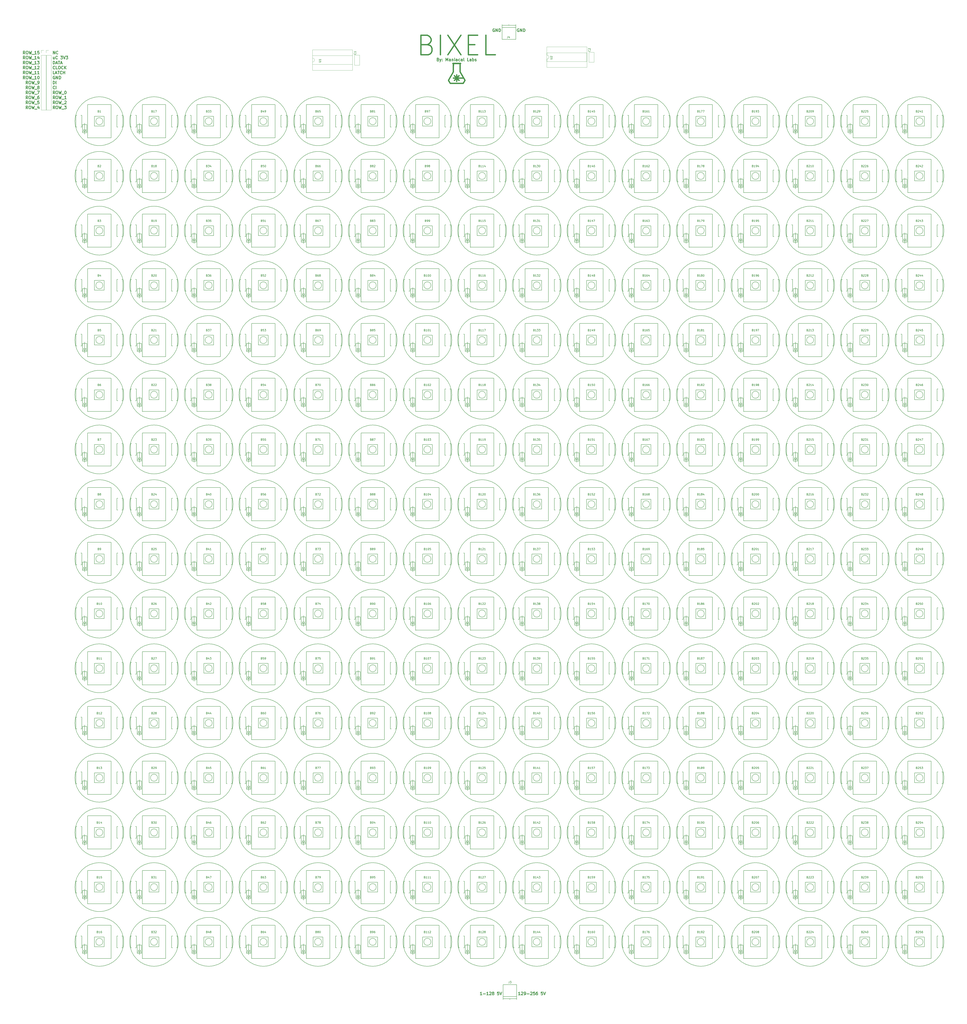
<source format=gto>
G04 #@! TF.FileFunction,Legend,Top*
%FSLAX46Y46*%
G04 Gerber Fmt 4.6, Leading zero omitted, Abs format (unit mm)*
G04 Created by KiCad (PCBNEW 4.0.7) date 07/19/18 21:01:57*
%MOMM*%
%LPD*%
G01*
G04 APERTURE LIST*
%ADD10C,0.100000*%
%ADD11C,0.300000*%
%ADD12C,0.700000*%
%ADD13C,0.150000*%
%ADD14C,0.120000*%
%ADD15C,0.010000*%
G04 APERTURE END LIST*
D10*
D11*
X323500000Y-118392857D02*
X323714286Y-118464286D01*
X323785714Y-118535714D01*
X323857143Y-118678571D01*
X323857143Y-118892857D01*
X323785714Y-119035714D01*
X323714286Y-119107143D01*
X323571428Y-119178571D01*
X323000000Y-119178571D01*
X323000000Y-117678571D01*
X323500000Y-117678571D01*
X323642857Y-117750000D01*
X323714286Y-117821429D01*
X323785714Y-117964286D01*
X323785714Y-118107143D01*
X323714286Y-118250000D01*
X323642857Y-118321429D01*
X323500000Y-118392857D01*
X323000000Y-118392857D01*
X324357143Y-118178571D02*
X324714286Y-119178571D01*
X325071428Y-118178571D02*
X324714286Y-119178571D01*
X324571428Y-119535714D01*
X324500000Y-119607143D01*
X324357143Y-119678571D01*
X325642857Y-119035714D02*
X325714285Y-119107143D01*
X325642857Y-119178571D01*
X325571428Y-119107143D01*
X325642857Y-119035714D01*
X325642857Y-119178571D01*
X325642857Y-118250000D02*
X325714285Y-118321429D01*
X325642857Y-118392857D01*
X325571428Y-118321429D01*
X325642857Y-118250000D01*
X325642857Y-118392857D01*
X327500000Y-119178571D02*
X327500000Y-117678571D01*
X328000000Y-118750000D01*
X328500000Y-117678571D01*
X328500000Y-119178571D01*
X329857143Y-119178571D02*
X329857143Y-118392857D01*
X329785714Y-118250000D01*
X329642857Y-118178571D01*
X329357143Y-118178571D01*
X329214286Y-118250000D01*
X329857143Y-119107143D02*
X329714286Y-119178571D01*
X329357143Y-119178571D01*
X329214286Y-119107143D01*
X329142857Y-118964286D01*
X329142857Y-118821429D01*
X329214286Y-118678571D01*
X329357143Y-118607143D01*
X329714286Y-118607143D01*
X329857143Y-118535714D01*
X330571429Y-118178571D02*
X330571429Y-119178571D01*
X330571429Y-118321429D02*
X330642857Y-118250000D01*
X330785715Y-118178571D01*
X331000000Y-118178571D01*
X331142857Y-118250000D01*
X331214286Y-118392857D01*
X331214286Y-119178571D01*
X331928572Y-119178571D02*
X331928572Y-118178571D01*
X331928572Y-117678571D02*
X331857143Y-117750000D01*
X331928572Y-117821429D01*
X332000000Y-117750000D01*
X331928572Y-117678571D01*
X331928572Y-117821429D01*
X333285715Y-119178571D02*
X333285715Y-118392857D01*
X333214286Y-118250000D01*
X333071429Y-118178571D01*
X332785715Y-118178571D01*
X332642858Y-118250000D01*
X333285715Y-119107143D02*
X333142858Y-119178571D01*
X332785715Y-119178571D01*
X332642858Y-119107143D01*
X332571429Y-118964286D01*
X332571429Y-118821429D01*
X332642858Y-118678571D01*
X332785715Y-118607143D01*
X333142858Y-118607143D01*
X333285715Y-118535714D01*
X334642858Y-119107143D02*
X334500001Y-119178571D01*
X334214287Y-119178571D01*
X334071429Y-119107143D01*
X334000001Y-119035714D01*
X333928572Y-118892857D01*
X333928572Y-118464286D01*
X334000001Y-118321429D01*
X334071429Y-118250000D01*
X334214287Y-118178571D01*
X334500001Y-118178571D01*
X334642858Y-118250000D01*
X335928572Y-119178571D02*
X335928572Y-118392857D01*
X335857143Y-118250000D01*
X335714286Y-118178571D01*
X335428572Y-118178571D01*
X335285715Y-118250000D01*
X335928572Y-119107143D02*
X335785715Y-119178571D01*
X335428572Y-119178571D01*
X335285715Y-119107143D01*
X335214286Y-118964286D01*
X335214286Y-118821429D01*
X335285715Y-118678571D01*
X335428572Y-118607143D01*
X335785715Y-118607143D01*
X335928572Y-118535714D01*
X336857144Y-119178571D02*
X336714286Y-119107143D01*
X336642858Y-118964286D01*
X336642858Y-117678571D01*
X339285715Y-119178571D02*
X338571429Y-119178571D01*
X338571429Y-117678571D01*
X340428572Y-119178571D02*
X340428572Y-118392857D01*
X340357143Y-118250000D01*
X340214286Y-118178571D01*
X339928572Y-118178571D01*
X339785715Y-118250000D01*
X340428572Y-119107143D02*
X340285715Y-119178571D01*
X339928572Y-119178571D01*
X339785715Y-119107143D01*
X339714286Y-118964286D01*
X339714286Y-118821429D01*
X339785715Y-118678571D01*
X339928572Y-118607143D01*
X340285715Y-118607143D01*
X340428572Y-118535714D01*
X341142858Y-119178571D02*
X341142858Y-117678571D01*
X341142858Y-118250000D02*
X341285715Y-118178571D01*
X341571429Y-118178571D01*
X341714286Y-118250000D01*
X341785715Y-118321429D01*
X341857144Y-118464286D01*
X341857144Y-118892857D01*
X341785715Y-119035714D01*
X341714286Y-119107143D01*
X341571429Y-119178571D01*
X341285715Y-119178571D01*
X341142858Y-119107143D01*
X342428572Y-119107143D02*
X342571429Y-119178571D01*
X342857144Y-119178571D01*
X343000001Y-119107143D01*
X343071429Y-118964286D01*
X343071429Y-118892857D01*
X343000001Y-118750000D01*
X342857144Y-118678571D01*
X342642858Y-118678571D01*
X342500001Y-118607143D01*
X342428572Y-118464286D01*
X342428572Y-118392857D01*
X342500001Y-118250000D01*
X342642858Y-118178571D01*
X342857144Y-118178571D01*
X343000001Y-118250000D01*
D12*
X318000000Y-110785714D02*
X319428571Y-111261905D01*
X319904762Y-111738095D01*
X320380952Y-112690476D01*
X320380952Y-114119048D01*
X319904762Y-115071429D01*
X319428571Y-115547619D01*
X318476190Y-116023810D01*
X314666666Y-116023810D01*
X314666666Y-106023810D01*
X318000000Y-106023810D01*
X318952381Y-106500000D01*
X319428571Y-106976190D01*
X319904762Y-107928571D01*
X319904762Y-108880952D01*
X319428571Y-109833333D01*
X318952381Y-110309524D01*
X318000000Y-110785714D01*
X314666666Y-110785714D01*
X324666666Y-116023810D02*
X324666666Y-106023810D01*
X328476190Y-106023810D02*
X335142857Y-116023810D01*
X335142857Y-106023810D02*
X328476190Y-116023810D01*
X338952381Y-110785714D02*
X342285715Y-110785714D01*
X343714286Y-116023810D02*
X338952381Y-116023810D01*
X338952381Y-106023810D01*
X343714286Y-106023810D01*
X352761905Y-116023810D02*
X348000000Y-116023810D01*
X348000000Y-106023810D01*
D11*
X111928572Y-115653571D02*
X111428572Y-114939286D01*
X111071429Y-115653571D02*
X111071429Y-114153571D01*
X111642857Y-114153571D01*
X111785715Y-114225000D01*
X111857143Y-114296429D01*
X111928572Y-114439286D01*
X111928572Y-114653571D01*
X111857143Y-114796429D01*
X111785715Y-114867857D01*
X111642857Y-114939286D01*
X111071429Y-114939286D01*
X112857143Y-114153571D02*
X113142857Y-114153571D01*
X113285715Y-114225000D01*
X113428572Y-114367857D01*
X113500000Y-114653571D01*
X113500000Y-115153571D01*
X113428572Y-115439286D01*
X113285715Y-115582143D01*
X113142857Y-115653571D01*
X112857143Y-115653571D01*
X112714286Y-115582143D01*
X112571429Y-115439286D01*
X112500000Y-115153571D01*
X112500000Y-114653571D01*
X112571429Y-114367857D01*
X112714286Y-114225000D01*
X112857143Y-114153571D01*
X114000001Y-114153571D02*
X114357144Y-115653571D01*
X114642858Y-114582143D01*
X114928572Y-115653571D01*
X115285715Y-114153571D01*
X115500001Y-115796429D02*
X116642858Y-115796429D01*
X117785715Y-115653571D02*
X116928572Y-115653571D01*
X117357144Y-115653571D02*
X117357144Y-114153571D01*
X117214287Y-114367857D01*
X117071429Y-114510714D01*
X116928572Y-114582143D01*
X119142858Y-114153571D02*
X118428572Y-114153571D01*
X118357143Y-114867857D01*
X118428572Y-114796429D01*
X118571429Y-114725000D01*
X118928572Y-114725000D01*
X119071429Y-114796429D01*
X119142858Y-114867857D01*
X119214286Y-115010714D01*
X119214286Y-115367857D01*
X119142858Y-115510714D01*
X119071429Y-115582143D01*
X118928572Y-115653571D01*
X118571429Y-115653571D01*
X118428572Y-115582143D01*
X118357143Y-115510714D01*
X111928572Y-118203571D02*
X111428572Y-117489286D01*
X111071429Y-118203571D02*
X111071429Y-116703571D01*
X111642857Y-116703571D01*
X111785715Y-116775000D01*
X111857143Y-116846429D01*
X111928572Y-116989286D01*
X111928572Y-117203571D01*
X111857143Y-117346429D01*
X111785715Y-117417857D01*
X111642857Y-117489286D01*
X111071429Y-117489286D01*
X112857143Y-116703571D02*
X113142857Y-116703571D01*
X113285715Y-116775000D01*
X113428572Y-116917857D01*
X113500000Y-117203571D01*
X113500000Y-117703571D01*
X113428572Y-117989286D01*
X113285715Y-118132143D01*
X113142857Y-118203571D01*
X112857143Y-118203571D01*
X112714286Y-118132143D01*
X112571429Y-117989286D01*
X112500000Y-117703571D01*
X112500000Y-117203571D01*
X112571429Y-116917857D01*
X112714286Y-116775000D01*
X112857143Y-116703571D01*
X114000001Y-116703571D02*
X114357144Y-118203571D01*
X114642858Y-117132143D01*
X114928572Y-118203571D01*
X115285715Y-116703571D01*
X115500001Y-118346429D02*
X116642858Y-118346429D01*
X117785715Y-118203571D02*
X116928572Y-118203571D01*
X117357144Y-118203571D02*
X117357144Y-116703571D01*
X117214287Y-116917857D01*
X117071429Y-117060714D01*
X116928572Y-117132143D01*
X119071429Y-117203571D02*
X119071429Y-118203571D01*
X118714286Y-116632143D02*
X118357143Y-117703571D01*
X119285715Y-117703571D01*
X111928572Y-120753571D02*
X111428572Y-120039286D01*
X111071429Y-120753571D02*
X111071429Y-119253571D01*
X111642857Y-119253571D01*
X111785715Y-119325000D01*
X111857143Y-119396429D01*
X111928572Y-119539286D01*
X111928572Y-119753571D01*
X111857143Y-119896429D01*
X111785715Y-119967857D01*
X111642857Y-120039286D01*
X111071429Y-120039286D01*
X112857143Y-119253571D02*
X113142857Y-119253571D01*
X113285715Y-119325000D01*
X113428572Y-119467857D01*
X113500000Y-119753571D01*
X113500000Y-120253571D01*
X113428572Y-120539286D01*
X113285715Y-120682143D01*
X113142857Y-120753571D01*
X112857143Y-120753571D01*
X112714286Y-120682143D01*
X112571429Y-120539286D01*
X112500000Y-120253571D01*
X112500000Y-119753571D01*
X112571429Y-119467857D01*
X112714286Y-119325000D01*
X112857143Y-119253571D01*
X114000001Y-119253571D02*
X114357144Y-120753571D01*
X114642858Y-119682143D01*
X114928572Y-120753571D01*
X115285715Y-119253571D01*
X115500001Y-120896429D02*
X116642858Y-120896429D01*
X117785715Y-120753571D02*
X116928572Y-120753571D01*
X117357144Y-120753571D02*
X117357144Y-119253571D01*
X117214287Y-119467857D01*
X117071429Y-119610714D01*
X116928572Y-119682143D01*
X118285715Y-119253571D02*
X119214286Y-119253571D01*
X118714286Y-119825000D01*
X118928572Y-119825000D01*
X119071429Y-119896429D01*
X119142858Y-119967857D01*
X119214286Y-120110714D01*
X119214286Y-120467857D01*
X119142858Y-120610714D01*
X119071429Y-120682143D01*
X118928572Y-120753571D01*
X118500000Y-120753571D01*
X118357143Y-120682143D01*
X118285715Y-120610714D01*
X111928572Y-123303571D02*
X111428572Y-122589286D01*
X111071429Y-123303571D02*
X111071429Y-121803571D01*
X111642857Y-121803571D01*
X111785715Y-121875000D01*
X111857143Y-121946429D01*
X111928572Y-122089286D01*
X111928572Y-122303571D01*
X111857143Y-122446429D01*
X111785715Y-122517857D01*
X111642857Y-122589286D01*
X111071429Y-122589286D01*
X112857143Y-121803571D02*
X113142857Y-121803571D01*
X113285715Y-121875000D01*
X113428572Y-122017857D01*
X113500000Y-122303571D01*
X113500000Y-122803571D01*
X113428572Y-123089286D01*
X113285715Y-123232143D01*
X113142857Y-123303571D01*
X112857143Y-123303571D01*
X112714286Y-123232143D01*
X112571429Y-123089286D01*
X112500000Y-122803571D01*
X112500000Y-122303571D01*
X112571429Y-122017857D01*
X112714286Y-121875000D01*
X112857143Y-121803571D01*
X114000001Y-121803571D02*
X114357144Y-123303571D01*
X114642858Y-122232143D01*
X114928572Y-123303571D01*
X115285715Y-121803571D01*
X115500001Y-123446429D02*
X116642858Y-123446429D01*
X117785715Y-123303571D02*
X116928572Y-123303571D01*
X117357144Y-123303571D02*
X117357144Y-121803571D01*
X117214287Y-122017857D01*
X117071429Y-122160714D01*
X116928572Y-122232143D01*
X118357143Y-121946429D02*
X118428572Y-121875000D01*
X118571429Y-121803571D01*
X118928572Y-121803571D01*
X119071429Y-121875000D01*
X119142858Y-121946429D01*
X119214286Y-122089286D01*
X119214286Y-122232143D01*
X119142858Y-122446429D01*
X118285715Y-123303571D01*
X119214286Y-123303571D01*
X111928572Y-125853571D02*
X111428572Y-125139286D01*
X111071429Y-125853571D02*
X111071429Y-124353571D01*
X111642857Y-124353571D01*
X111785715Y-124425000D01*
X111857143Y-124496429D01*
X111928572Y-124639286D01*
X111928572Y-124853571D01*
X111857143Y-124996429D01*
X111785715Y-125067857D01*
X111642857Y-125139286D01*
X111071429Y-125139286D01*
X112857143Y-124353571D02*
X113142857Y-124353571D01*
X113285715Y-124425000D01*
X113428572Y-124567857D01*
X113500000Y-124853571D01*
X113500000Y-125353571D01*
X113428572Y-125639286D01*
X113285715Y-125782143D01*
X113142857Y-125853571D01*
X112857143Y-125853571D01*
X112714286Y-125782143D01*
X112571429Y-125639286D01*
X112500000Y-125353571D01*
X112500000Y-124853571D01*
X112571429Y-124567857D01*
X112714286Y-124425000D01*
X112857143Y-124353571D01*
X114000001Y-124353571D02*
X114357144Y-125853571D01*
X114642858Y-124782143D01*
X114928572Y-125853571D01*
X115285715Y-124353571D01*
X115500001Y-125996429D02*
X116642858Y-125996429D01*
X117785715Y-125853571D02*
X116928572Y-125853571D01*
X117357144Y-125853571D02*
X117357144Y-124353571D01*
X117214287Y-124567857D01*
X117071429Y-124710714D01*
X116928572Y-124782143D01*
X119214286Y-125853571D02*
X118357143Y-125853571D01*
X118785715Y-125853571D02*
X118785715Y-124353571D01*
X118642858Y-124567857D01*
X118500000Y-124710714D01*
X118357143Y-124782143D01*
X111928572Y-128403571D02*
X111428572Y-127689286D01*
X111071429Y-128403571D02*
X111071429Y-126903571D01*
X111642857Y-126903571D01*
X111785715Y-126975000D01*
X111857143Y-127046429D01*
X111928572Y-127189286D01*
X111928572Y-127403571D01*
X111857143Y-127546429D01*
X111785715Y-127617857D01*
X111642857Y-127689286D01*
X111071429Y-127689286D01*
X112857143Y-126903571D02*
X113142857Y-126903571D01*
X113285715Y-126975000D01*
X113428572Y-127117857D01*
X113500000Y-127403571D01*
X113500000Y-127903571D01*
X113428572Y-128189286D01*
X113285715Y-128332143D01*
X113142857Y-128403571D01*
X112857143Y-128403571D01*
X112714286Y-128332143D01*
X112571429Y-128189286D01*
X112500000Y-127903571D01*
X112500000Y-127403571D01*
X112571429Y-127117857D01*
X112714286Y-126975000D01*
X112857143Y-126903571D01*
X114000001Y-126903571D02*
X114357144Y-128403571D01*
X114642858Y-127332143D01*
X114928572Y-128403571D01*
X115285715Y-126903571D01*
X115500001Y-128546429D02*
X116642858Y-128546429D01*
X117785715Y-128403571D02*
X116928572Y-128403571D01*
X117357144Y-128403571D02*
X117357144Y-126903571D01*
X117214287Y-127117857D01*
X117071429Y-127260714D01*
X116928572Y-127332143D01*
X118714286Y-126903571D02*
X118857143Y-126903571D01*
X119000000Y-126975000D01*
X119071429Y-127046429D01*
X119142858Y-127189286D01*
X119214286Y-127475000D01*
X119214286Y-127832143D01*
X119142858Y-128117857D01*
X119071429Y-128260714D01*
X119000000Y-128332143D01*
X118857143Y-128403571D01*
X118714286Y-128403571D01*
X118571429Y-128332143D01*
X118500000Y-128260714D01*
X118428572Y-128117857D01*
X118357143Y-127832143D01*
X118357143Y-127475000D01*
X118428572Y-127189286D01*
X118500000Y-127046429D01*
X118571429Y-126975000D01*
X118714286Y-126903571D01*
X113357143Y-130953571D02*
X112857143Y-130239286D01*
X112500000Y-130953571D02*
X112500000Y-129453571D01*
X113071428Y-129453571D01*
X113214286Y-129525000D01*
X113285714Y-129596429D01*
X113357143Y-129739286D01*
X113357143Y-129953571D01*
X113285714Y-130096429D01*
X113214286Y-130167857D01*
X113071428Y-130239286D01*
X112500000Y-130239286D01*
X114285714Y-129453571D02*
X114571428Y-129453571D01*
X114714286Y-129525000D01*
X114857143Y-129667857D01*
X114928571Y-129953571D01*
X114928571Y-130453571D01*
X114857143Y-130739286D01*
X114714286Y-130882143D01*
X114571428Y-130953571D01*
X114285714Y-130953571D01*
X114142857Y-130882143D01*
X114000000Y-130739286D01*
X113928571Y-130453571D01*
X113928571Y-129953571D01*
X114000000Y-129667857D01*
X114142857Y-129525000D01*
X114285714Y-129453571D01*
X115428572Y-129453571D02*
X115785715Y-130953571D01*
X116071429Y-129882143D01*
X116357143Y-130953571D01*
X116714286Y-129453571D01*
X116928572Y-131096429D02*
X118071429Y-131096429D01*
X118500000Y-130953571D02*
X118785715Y-130953571D01*
X118928572Y-130882143D01*
X119000000Y-130810714D01*
X119142858Y-130596429D01*
X119214286Y-130310714D01*
X119214286Y-129739286D01*
X119142858Y-129596429D01*
X119071429Y-129525000D01*
X118928572Y-129453571D01*
X118642858Y-129453571D01*
X118500000Y-129525000D01*
X118428572Y-129596429D01*
X118357143Y-129739286D01*
X118357143Y-130096429D01*
X118428572Y-130239286D01*
X118500000Y-130310714D01*
X118642858Y-130382143D01*
X118928572Y-130382143D01*
X119071429Y-130310714D01*
X119142858Y-130239286D01*
X119214286Y-130096429D01*
X113357143Y-133503571D02*
X112857143Y-132789286D01*
X112500000Y-133503571D02*
X112500000Y-132003571D01*
X113071428Y-132003571D01*
X113214286Y-132075000D01*
X113285714Y-132146429D01*
X113357143Y-132289286D01*
X113357143Y-132503571D01*
X113285714Y-132646429D01*
X113214286Y-132717857D01*
X113071428Y-132789286D01*
X112500000Y-132789286D01*
X114285714Y-132003571D02*
X114571428Y-132003571D01*
X114714286Y-132075000D01*
X114857143Y-132217857D01*
X114928571Y-132503571D01*
X114928571Y-133003571D01*
X114857143Y-133289286D01*
X114714286Y-133432143D01*
X114571428Y-133503571D01*
X114285714Y-133503571D01*
X114142857Y-133432143D01*
X114000000Y-133289286D01*
X113928571Y-133003571D01*
X113928571Y-132503571D01*
X114000000Y-132217857D01*
X114142857Y-132075000D01*
X114285714Y-132003571D01*
X115428572Y-132003571D02*
X115785715Y-133503571D01*
X116071429Y-132432143D01*
X116357143Y-133503571D01*
X116714286Y-132003571D01*
X116928572Y-133646429D02*
X118071429Y-133646429D01*
X118642858Y-132646429D02*
X118500000Y-132575000D01*
X118428572Y-132503571D01*
X118357143Y-132360714D01*
X118357143Y-132289286D01*
X118428572Y-132146429D01*
X118500000Y-132075000D01*
X118642858Y-132003571D01*
X118928572Y-132003571D01*
X119071429Y-132075000D01*
X119142858Y-132146429D01*
X119214286Y-132289286D01*
X119214286Y-132360714D01*
X119142858Y-132503571D01*
X119071429Y-132575000D01*
X118928572Y-132646429D01*
X118642858Y-132646429D01*
X118500000Y-132717857D01*
X118428572Y-132789286D01*
X118357143Y-132932143D01*
X118357143Y-133217857D01*
X118428572Y-133360714D01*
X118500000Y-133432143D01*
X118642858Y-133503571D01*
X118928572Y-133503571D01*
X119071429Y-133432143D01*
X119142858Y-133360714D01*
X119214286Y-133217857D01*
X119214286Y-132932143D01*
X119142858Y-132789286D01*
X119071429Y-132717857D01*
X118928572Y-132646429D01*
X113357143Y-136053571D02*
X112857143Y-135339286D01*
X112500000Y-136053571D02*
X112500000Y-134553571D01*
X113071428Y-134553571D01*
X113214286Y-134625000D01*
X113285714Y-134696429D01*
X113357143Y-134839286D01*
X113357143Y-135053571D01*
X113285714Y-135196429D01*
X113214286Y-135267857D01*
X113071428Y-135339286D01*
X112500000Y-135339286D01*
X114285714Y-134553571D02*
X114571428Y-134553571D01*
X114714286Y-134625000D01*
X114857143Y-134767857D01*
X114928571Y-135053571D01*
X114928571Y-135553571D01*
X114857143Y-135839286D01*
X114714286Y-135982143D01*
X114571428Y-136053571D01*
X114285714Y-136053571D01*
X114142857Y-135982143D01*
X114000000Y-135839286D01*
X113928571Y-135553571D01*
X113928571Y-135053571D01*
X114000000Y-134767857D01*
X114142857Y-134625000D01*
X114285714Y-134553571D01*
X115428572Y-134553571D02*
X115785715Y-136053571D01*
X116071429Y-134982143D01*
X116357143Y-136053571D01*
X116714286Y-134553571D01*
X116928572Y-136196429D02*
X118071429Y-136196429D01*
X118285715Y-134553571D02*
X119285715Y-134553571D01*
X118642858Y-136053571D01*
X113357143Y-138603571D02*
X112857143Y-137889286D01*
X112500000Y-138603571D02*
X112500000Y-137103571D01*
X113071428Y-137103571D01*
X113214286Y-137175000D01*
X113285714Y-137246429D01*
X113357143Y-137389286D01*
X113357143Y-137603571D01*
X113285714Y-137746429D01*
X113214286Y-137817857D01*
X113071428Y-137889286D01*
X112500000Y-137889286D01*
X114285714Y-137103571D02*
X114571428Y-137103571D01*
X114714286Y-137175000D01*
X114857143Y-137317857D01*
X114928571Y-137603571D01*
X114928571Y-138103571D01*
X114857143Y-138389286D01*
X114714286Y-138532143D01*
X114571428Y-138603571D01*
X114285714Y-138603571D01*
X114142857Y-138532143D01*
X114000000Y-138389286D01*
X113928571Y-138103571D01*
X113928571Y-137603571D01*
X114000000Y-137317857D01*
X114142857Y-137175000D01*
X114285714Y-137103571D01*
X115428572Y-137103571D02*
X115785715Y-138603571D01*
X116071429Y-137532143D01*
X116357143Y-138603571D01*
X116714286Y-137103571D01*
X116928572Y-138746429D02*
X118071429Y-138746429D01*
X119071429Y-137103571D02*
X118785715Y-137103571D01*
X118642858Y-137175000D01*
X118571429Y-137246429D01*
X118428572Y-137460714D01*
X118357143Y-137746429D01*
X118357143Y-138317857D01*
X118428572Y-138460714D01*
X118500000Y-138532143D01*
X118642858Y-138603571D01*
X118928572Y-138603571D01*
X119071429Y-138532143D01*
X119142858Y-138460714D01*
X119214286Y-138317857D01*
X119214286Y-137960714D01*
X119142858Y-137817857D01*
X119071429Y-137746429D01*
X118928572Y-137675000D01*
X118642858Y-137675000D01*
X118500000Y-137746429D01*
X118428572Y-137817857D01*
X118357143Y-137960714D01*
X113357143Y-141153571D02*
X112857143Y-140439286D01*
X112500000Y-141153571D02*
X112500000Y-139653571D01*
X113071428Y-139653571D01*
X113214286Y-139725000D01*
X113285714Y-139796429D01*
X113357143Y-139939286D01*
X113357143Y-140153571D01*
X113285714Y-140296429D01*
X113214286Y-140367857D01*
X113071428Y-140439286D01*
X112500000Y-140439286D01*
X114285714Y-139653571D02*
X114571428Y-139653571D01*
X114714286Y-139725000D01*
X114857143Y-139867857D01*
X114928571Y-140153571D01*
X114928571Y-140653571D01*
X114857143Y-140939286D01*
X114714286Y-141082143D01*
X114571428Y-141153571D01*
X114285714Y-141153571D01*
X114142857Y-141082143D01*
X114000000Y-140939286D01*
X113928571Y-140653571D01*
X113928571Y-140153571D01*
X114000000Y-139867857D01*
X114142857Y-139725000D01*
X114285714Y-139653571D01*
X115428572Y-139653571D02*
X115785715Y-141153571D01*
X116071429Y-140082143D01*
X116357143Y-141153571D01*
X116714286Y-139653571D01*
X116928572Y-141296429D02*
X118071429Y-141296429D01*
X119142858Y-139653571D02*
X118428572Y-139653571D01*
X118357143Y-140367857D01*
X118428572Y-140296429D01*
X118571429Y-140225000D01*
X118928572Y-140225000D01*
X119071429Y-140296429D01*
X119142858Y-140367857D01*
X119214286Y-140510714D01*
X119214286Y-140867857D01*
X119142858Y-141010714D01*
X119071429Y-141082143D01*
X118928572Y-141153571D01*
X118571429Y-141153571D01*
X118428572Y-141082143D01*
X118357143Y-141010714D01*
X113357143Y-143703571D02*
X112857143Y-142989286D01*
X112500000Y-143703571D02*
X112500000Y-142203571D01*
X113071428Y-142203571D01*
X113214286Y-142275000D01*
X113285714Y-142346429D01*
X113357143Y-142489286D01*
X113357143Y-142703571D01*
X113285714Y-142846429D01*
X113214286Y-142917857D01*
X113071428Y-142989286D01*
X112500000Y-142989286D01*
X114285714Y-142203571D02*
X114571428Y-142203571D01*
X114714286Y-142275000D01*
X114857143Y-142417857D01*
X114928571Y-142703571D01*
X114928571Y-143203571D01*
X114857143Y-143489286D01*
X114714286Y-143632143D01*
X114571428Y-143703571D01*
X114285714Y-143703571D01*
X114142857Y-143632143D01*
X114000000Y-143489286D01*
X113928571Y-143203571D01*
X113928571Y-142703571D01*
X114000000Y-142417857D01*
X114142857Y-142275000D01*
X114285714Y-142203571D01*
X115428572Y-142203571D02*
X115785715Y-143703571D01*
X116071429Y-142632143D01*
X116357143Y-143703571D01*
X116714286Y-142203571D01*
X116928572Y-143846429D02*
X118071429Y-143846429D01*
X119071429Y-142703571D02*
X119071429Y-143703571D01*
X118714286Y-142132143D02*
X118357143Y-143203571D01*
X119285715Y-143203571D01*
X126357143Y-115653571D02*
X126357143Y-114153571D01*
X127214286Y-115653571D01*
X127214286Y-114153571D01*
X128785715Y-115510714D02*
X128714286Y-115582143D01*
X128500000Y-115653571D01*
X128357143Y-115653571D01*
X128142858Y-115582143D01*
X128000000Y-115439286D01*
X127928572Y-115296429D01*
X127857143Y-115010714D01*
X127857143Y-114796429D01*
X127928572Y-114510714D01*
X128000000Y-114367857D01*
X128142858Y-114225000D01*
X128357143Y-114153571D01*
X128500000Y-114153571D01*
X128714286Y-114225000D01*
X128785715Y-114296429D01*
X127000000Y-117203571D02*
X127000000Y-118203571D01*
X126357143Y-117203571D02*
X126357143Y-117989286D01*
X126428571Y-118132143D01*
X126571429Y-118203571D01*
X126785714Y-118203571D01*
X126928571Y-118132143D01*
X127000000Y-118060714D01*
X128571429Y-118060714D02*
X128500000Y-118132143D01*
X128285714Y-118203571D01*
X128142857Y-118203571D01*
X127928572Y-118132143D01*
X127785714Y-117989286D01*
X127714286Y-117846429D01*
X127642857Y-117560714D01*
X127642857Y-117346429D01*
X127714286Y-117060714D01*
X127785714Y-116917857D01*
X127928572Y-116775000D01*
X128142857Y-116703571D01*
X128285714Y-116703571D01*
X128500000Y-116775000D01*
X128571429Y-116846429D01*
X130214286Y-116703571D02*
X131142857Y-116703571D01*
X130642857Y-117275000D01*
X130857143Y-117275000D01*
X131000000Y-117346429D01*
X131071429Y-117417857D01*
X131142857Y-117560714D01*
X131142857Y-117917857D01*
X131071429Y-118060714D01*
X131000000Y-118132143D01*
X130857143Y-118203571D01*
X130428571Y-118203571D01*
X130285714Y-118132143D01*
X130214286Y-118060714D01*
X131571428Y-116703571D02*
X132071428Y-118203571D01*
X132571428Y-116703571D01*
X132928571Y-116703571D02*
X133857142Y-116703571D01*
X133357142Y-117275000D01*
X133571428Y-117275000D01*
X133714285Y-117346429D01*
X133785714Y-117417857D01*
X133857142Y-117560714D01*
X133857142Y-117917857D01*
X133785714Y-118060714D01*
X133714285Y-118132143D01*
X133571428Y-118203571D01*
X133142856Y-118203571D01*
X132999999Y-118132143D01*
X132928571Y-118060714D01*
X126357143Y-120753571D02*
X126357143Y-119253571D01*
X126714286Y-119253571D01*
X126928571Y-119325000D01*
X127071429Y-119467857D01*
X127142857Y-119610714D01*
X127214286Y-119896429D01*
X127214286Y-120110714D01*
X127142857Y-120396429D01*
X127071429Y-120539286D01*
X126928571Y-120682143D01*
X126714286Y-120753571D01*
X126357143Y-120753571D01*
X127785714Y-120325000D02*
X128500000Y-120325000D01*
X127642857Y-120753571D02*
X128142857Y-119253571D01*
X128642857Y-120753571D01*
X128928571Y-119253571D02*
X129785714Y-119253571D01*
X129357143Y-120753571D02*
X129357143Y-119253571D01*
X130214285Y-120325000D02*
X130928571Y-120325000D01*
X130071428Y-120753571D02*
X130571428Y-119253571D01*
X131071428Y-120753571D01*
X127214286Y-123160714D02*
X127142857Y-123232143D01*
X126928571Y-123303571D01*
X126785714Y-123303571D01*
X126571429Y-123232143D01*
X126428571Y-123089286D01*
X126357143Y-122946429D01*
X126285714Y-122660714D01*
X126285714Y-122446429D01*
X126357143Y-122160714D01*
X126428571Y-122017857D01*
X126571429Y-121875000D01*
X126785714Y-121803571D01*
X126928571Y-121803571D01*
X127142857Y-121875000D01*
X127214286Y-121946429D01*
X128571429Y-123303571D02*
X127857143Y-123303571D01*
X127857143Y-121803571D01*
X129357143Y-121803571D02*
X129642857Y-121803571D01*
X129785715Y-121875000D01*
X129928572Y-122017857D01*
X130000000Y-122303571D01*
X130000000Y-122803571D01*
X129928572Y-123089286D01*
X129785715Y-123232143D01*
X129642857Y-123303571D01*
X129357143Y-123303571D01*
X129214286Y-123232143D01*
X129071429Y-123089286D01*
X129000000Y-122803571D01*
X129000000Y-122303571D01*
X129071429Y-122017857D01*
X129214286Y-121875000D01*
X129357143Y-121803571D01*
X131500001Y-123160714D02*
X131428572Y-123232143D01*
X131214286Y-123303571D01*
X131071429Y-123303571D01*
X130857144Y-123232143D01*
X130714286Y-123089286D01*
X130642858Y-122946429D01*
X130571429Y-122660714D01*
X130571429Y-122446429D01*
X130642858Y-122160714D01*
X130714286Y-122017857D01*
X130857144Y-121875000D01*
X131071429Y-121803571D01*
X131214286Y-121803571D01*
X131428572Y-121875000D01*
X131500001Y-121946429D01*
X132142858Y-123303571D02*
X132142858Y-121803571D01*
X133000001Y-123303571D02*
X132357144Y-122446429D01*
X133000001Y-121803571D02*
X132142858Y-122660714D01*
X127071429Y-125853571D02*
X126357143Y-125853571D01*
X126357143Y-124353571D01*
X127500000Y-125425000D02*
X128214286Y-125425000D01*
X127357143Y-125853571D02*
X127857143Y-124353571D01*
X128357143Y-125853571D01*
X128642857Y-124353571D02*
X129500000Y-124353571D01*
X129071429Y-125853571D02*
X129071429Y-124353571D01*
X130857143Y-125710714D02*
X130785714Y-125782143D01*
X130571428Y-125853571D01*
X130428571Y-125853571D01*
X130214286Y-125782143D01*
X130071428Y-125639286D01*
X130000000Y-125496429D01*
X129928571Y-125210714D01*
X129928571Y-124996429D01*
X130000000Y-124710714D01*
X130071428Y-124567857D01*
X130214286Y-124425000D01*
X130428571Y-124353571D01*
X130571428Y-124353571D01*
X130785714Y-124425000D01*
X130857143Y-124496429D01*
X131500000Y-125853571D02*
X131500000Y-124353571D01*
X131500000Y-125067857D02*
X132357143Y-125067857D01*
X132357143Y-125853571D02*
X132357143Y-124353571D01*
X127142857Y-126975000D02*
X127000000Y-126903571D01*
X126785714Y-126903571D01*
X126571429Y-126975000D01*
X126428571Y-127117857D01*
X126357143Y-127260714D01*
X126285714Y-127546429D01*
X126285714Y-127760714D01*
X126357143Y-128046429D01*
X126428571Y-128189286D01*
X126571429Y-128332143D01*
X126785714Y-128403571D01*
X126928571Y-128403571D01*
X127142857Y-128332143D01*
X127214286Y-128260714D01*
X127214286Y-127760714D01*
X126928571Y-127760714D01*
X127857143Y-128403571D02*
X127857143Y-126903571D01*
X128714286Y-128403571D01*
X128714286Y-126903571D01*
X129428572Y-128403571D02*
X129428572Y-126903571D01*
X129785715Y-126903571D01*
X130000000Y-126975000D01*
X130142858Y-127117857D01*
X130214286Y-127260714D01*
X130285715Y-127546429D01*
X130285715Y-127760714D01*
X130214286Y-128046429D01*
X130142858Y-128189286D01*
X130000000Y-128332143D01*
X129785715Y-128403571D01*
X129428572Y-128403571D01*
X126357143Y-130953571D02*
X126357143Y-129453571D01*
X126714286Y-129453571D01*
X126928571Y-129525000D01*
X127071429Y-129667857D01*
X127142857Y-129810714D01*
X127214286Y-130096429D01*
X127214286Y-130310714D01*
X127142857Y-130596429D01*
X127071429Y-130739286D01*
X126928571Y-130882143D01*
X126714286Y-130953571D01*
X126357143Y-130953571D01*
X127857143Y-130953571D02*
X127857143Y-129453571D01*
X127214286Y-133360714D02*
X127142857Y-133432143D01*
X126928571Y-133503571D01*
X126785714Y-133503571D01*
X126571429Y-133432143D01*
X126428571Y-133289286D01*
X126357143Y-133146429D01*
X126285714Y-132860714D01*
X126285714Y-132646429D01*
X126357143Y-132360714D01*
X126428571Y-132217857D01*
X126571429Y-132075000D01*
X126785714Y-132003571D01*
X126928571Y-132003571D01*
X127142857Y-132075000D01*
X127214286Y-132146429D01*
X127857143Y-133503571D02*
X127857143Y-132003571D01*
X127214286Y-136053571D02*
X126714286Y-135339286D01*
X126357143Y-136053571D02*
X126357143Y-134553571D01*
X126928571Y-134553571D01*
X127071429Y-134625000D01*
X127142857Y-134696429D01*
X127214286Y-134839286D01*
X127214286Y-135053571D01*
X127142857Y-135196429D01*
X127071429Y-135267857D01*
X126928571Y-135339286D01*
X126357143Y-135339286D01*
X128142857Y-134553571D02*
X128428571Y-134553571D01*
X128571429Y-134625000D01*
X128714286Y-134767857D01*
X128785714Y-135053571D01*
X128785714Y-135553571D01*
X128714286Y-135839286D01*
X128571429Y-135982143D01*
X128428571Y-136053571D01*
X128142857Y-136053571D01*
X128000000Y-135982143D01*
X127857143Y-135839286D01*
X127785714Y-135553571D01*
X127785714Y-135053571D01*
X127857143Y-134767857D01*
X128000000Y-134625000D01*
X128142857Y-134553571D01*
X129285715Y-134553571D02*
X129642858Y-136053571D01*
X129928572Y-134982143D01*
X130214286Y-136053571D01*
X130571429Y-134553571D01*
X130785715Y-136196429D02*
X131928572Y-136196429D01*
X132571429Y-134553571D02*
X132714286Y-134553571D01*
X132857143Y-134625000D01*
X132928572Y-134696429D01*
X133000001Y-134839286D01*
X133071429Y-135125000D01*
X133071429Y-135482143D01*
X133000001Y-135767857D01*
X132928572Y-135910714D01*
X132857143Y-135982143D01*
X132714286Y-136053571D01*
X132571429Y-136053571D01*
X132428572Y-135982143D01*
X132357143Y-135910714D01*
X132285715Y-135767857D01*
X132214286Y-135482143D01*
X132214286Y-135125000D01*
X132285715Y-134839286D01*
X132357143Y-134696429D01*
X132428572Y-134625000D01*
X132571429Y-134553571D01*
X127214286Y-138603571D02*
X126714286Y-137889286D01*
X126357143Y-138603571D02*
X126357143Y-137103571D01*
X126928571Y-137103571D01*
X127071429Y-137175000D01*
X127142857Y-137246429D01*
X127214286Y-137389286D01*
X127214286Y-137603571D01*
X127142857Y-137746429D01*
X127071429Y-137817857D01*
X126928571Y-137889286D01*
X126357143Y-137889286D01*
X128142857Y-137103571D02*
X128428571Y-137103571D01*
X128571429Y-137175000D01*
X128714286Y-137317857D01*
X128785714Y-137603571D01*
X128785714Y-138103571D01*
X128714286Y-138389286D01*
X128571429Y-138532143D01*
X128428571Y-138603571D01*
X128142857Y-138603571D01*
X128000000Y-138532143D01*
X127857143Y-138389286D01*
X127785714Y-138103571D01*
X127785714Y-137603571D01*
X127857143Y-137317857D01*
X128000000Y-137175000D01*
X128142857Y-137103571D01*
X129285715Y-137103571D02*
X129642858Y-138603571D01*
X129928572Y-137532143D01*
X130214286Y-138603571D01*
X130571429Y-137103571D01*
X130785715Y-138746429D02*
X131928572Y-138746429D01*
X133071429Y-138603571D02*
X132214286Y-138603571D01*
X132642858Y-138603571D02*
X132642858Y-137103571D01*
X132500001Y-137317857D01*
X132357143Y-137460714D01*
X132214286Y-137532143D01*
X127214286Y-141153571D02*
X126714286Y-140439286D01*
X126357143Y-141153571D02*
X126357143Y-139653571D01*
X126928571Y-139653571D01*
X127071429Y-139725000D01*
X127142857Y-139796429D01*
X127214286Y-139939286D01*
X127214286Y-140153571D01*
X127142857Y-140296429D01*
X127071429Y-140367857D01*
X126928571Y-140439286D01*
X126357143Y-140439286D01*
X128142857Y-139653571D02*
X128428571Y-139653571D01*
X128571429Y-139725000D01*
X128714286Y-139867857D01*
X128785714Y-140153571D01*
X128785714Y-140653571D01*
X128714286Y-140939286D01*
X128571429Y-141082143D01*
X128428571Y-141153571D01*
X128142857Y-141153571D01*
X128000000Y-141082143D01*
X127857143Y-140939286D01*
X127785714Y-140653571D01*
X127785714Y-140153571D01*
X127857143Y-139867857D01*
X128000000Y-139725000D01*
X128142857Y-139653571D01*
X129285715Y-139653571D02*
X129642858Y-141153571D01*
X129928572Y-140082143D01*
X130214286Y-141153571D01*
X130571429Y-139653571D01*
X130785715Y-141296429D02*
X131928572Y-141296429D01*
X132214286Y-139796429D02*
X132285715Y-139725000D01*
X132428572Y-139653571D01*
X132785715Y-139653571D01*
X132928572Y-139725000D01*
X133000001Y-139796429D01*
X133071429Y-139939286D01*
X133071429Y-140082143D01*
X133000001Y-140296429D01*
X132142858Y-141153571D01*
X133071429Y-141153571D01*
X127214286Y-143703571D02*
X126714286Y-142989286D01*
X126357143Y-143703571D02*
X126357143Y-142203571D01*
X126928571Y-142203571D01*
X127071429Y-142275000D01*
X127142857Y-142346429D01*
X127214286Y-142489286D01*
X127214286Y-142703571D01*
X127142857Y-142846429D01*
X127071429Y-142917857D01*
X126928571Y-142989286D01*
X126357143Y-142989286D01*
X128142857Y-142203571D02*
X128428571Y-142203571D01*
X128571429Y-142275000D01*
X128714286Y-142417857D01*
X128785714Y-142703571D01*
X128785714Y-143203571D01*
X128714286Y-143489286D01*
X128571429Y-143632143D01*
X128428571Y-143703571D01*
X128142857Y-143703571D01*
X128000000Y-143632143D01*
X127857143Y-143489286D01*
X127785714Y-143203571D01*
X127785714Y-142703571D01*
X127857143Y-142417857D01*
X128000000Y-142275000D01*
X128142857Y-142203571D01*
X129285715Y-142203571D02*
X129642858Y-143703571D01*
X129928572Y-142632143D01*
X130214286Y-143703571D01*
X130571429Y-142203571D01*
X130785715Y-143846429D02*
X131928572Y-143846429D01*
X132142858Y-142203571D02*
X133071429Y-142203571D01*
X132571429Y-142775000D01*
X132785715Y-142775000D01*
X132928572Y-142846429D01*
X133000001Y-142917857D01*
X133071429Y-143060714D01*
X133071429Y-143417857D01*
X133000001Y-143560714D01*
X132928572Y-143632143D01*
X132785715Y-143703571D01*
X132357143Y-143703571D01*
X132214286Y-143632143D01*
X132142858Y-143560714D01*
X364857143Y-102750000D02*
X364714286Y-102678571D01*
X364500000Y-102678571D01*
X364285715Y-102750000D01*
X364142857Y-102892857D01*
X364071429Y-103035714D01*
X364000000Y-103321429D01*
X364000000Y-103535714D01*
X364071429Y-103821429D01*
X364142857Y-103964286D01*
X364285715Y-104107143D01*
X364500000Y-104178571D01*
X364642857Y-104178571D01*
X364857143Y-104107143D01*
X364928572Y-104035714D01*
X364928572Y-103535714D01*
X364642857Y-103535714D01*
X365571429Y-104178571D02*
X365571429Y-102678571D01*
X366428572Y-104178571D01*
X366428572Y-102678571D01*
X367142858Y-104178571D02*
X367142858Y-102678571D01*
X367500001Y-102678571D01*
X367714286Y-102750000D01*
X367857144Y-102892857D01*
X367928572Y-103035714D01*
X368000001Y-103321429D01*
X368000001Y-103535714D01*
X367928572Y-103821429D01*
X367857144Y-103964286D01*
X367714286Y-104107143D01*
X367500001Y-104178571D01*
X367142858Y-104178571D01*
X352357143Y-102750000D02*
X352214286Y-102678571D01*
X352000000Y-102678571D01*
X351785715Y-102750000D01*
X351642857Y-102892857D01*
X351571429Y-103035714D01*
X351500000Y-103321429D01*
X351500000Y-103535714D01*
X351571429Y-103821429D01*
X351642857Y-103964286D01*
X351785715Y-104107143D01*
X352000000Y-104178571D01*
X352142857Y-104178571D01*
X352357143Y-104107143D01*
X352428572Y-104035714D01*
X352428572Y-103535714D01*
X352142857Y-103535714D01*
X353071429Y-104178571D02*
X353071429Y-102678571D01*
X353928572Y-104178571D01*
X353928572Y-102678571D01*
X354642858Y-104178571D02*
X354642858Y-102678571D01*
X355000001Y-102678571D01*
X355214286Y-102750000D01*
X355357144Y-102892857D01*
X355428572Y-103035714D01*
X355500001Y-103321429D01*
X355500001Y-103535714D01*
X355428572Y-103821429D01*
X355357144Y-103964286D01*
X355214286Y-104107143D01*
X355000001Y-104178571D01*
X354642858Y-104178571D01*
X365500002Y-597178571D02*
X364642859Y-597178571D01*
X365071431Y-597178571D02*
X365071431Y-595678571D01*
X364928574Y-595892857D01*
X364785716Y-596035714D01*
X364642859Y-596107143D01*
X366071430Y-595821429D02*
X366142859Y-595750000D01*
X366285716Y-595678571D01*
X366642859Y-595678571D01*
X366785716Y-595750000D01*
X366857145Y-595821429D01*
X366928573Y-595964286D01*
X366928573Y-596107143D01*
X366857145Y-596321429D01*
X366000002Y-597178571D01*
X366928573Y-597178571D01*
X367642858Y-597178571D02*
X367928573Y-597178571D01*
X368071430Y-597107143D01*
X368142858Y-597035714D01*
X368285716Y-596821429D01*
X368357144Y-596535714D01*
X368357144Y-595964286D01*
X368285716Y-595821429D01*
X368214287Y-595750000D01*
X368071430Y-595678571D01*
X367785716Y-595678571D01*
X367642858Y-595750000D01*
X367571430Y-595821429D01*
X367500001Y-595964286D01*
X367500001Y-596321429D01*
X367571430Y-596464286D01*
X367642858Y-596535714D01*
X367785716Y-596607143D01*
X368071430Y-596607143D01*
X368214287Y-596535714D01*
X368285716Y-596464286D01*
X368357144Y-596321429D01*
X369000001Y-596607143D02*
X370142858Y-596607143D01*
X370785715Y-595821429D02*
X370857144Y-595750000D01*
X371000001Y-595678571D01*
X371357144Y-595678571D01*
X371500001Y-595750000D01*
X371571430Y-595821429D01*
X371642858Y-595964286D01*
X371642858Y-596107143D01*
X371571430Y-596321429D01*
X370714287Y-597178571D01*
X371642858Y-597178571D01*
X373000001Y-595678571D02*
X372285715Y-595678571D01*
X372214286Y-596392857D01*
X372285715Y-596321429D01*
X372428572Y-596250000D01*
X372785715Y-596250000D01*
X372928572Y-596321429D01*
X373000001Y-596392857D01*
X373071429Y-596535714D01*
X373071429Y-596892857D01*
X373000001Y-597035714D01*
X372928572Y-597107143D01*
X372785715Y-597178571D01*
X372428572Y-597178571D01*
X372285715Y-597107143D01*
X372214286Y-597035714D01*
X374357143Y-595678571D02*
X374071429Y-595678571D01*
X373928572Y-595750000D01*
X373857143Y-595821429D01*
X373714286Y-596035714D01*
X373642857Y-596321429D01*
X373642857Y-596892857D01*
X373714286Y-597035714D01*
X373785714Y-597107143D01*
X373928572Y-597178571D01*
X374214286Y-597178571D01*
X374357143Y-597107143D01*
X374428572Y-597035714D01*
X374500000Y-596892857D01*
X374500000Y-596535714D01*
X374428572Y-596392857D01*
X374357143Y-596321429D01*
X374214286Y-596250000D01*
X373928572Y-596250000D01*
X373785714Y-596321429D01*
X373714286Y-596392857D01*
X373642857Y-596535714D01*
X377000000Y-595678571D02*
X376285714Y-595678571D01*
X376214285Y-596392857D01*
X376285714Y-596321429D01*
X376428571Y-596250000D01*
X376785714Y-596250000D01*
X376928571Y-596321429D01*
X377000000Y-596392857D01*
X377071428Y-596535714D01*
X377071428Y-596892857D01*
X377000000Y-597035714D01*
X376928571Y-597107143D01*
X376785714Y-597178571D01*
X376428571Y-597178571D01*
X376285714Y-597107143D01*
X376214285Y-597035714D01*
X377499999Y-595678571D02*
X377999999Y-597178571D01*
X378499999Y-595678571D01*
X345928573Y-597178571D02*
X345071430Y-597178571D01*
X345500002Y-597178571D02*
X345500002Y-595678571D01*
X345357145Y-595892857D01*
X345214287Y-596035714D01*
X345071430Y-596107143D01*
X346571430Y-596607143D02*
X347714287Y-596607143D01*
X349214287Y-597178571D02*
X348357144Y-597178571D01*
X348785716Y-597178571D02*
X348785716Y-595678571D01*
X348642859Y-595892857D01*
X348500001Y-596035714D01*
X348357144Y-596107143D01*
X349785715Y-595821429D02*
X349857144Y-595750000D01*
X350000001Y-595678571D01*
X350357144Y-595678571D01*
X350500001Y-595750000D01*
X350571430Y-595821429D01*
X350642858Y-595964286D01*
X350642858Y-596107143D01*
X350571430Y-596321429D01*
X349714287Y-597178571D01*
X350642858Y-597178571D01*
X351500001Y-596321429D02*
X351357143Y-596250000D01*
X351285715Y-596178571D01*
X351214286Y-596035714D01*
X351214286Y-595964286D01*
X351285715Y-595821429D01*
X351357143Y-595750000D01*
X351500001Y-595678571D01*
X351785715Y-595678571D01*
X351928572Y-595750000D01*
X352000001Y-595821429D01*
X352071429Y-595964286D01*
X352071429Y-596035714D01*
X352000001Y-596178571D01*
X351928572Y-596250000D01*
X351785715Y-596321429D01*
X351500001Y-596321429D01*
X351357143Y-596392857D01*
X351285715Y-596464286D01*
X351214286Y-596607143D01*
X351214286Y-596892857D01*
X351285715Y-597035714D01*
X351357143Y-597107143D01*
X351500001Y-597178571D01*
X351785715Y-597178571D01*
X351928572Y-597107143D01*
X352000001Y-597035714D01*
X352071429Y-596892857D01*
X352071429Y-596607143D01*
X352000001Y-596464286D01*
X351928572Y-596392857D01*
X351785715Y-596321429D01*
X354571429Y-595678571D02*
X353857143Y-595678571D01*
X353785714Y-596392857D01*
X353857143Y-596321429D01*
X354000000Y-596250000D01*
X354357143Y-596250000D01*
X354500000Y-596321429D01*
X354571429Y-596392857D01*
X354642857Y-596535714D01*
X354642857Y-596892857D01*
X354571429Y-597035714D01*
X354500000Y-597107143D01*
X354357143Y-597178571D01*
X354000000Y-597178571D01*
X353857143Y-597107143D01*
X353785714Y-597035714D01*
X355071428Y-595678571D02*
X355571428Y-597178571D01*
X356071428Y-595678571D01*
D13*
X162500000Y-150000000D02*
G75*
G03X162500000Y-150000000I-12500000J0D01*
G01*
X162000000Y-147000000D02*
X161500000Y-147000000D01*
X162000000Y-153000000D02*
X162000000Y-147000000D01*
X161500000Y-153000000D02*
X162000000Y-153000000D01*
X159000000Y-153000000D02*
X159500000Y-153000000D01*
X159000000Y-147000000D02*
X159000000Y-153000000D01*
X159500000Y-147000000D02*
X159000000Y-147000000D01*
X138500000Y-147000000D02*
X138000000Y-147000000D01*
X138000000Y-147000000D02*
X138000000Y-153000000D01*
X138000000Y-153000000D02*
X138500000Y-153000000D01*
X140500000Y-153000000D02*
X141000000Y-153000000D01*
X141000000Y-153000000D02*
X141000000Y-147000000D01*
X141000000Y-147000000D02*
X140500000Y-147000000D01*
X142500000Y-155200000D02*
X142500000Y-155900000D01*
X142500000Y-155900000D02*
X142500000Y-156600000D01*
X142500000Y-154400000D02*
X142500000Y-151000000D01*
X142500000Y-155200000D02*
X141800000Y-154400000D01*
X141800000Y-154400000D02*
X143200000Y-154400000D01*
X143200000Y-154400000D02*
X142500000Y-155200000D01*
X141400000Y-155200000D02*
X143600000Y-155200000D01*
X141400000Y-155900000D02*
X141400000Y-151700000D01*
X141400000Y-151700000D02*
X143600000Y-151700000D01*
X143600000Y-151700000D02*
X143600000Y-155900000D01*
X143600000Y-155900000D02*
X141400000Y-155900000D01*
X151802776Y-150000000D02*
G75*
G03X151802776Y-150000000I-1802776J0D01*
G01*
X147500000Y-150000000D02*
X147500000Y-147500000D01*
X147500000Y-147500000D02*
X152500000Y-147500000D01*
X152500000Y-147500000D02*
X152500000Y-152500000D01*
X152500000Y-152500000D02*
X147500000Y-152500000D01*
X147500000Y-152500000D02*
X147500000Y-150000000D01*
X144000000Y-150000000D02*
X144000000Y-141500000D01*
X144000000Y-141500000D02*
X156000000Y-141500000D01*
X156000000Y-141500000D02*
X156000000Y-158500000D01*
X156000000Y-158500000D02*
X144000000Y-158500000D01*
X144000000Y-158600000D02*
X144000000Y-150100000D01*
X162500000Y-178000000D02*
G75*
G03X162500000Y-178000000I-12500000J0D01*
G01*
X162000000Y-175000000D02*
X161500000Y-175000000D01*
X162000000Y-181000000D02*
X162000000Y-175000000D01*
X161500000Y-181000000D02*
X162000000Y-181000000D01*
X159000000Y-181000000D02*
X159500000Y-181000000D01*
X159000000Y-175000000D02*
X159000000Y-181000000D01*
X159500000Y-175000000D02*
X159000000Y-175000000D01*
X138500000Y-175000000D02*
X138000000Y-175000000D01*
X138000000Y-175000000D02*
X138000000Y-181000000D01*
X138000000Y-181000000D02*
X138500000Y-181000000D01*
X140500000Y-181000000D02*
X141000000Y-181000000D01*
X141000000Y-181000000D02*
X141000000Y-175000000D01*
X141000000Y-175000000D02*
X140500000Y-175000000D01*
X142500000Y-183200000D02*
X142500000Y-183900000D01*
X142500000Y-183900000D02*
X142500000Y-184600000D01*
X142500000Y-182400000D02*
X142500000Y-179000000D01*
X142500000Y-183200000D02*
X141800000Y-182400000D01*
X141800000Y-182400000D02*
X143200000Y-182400000D01*
X143200000Y-182400000D02*
X142500000Y-183200000D01*
X141400000Y-183200000D02*
X143600000Y-183200000D01*
X141400000Y-183900000D02*
X141400000Y-179700000D01*
X141400000Y-179700000D02*
X143600000Y-179700000D01*
X143600000Y-179700000D02*
X143600000Y-183900000D01*
X143600000Y-183900000D02*
X141400000Y-183900000D01*
X151802776Y-178000000D02*
G75*
G03X151802776Y-178000000I-1802776J0D01*
G01*
X147500000Y-178000000D02*
X147500000Y-175500000D01*
X147500000Y-175500000D02*
X152500000Y-175500000D01*
X152500000Y-175500000D02*
X152500000Y-180500000D01*
X152500000Y-180500000D02*
X147500000Y-180500000D01*
X147500000Y-180500000D02*
X147500000Y-178000000D01*
X144000000Y-178000000D02*
X144000000Y-169500000D01*
X144000000Y-169500000D02*
X156000000Y-169500000D01*
X156000000Y-169500000D02*
X156000000Y-186500000D01*
X156000000Y-186500000D02*
X144000000Y-186500000D01*
X144000000Y-186600000D02*
X144000000Y-178100000D01*
X162500000Y-206000000D02*
G75*
G03X162500000Y-206000000I-12500000J0D01*
G01*
X162000000Y-203000000D02*
X161500000Y-203000000D01*
X162000000Y-209000000D02*
X162000000Y-203000000D01*
X161500000Y-209000000D02*
X162000000Y-209000000D01*
X159000000Y-209000000D02*
X159500000Y-209000000D01*
X159000000Y-203000000D02*
X159000000Y-209000000D01*
X159500000Y-203000000D02*
X159000000Y-203000000D01*
X138500000Y-203000000D02*
X138000000Y-203000000D01*
X138000000Y-203000000D02*
X138000000Y-209000000D01*
X138000000Y-209000000D02*
X138500000Y-209000000D01*
X140500000Y-209000000D02*
X141000000Y-209000000D01*
X141000000Y-209000000D02*
X141000000Y-203000000D01*
X141000000Y-203000000D02*
X140500000Y-203000000D01*
X142500000Y-211200000D02*
X142500000Y-211900000D01*
X142500000Y-211900000D02*
X142500000Y-212600000D01*
X142500000Y-210400000D02*
X142500000Y-207000000D01*
X142500000Y-211200000D02*
X141800000Y-210400000D01*
X141800000Y-210400000D02*
X143200000Y-210400000D01*
X143200000Y-210400000D02*
X142500000Y-211200000D01*
X141400000Y-211200000D02*
X143600000Y-211200000D01*
X141400000Y-211900000D02*
X141400000Y-207700000D01*
X141400000Y-207700000D02*
X143600000Y-207700000D01*
X143600000Y-207700000D02*
X143600000Y-211900000D01*
X143600000Y-211900000D02*
X141400000Y-211900000D01*
X151802776Y-206000000D02*
G75*
G03X151802776Y-206000000I-1802776J0D01*
G01*
X147500000Y-206000000D02*
X147500000Y-203500000D01*
X147500000Y-203500000D02*
X152500000Y-203500000D01*
X152500000Y-203500000D02*
X152500000Y-208500000D01*
X152500000Y-208500000D02*
X147500000Y-208500000D01*
X147500000Y-208500000D02*
X147500000Y-206000000D01*
X144000000Y-206000000D02*
X144000000Y-197500000D01*
X144000000Y-197500000D02*
X156000000Y-197500000D01*
X156000000Y-197500000D02*
X156000000Y-214500000D01*
X156000000Y-214500000D02*
X144000000Y-214500000D01*
X144000000Y-214600000D02*
X144000000Y-206100000D01*
X162500000Y-234000000D02*
G75*
G03X162500000Y-234000000I-12500000J0D01*
G01*
X162000000Y-231000000D02*
X161500000Y-231000000D01*
X162000000Y-237000000D02*
X162000000Y-231000000D01*
X161500000Y-237000000D02*
X162000000Y-237000000D01*
X159000000Y-237000000D02*
X159500000Y-237000000D01*
X159000000Y-231000000D02*
X159000000Y-237000000D01*
X159500000Y-231000000D02*
X159000000Y-231000000D01*
X138500000Y-231000000D02*
X138000000Y-231000000D01*
X138000000Y-231000000D02*
X138000000Y-237000000D01*
X138000000Y-237000000D02*
X138500000Y-237000000D01*
X140500000Y-237000000D02*
X141000000Y-237000000D01*
X141000000Y-237000000D02*
X141000000Y-231000000D01*
X141000000Y-231000000D02*
X140500000Y-231000000D01*
X142500000Y-239200000D02*
X142500000Y-239900000D01*
X142500000Y-239900000D02*
X142500000Y-240600000D01*
X142500000Y-238400000D02*
X142500000Y-235000000D01*
X142500000Y-239200000D02*
X141800000Y-238400000D01*
X141800000Y-238400000D02*
X143200000Y-238400000D01*
X143200000Y-238400000D02*
X142500000Y-239200000D01*
X141400000Y-239200000D02*
X143600000Y-239200000D01*
X141400000Y-239900000D02*
X141400000Y-235700000D01*
X141400000Y-235700000D02*
X143600000Y-235700000D01*
X143600000Y-235700000D02*
X143600000Y-239900000D01*
X143600000Y-239900000D02*
X141400000Y-239900000D01*
X151802776Y-234000000D02*
G75*
G03X151802776Y-234000000I-1802776J0D01*
G01*
X147500000Y-234000000D02*
X147500000Y-231500000D01*
X147500000Y-231500000D02*
X152500000Y-231500000D01*
X152500000Y-231500000D02*
X152500000Y-236500000D01*
X152500000Y-236500000D02*
X147500000Y-236500000D01*
X147500000Y-236500000D02*
X147500000Y-234000000D01*
X144000000Y-234000000D02*
X144000000Y-225500000D01*
X144000000Y-225500000D02*
X156000000Y-225500000D01*
X156000000Y-225500000D02*
X156000000Y-242500000D01*
X156000000Y-242500000D02*
X144000000Y-242500000D01*
X144000000Y-242600000D02*
X144000000Y-234100000D01*
X162500000Y-262000000D02*
G75*
G03X162500000Y-262000000I-12500000J0D01*
G01*
X162000000Y-259000000D02*
X161500000Y-259000000D01*
X162000000Y-265000000D02*
X162000000Y-259000000D01*
X161500000Y-265000000D02*
X162000000Y-265000000D01*
X159000000Y-265000000D02*
X159500000Y-265000000D01*
X159000000Y-259000000D02*
X159000000Y-265000000D01*
X159500000Y-259000000D02*
X159000000Y-259000000D01*
X138500000Y-259000000D02*
X138000000Y-259000000D01*
X138000000Y-259000000D02*
X138000000Y-265000000D01*
X138000000Y-265000000D02*
X138500000Y-265000000D01*
X140500000Y-265000000D02*
X141000000Y-265000000D01*
X141000000Y-265000000D02*
X141000000Y-259000000D01*
X141000000Y-259000000D02*
X140500000Y-259000000D01*
X142500000Y-267200000D02*
X142500000Y-267900000D01*
X142500000Y-267900000D02*
X142500000Y-268600000D01*
X142500000Y-266400000D02*
X142500000Y-263000000D01*
X142500000Y-267200000D02*
X141800000Y-266400000D01*
X141800000Y-266400000D02*
X143200000Y-266400000D01*
X143200000Y-266400000D02*
X142500000Y-267200000D01*
X141400000Y-267200000D02*
X143600000Y-267200000D01*
X141400000Y-267900000D02*
X141400000Y-263700000D01*
X141400000Y-263700000D02*
X143600000Y-263700000D01*
X143600000Y-263700000D02*
X143600000Y-267900000D01*
X143600000Y-267900000D02*
X141400000Y-267900000D01*
X151802776Y-262000000D02*
G75*
G03X151802776Y-262000000I-1802776J0D01*
G01*
X147500000Y-262000000D02*
X147500000Y-259500000D01*
X147500000Y-259500000D02*
X152500000Y-259500000D01*
X152500000Y-259500000D02*
X152500000Y-264500000D01*
X152500000Y-264500000D02*
X147500000Y-264500000D01*
X147500000Y-264500000D02*
X147500000Y-262000000D01*
X144000000Y-262000000D02*
X144000000Y-253500000D01*
X144000000Y-253500000D02*
X156000000Y-253500000D01*
X156000000Y-253500000D02*
X156000000Y-270500000D01*
X156000000Y-270500000D02*
X144000000Y-270500000D01*
X144000000Y-270600000D02*
X144000000Y-262100000D01*
X162500000Y-290000000D02*
G75*
G03X162500000Y-290000000I-12500000J0D01*
G01*
X162000000Y-287000000D02*
X161500000Y-287000000D01*
X162000000Y-293000000D02*
X162000000Y-287000000D01*
X161500000Y-293000000D02*
X162000000Y-293000000D01*
X159000000Y-293000000D02*
X159500000Y-293000000D01*
X159000000Y-287000000D02*
X159000000Y-293000000D01*
X159500000Y-287000000D02*
X159000000Y-287000000D01*
X138500000Y-287000000D02*
X138000000Y-287000000D01*
X138000000Y-287000000D02*
X138000000Y-293000000D01*
X138000000Y-293000000D02*
X138500000Y-293000000D01*
X140500000Y-293000000D02*
X141000000Y-293000000D01*
X141000000Y-293000000D02*
X141000000Y-287000000D01*
X141000000Y-287000000D02*
X140500000Y-287000000D01*
X142500000Y-295200000D02*
X142500000Y-295900000D01*
X142500000Y-295900000D02*
X142500000Y-296600000D01*
X142500000Y-294400000D02*
X142500000Y-291000000D01*
X142500000Y-295200000D02*
X141800000Y-294400000D01*
X141800000Y-294400000D02*
X143200000Y-294400000D01*
X143200000Y-294400000D02*
X142500000Y-295200000D01*
X141400000Y-295200000D02*
X143600000Y-295200000D01*
X141400000Y-295900000D02*
X141400000Y-291700000D01*
X141400000Y-291700000D02*
X143600000Y-291700000D01*
X143600000Y-291700000D02*
X143600000Y-295900000D01*
X143600000Y-295900000D02*
X141400000Y-295900000D01*
X151802776Y-290000000D02*
G75*
G03X151802776Y-290000000I-1802776J0D01*
G01*
X147500000Y-290000000D02*
X147500000Y-287500000D01*
X147500000Y-287500000D02*
X152500000Y-287500000D01*
X152500000Y-287500000D02*
X152500000Y-292500000D01*
X152500000Y-292500000D02*
X147500000Y-292500000D01*
X147500000Y-292500000D02*
X147500000Y-290000000D01*
X144000000Y-290000000D02*
X144000000Y-281500000D01*
X144000000Y-281500000D02*
X156000000Y-281500000D01*
X156000000Y-281500000D02*
X156000000Y-298500000D01*
X156000000Y-298500000D02*
X144000000Y-298500000D01*
X144000000Y-298600000D02*
X144000000Y-290100000D01*
X162500000Y-318000000D02*
G75*
G03X162500000Y-318000000I-12500000J0D01*
G01*
X162000000Y-315000000D02*
X161500000Y-315000000D01*
X162000000Y-321000000D02*
X162000000Y-315000000D01*
X161500000Y-321000000D02*
X162000000Y-321000000D01*
X159000000Y-321000000D02*
X159500000Y-321000000D01*
X159000000Y-315000000D02*
X159000000Y-321000000D01*
X159500000Y-315000000D02*
X159000000Y-315000000D01*
X138500000Y-315000000D02*
X138000000Y-315000000D01*
X138000000Y-315000000D02*
X138000000Y-321000000D01*
X138000000Y-321000000D02*
X138500000Y-321000000D01*
X140500000Y-321000000D02*
X141000000Y-321000000D01*
X141000000Y-321000000D02*
X141000000Y-315000000D01*
X141000000Y-315000000D02*
X140500000Y-315000000D01*
X142500000Y-323200000D02*
X142500000Y-323900000D01*
X142500000Y-323900000D02*
X142500000Y-324600000D01*
X142500000Y-322400000D02*
X142500000Y-319000000D01*
X142500000Y-323200000D02*
X141800000Y-322400000D01*
X141800000Y-322400000D02*
X143200000Y-322400000D01*
X143200000Y-322400000D02*
X142500000Y-323200000D01*
X141400000Y-323200000D02*
X143600000Y-323200000D01*
X141400000Y-323900000D02*
X141400000Y-319700000D01*
X141400000Y-319700000D02*
X143600000Y-319700000D01*
X143600000Y-319700000D02*
X143600000Y-323900000D01*
X143600000Y-323900000D02*
X141400000Y-323900000D01*
X151802776Y-318000000D02*
G75*
G03X151802776Y-318000000I-1802776J0D01*
G01*
X147500000Y-318000000D02*
X147500000Y-315500000D01*
X147500000Y-315500000D02*
X152500000Y-315500000D01*
X152500000Y-315500000D02*
X152500000Y-320500000D01*
X152500000Y-320500000D02*
X147500000Y-320500000D01*
X147500000Y-320500000D02*
X147500000Y-318000000D01*
X144000000Y-318000000D02*
X144000000Y-309500000D01*
X144000000Y-309500000D02*
X156000000Y-309500000D01*
X156000000Y-309500000D02*
X156000000Y-326500000D01*
X156000000Y-326500000D02*
X144000000Y-326500000D01*
X144000000Y-326600000D02*
X144000000Y-318100000D01*
X162500000Y-346000000D02*
G75*
G03X162500000Y-346000000I-12500000J0D01*
G01*
X162000000Y-343000000D02*
X161500000Y-343000000D01*
X162000000Y-349000000D02*
X162000000Y-343000000D01*
X161500000Y-349000000D02*
X162000000Y-349000000D01*
X159000000Y-349000000D02*
X159500000Y-349000000D01*
X159000000Y-343000000D02*
X159000000Y-349000000D01*
X159500000Y-343000000D02*
X159000000Y-343000000D01*
X138500000Y-343000000D02*
X138000000Y-343000000D01*
X138000000Y-343000000D02*
X138000000Y-349000000D01*
X138000000Y-349000000D02*
X138500000Y-349000000D01*
X140500000Y-349000000D02*
X141000000Y-349000000D01*
X141000000Y-349000000D02*
X141000000Y-343000000D01*
X141000000Y-343000000D02*
X140500000Y-343000000D01*
X142500000Y-351200000D02*
X142500000Y-351900000D01*
X142500000Y-351900000D02*
X142500000Y-352600000D01*
X142500000Y-350400000D02*
X142500000Y-347000000D01*
X142500000Y-351200000D02*
X141800000Y-350400000D01*
X141800000Y-350400000D02*
X143200000Y-350400000D01*
X143200000Y-350400000D02*
X142500000Y-351200000D01*
X141400000Y-351200000D02*
X143600000Y-351200000D01*
X141400000Y-351900000D02*
X141400000Y-347700000D01*
X141400000Y-347700000D02*
X143600000Y-347700000D01*
X143600000Y-347700000D02*
X143600000Y-351900000D01*
X143600000Y-351900000D02*
X141400000Y-351900000D01*
X151802776Y-346000000D02*
G75*
G03X151802776Y-346000000I-1802776J0D01*
G01*
X147500000Y-346000000D02*
X147500000Y-343500000D01*
X147500000Y-343500000D02*
X152500000Y-343500000D01*
X152500000Y-343500000D02*
X152500000Y-348500000D01*
X152500000Y-348500000D02*
X147500000Y-348500000D01*
X147500000Y-348500000D02*
X147500000Y-346000000D01*
X144000000Y-346000000D02*
X144000000Y-337500000D01*
X144000000Y-337500000D02*
X156000000Y-337500000D01*
X156000000Y-337500000D02*
X156000000Y-354500000D01*
X156000000Y-354500000D02*
X144000000Y-354500000D01*
X144000000Y-354600000D02*
X144000000Y-346100000D01*
X162500000Y-374000000D02*
G75*
G03X162500000Y-374000000I-12500000J0D01*
G01*
X162000000Y-371000000D02*
X161500000Y-371000000D01*
X162000000Y-377000000D02*
X162000000Y-371000000D01*
X161500000Y-377000000D02*
X162000000Y-377000000D01*
X159000000Y-377000000D02*
X159500000Y-377000000D01*
X159000000Y-371000000D02*
X159000000Y-377000000D01*
X159500000Y-371000000D02*
X159000000Y-371000000D01*
X138500000Y-371000000D02*
X138000000Y-371000000D01*
X138000000Y-371000000D02*
X138000000Y-377000000D01*
X138000000Y-377000000D02*
X138500000Y-377000000D01*
X140500000Y-377000000D02*
X141000000Y-377000000D01*
X141000000Y-377000000D02*
X141000000Y-371000000D01*
X141000000Y-371000000D02*
X140500000Y-371000000D01*
X142500000Y-379200000D02*
X142500000Y-379900000D01*
X142500000Y-379900000D02*
X142500000Y-380600000D01*
X142500000Y-378400000D02*
X142500000Y-375000000D01*
X142500000Y-379200000D02*
X141800000Y-378400000D01*
X141800000Y-378400000D02*
X143200000Y-378400000D01*
X143200000Y-378400000D02*
X142500000Y-379200000D01*
X141400000Y-379200000D02*
X143600000Y-379200000D01*
X141400000Y-379900000D02*
X141400000Y-375700000D01*
X141400000Y-375700000D02*
X143600000Y-375700000D01*
X143600000Y-375700000D02*
X143600000Y-379900000D01*
X143600000Y-379900000D02*
X141400000Y-379900000D01*
X151802776Y-374000000D02*
G75*
G03X151802776Y-374000000I-1802776J0D01*
G01*
X147500000Y-374000000D02*
X147500000Y-371500000D01*
X147500000Y-371500000D02*
X152500000Y-371500000D01*
X152500000Y-371500000D02*
X152500000Y-376500000D01*
X152500000Y-376500000D02*
X147500000Y-376500000D01*
X147500000Y-376500000D02*
X147500000Y-374000000D01*
X144000000Y-374000000D02*
X144000000Y-365500000D01*
X144000000Y-365500000D02*
X156000000Y-365500000D01*
X156000000Y-365500000D02*
X156000000Y-382500000D01*
X156000000Y-382500000D02*
X144000000Y-382500000D01*
X144000000Y-382600000D02*
X144000000Y-374100000D01*
X162500000Y-402000000D02*
G75*
G03X162500000Y-402000000I-12500000J0D01*
G01*
X162000000Y-399000000D02*
X161500000Y-399000000D01*
X162000000Y-405000000D02*
X162000000Y-399000000D01*
X161500000Y-405000000D02*
X162000000Y-405000000D01*
X159000000Y-405000000D02*
X159500000Y-405000000D01*
X159000000Y-399000000D02*
X159000000Y-405000000D01*
X159500000Y-399000000D02*
X159000000Y-399000000D01*
X138500000Y-399000000D02*
X138000000Y-399000000D01*
X138000000Y-399000000D02*
X138000000Y-405000000D01*
X138000000Y-405000000D02*
X138500000Y-405000000D01*
X140500000Y-405000000D02*
X141000000Y-405000000D01*
X141000000Y-405000000D02*
X141000000Y-399000000D01*
X141000000Y-399000000D02*
X140500000Y-399000000D01*
X142500000Y-407200000D02*
X142500000Y-407900000D01*
X142500000Y-407900000D02*
X142500000Y-408600000D01*
X142500000Y-406400000D02*
X142500000Y-403000000D01*
X142500000Y-407200000D02*
X141800000Y-406400000D01*
X141800000Y-406400000D02*
X143200000Y-406400000D01*
X143200000Y-406400000D02*
X142500000Y-407200000D01*
X141400000Y-407200000D02*
X143600000Y-407200000D01*
X141400000Y-407900000D02*
X141400000Y-403700000D01*
X141400000Y-403700000D02*
X143600000Y-403700000D01*
X143600000Y-403700000D02*
X143600000Y-407900000D01*
X143600000Y-407900000D02*
X141400000Y-407900000D01*
X151802776Y-402000000D02*
G75*
G03X151802776Y-402000000I-1802776J0D01*
G01*
X147500000Y-402000000D02*
X147500000Y-399500000D01*
X147500000Y-399500000D02*
X152500000Y-399500000D01*
X152500000Y-399500000D02*
X152500000Y-404500000D01*
X152500000Y-404500000D02*
X147500000Y-404500000D01*
X147500000Y-404500000D02*
X147500000Y-402000000D01*
X144000000Y-402000000D02*
X144000000Y-393500000D01*
X144000000Y-393500000D02*
X156000000Y-393500000D01*
X156000000Y-393500000D02*
X156000000Y-410500000D01*
X156000000Y-410500000D02*
X144000000Y-410500000D01*
X144000000Y-410600000D02*
X144000000Y-402100000D01*
X162500000Y-430000000D02*
G75*
G03X162500000Y-430000000I-12500000J0D01*
G01*
X162000000Y-427000000D02*
X161500000Y-427000000D01*
X162000000Y-433000000D02*
X162000000Y-427000000D01*
X161500000Y-433000000D02*
X162000000Y-433000000D01*
X159000000Y-433000000D02*
X159500000Y-433000000D01*
X159000000Y-427000000D02*
X159000000Y-433000000D01*
X159500000Y-427000000D02*
X159000000Y-427000000D01*
X138500000Y-427000000D02*
X138000000Y-427000000D01*
X138000000Y-427000000D02*
X138000000Y-433000000D01*
X138000000Y-433000000D02*
X138500000Y-433000000D01*
X140500000Y-433000000D02*
X141000000Y-433000000D01*
X141000000Y-433000000D02*
X141000000Y-427000000D01*
X141000000Y-427000000D02*
X140500000Y-427000000D01*
X142500000Y-435200000D02*
X142500000Y-435900000D01*
X142500000Y-435900000D02*
X142500000Y-436600000D01*
X142500000Y-434400000D02*
X142500000Y-431000000D01*
X142500000Y-435200000D02*
X141800000Y-434400000D01*
X141800000Y-434400000D02*
X143200000Y-434400000D01*
X143200000Y-434400000D02*
X142500000Y-435200000D01*
X141400000Y-435200000D02*
X143600000Y-435200000D01*
X141400000Y-435900000D02*
X141400000Y-431700000D01*
X141400000Y-431700000D02*
X143600000Y-431700000D01*
X143600000Y-431700000D02*
X143600000Y-435900000D01*
X143600000Y-435900000D02*
X141400000Y-435900000D01*
X151802776Y-430000000D02*
G75*
G03X151802776Y-430000000I-1802776J0D01*
G01*
X147500000Y-430000000D02*
X147500000Y-427500000D01*
X147500000Y-427500000D02*
X152500000Y-427500000D01*
X152500000Y-427500000D02*
X152500000Y-432500000D01*
X152500000Y-432500000D02*
X147500000Y-432500000D01*
X147500000Y-432500000D02*
X147500000Y-430000000D01*
X144000000Y-430000000D02*
X144000000Y-421500000D01*
X144000000Y-421500000D02*
X156000000Y-421500000D01*
X156000000Y-421500000D02*
X156000000Y-438500000D01*
X156000000Y-438500000D02*
X144000000Y-438500000D01*
X144000000Y-438600000D02*
X144000000Y-430100000D01*
X162500000Y-458000000D02*
G75*
G03X162500000Y-458000000I-12500000J0D01*
G01*
X162000000Y-455000000D02*
X161500000Y-455000000D01*
X162000000Y-461000000D02*
X162000000Y-455000000D01*
X161500000Y-461000000D02*
X162000000Y-461000000D01*
X159000000Y-461000000D02*
X159500000Y-461000000D01*
X159000000Y-455000000D02*
X159000000Y-461000000D01*
X159500000Y-455000000D02*
X159000000Y-455000000D01*
X138500000Y-455000000D02*
X138000000Y-455000000D01*
X138000000Y-455000000D02*
X138000000Y-461000000D01*
X138000000Y-461000000D02*
X138500000Y-461000000D01*
X140500000Y-461000000D02*
X141000000Y-461000000D01*
X141000000Y-461000000D02*
X141000000Y-455000000D01*
X141000000Y-455000000D02*
X140500000Y-455000000D01*
X142500000Y-463200000D02*
X142500000Y-463900000D01*
X142500000Y-463900000D02*
X142500000Y-464600000D01*
X142500000Y-462400000D02*
X142500000Y-459000000D01*
X142500000Y-463200000D02*
X141800000Y-462400000D01*
X141800000Y-462400000D02*
X143200000Y-462400000D01*
X143200000Y-462400000D02*
X142500000Y-463200000D01*
X141400000Y-463200000D02*
X143600000Y-463200000D01*
X141400000Y-463900000D02*
X141400000Y-459700000D01*
X141400000Y-459700000D02*
X143600000Y-459700000D01*
X143600000Y-459700000D02*
X143600000Y-463900000D01*
X143600000Y-463900000D02*
X141400000Y-463900000D01*
X151802776Y-458000000D02*
G75*
G03X151802776Y-458000000I-1802776J0D01*
G01*
X147500000Y-458000000D02*
X147500000Y-455500000D01*
X147500000Y-455500000D02*
X152500000Y-455500000D01*
X152500000Y-455500000D02*
X152500000Y-460500000D01*
X152500000Y-460500000D02*
X147500000Y-460500000D01*
X147500000Y-460500000D02*
X147500000Y-458000000D01*
X144000000Y-458000000D02*
X144000000Y-449500000D01*
X144000000Y-449500000D02*
X156000000Y-449500000D01*
X156000000Y-449500000D02*
X156000000Y-466500000D01*
X156000000Y-466500000D02*
X144000000Y-466500000D01*
X144000000Y-466600000D02*
X144000000Y-458100000D01*
X162500000Y-486000000D02*
G75*
G03X162500000Y-486000000I-12500000J0D01*
G01*
X162000000Y-483000000D02*
X161500000Y-483000000D01*
X162000000Y-489000000D02*
X162000000Y-483000000D01*
X161500000Y-489000000D02*
X162000000Y-489000000D01*
X159000000Y-489000000D02*
X159500000Y-489000000D01*
X159000000Y-483000000D02*
X159000000Y-489000000D01*
X159500000Y-483000000D02*
X159000000Y-483000000D01*
X138500000Y-483000000D02*
X138000000Y-483000000D01*
X138000000Y-483000000D02*
X138000000Y-489000000D01*
X138000000Y-489000000D02*
X138500000Y-489000000D01*
X140500000Y-489000000D02*
X141000000Y-489000000D01*
X141000000Y-489000000D02*
X141000000Y-483000000D01*
X141000000Y-483000000D02*
X140500000Y-483000000D01*
X142500000Y-491200000D02*
X142500000Y-491900000D01*
X142500000Y-491900000D02*
X142500000Y-492600000D01*
X142500000Y-490400000D02*
X142500000Y-487000000D01*
X142500000Y-491200000D02*
X141800000Y-490400000D01*
X141800000Y-490400000D02*
X143200000Y-490400000D01*
X143200000Y-490400000D02*
X142500000Y-491200000D01*
X141400000Y-491200000D02*
X143600000Y-491200000D01*
X141400000Y-491900000D02*
X141400000Y-487700000D01*
X141400000Y-487700000D02*
X143600000Y-487700000D01*
X143600000Y-487700000D02*
X143600000Y-491900000D01*
X143600000Y-491900000D02*
X141400000Y-491900000D01*
X151802776Y-486000000D02*
G75*
G03X151802776Y-486000000I-1802776J0D01*
G01*
X147500000Y-486000000D02*
X147500000Y-483500000D01*
X147500000Y-483500000D02*
X152500000Y-483500000D01*
X152500000Y-483500000D02*
X152500000Y-488500000D01*
X152500000Y-488500000D02*
X147500000Y-488500000D01*
X147500000Y-488500000D02*
X147500000Y-486000000D01*
X144000000Y-486000000D02*
X144000000Y-477500000D01*
X144000000Y-477500000D02*
X156000000Y-477500000D01*
X156000000Y-477500000D02*
X156000000Y-494500000D01*
X156000000Y-494500000D02*
X144000000Y-494500000D01*
X144000000Y-494600000D02*
X144000000Y-486100000D01*
X162500000Y-514000000D02*
G75*
G03X162500000Y-514000000I-12500000J0D01*
G01*
X162000000Y-511000000D02*
X161500000Y-511000000D01*
X162000000Y-517000000D02*
X162000000Y-511000000D01*
X161500000Y-517000000D02*
X162000000Y-517000000D01*
X159000000Y-517000000D02*
X159500000Y-517000000D01*
X159000000Y-511000000D02*
X159000000Y-517000000D01*
X159500000Y-511000000D02*
X159000000Y-511000000D01*
X138500000Y-511000000D02*
X138000000Y-511000000D01*
X138000000Y-511000000D02*
X138000000Y-517000000D01*
X138000000Y-517000000D02*
X138500000Y-517000000D01*
X140500000Y-517000000D02*
X141000000Y-517000000D01*
X141000000Y-517000000D02*
X141000000Y-511000000D01*
X141000000Y-511000000D02*
X140500000Y-511000000D01*
X142500000Y-519200000D02*
X142500000Y-519900000D01*
X142500000Y-519900000D02*
X142500000Y-520600000D01*
X142500000Y-518400000D02*
X142500000Y-515000000D01*
X142500000Y-519200000D02*
X141800000Y-518400000D01*
X141800000Y-518400000D02*
X143200000Y-518400000D01*
X143200000Y-518400000D02*
X142500000Y-519200000D01*
X141400000Y-519200000D02*
X143600000Y-519200000D01*
X141400000Y-519900000D02*
X141400000Y-515700000D01*
X141400000Y-515700000D02*
X143600000Y-515700000D01*
X143600000Y-515700000D02*
X143600000Y-519900000D01*
X143600000Y-519900000D02*
X141400000Y-519900000D01*
X151802776Y-514000000D02*
G75*
G03X151802776Y-514000000I-1802776J0D01*
G01*
X147500000Y-514000000D02*
X147500000Y-511500000D01*
X147500000Y-511500000D02*
X152500000Y-511500000D01*
X152500000Y-511500000D02*
X152500000Y-516500000D01*
X152500000Y-516500000D02*
X147500000Y-516500000D01*
X147500000Y-516500000D02*
X147500000Y-514000000D01*
X144000000Y-514000000D02*
X144000000Y-505500000D01*
X144000000Y-505500000D02*
X156000000Y-505500000D01*
X156000000Y-505500000D02*
X156000000Y-522500000D01*
X156000000Y-522500000D02*
X144000000Y-522500000D01*
X144000000Y-522600000D02*
X144000000Y-514100000D01*
X162500000Y-542000000D02*
G75*
G03X162500000Y-542000000I-12500000J0D01*
G01*
X162000000Y-539000000D02*
X161500000Y-539000000D01*
X162000000Y-545000000D02*
X162000000Y-539000000D01*
X161500000Y-545000000D02*
X162000000Y-545000000D01*
X159000000Y-545000000D02*
X159500000Y-545000000D01*
X159000000Y-539000000D02*
X159000000Y-545000000D01*
X159500000Y-539000000D02*
X159000000Y-539000000D01*
X138500000Y-539000000D02*
X138000000Y-539000000D01*
X138000000Y-539000000D02*
X138000000Y-545000000D01*
X138000000Y-545000000D02*
X138500000Y-545000000D01*
X140500000Y-545000000D02*
X141000000Y-545000000D01*
X141000000Y-545000000D02*
X141000000Y-539000000D01*
X141000000Y-539000000D02*
X140500000Y-539000000D01*
X142500000Y-547200000D02*
X142500000Y-547900000D01*
X142500000Y-547900000D02*
X142500000Y-548600000D01*
X142500000Y-546400000D02*
X142500000Y-543000000D01*
X142500000Y-547200000D02*
X141800000Y-546400000D01*
X141800000Y-546400000D02*
X143200000Y-546400000D01*
X143200000Y-546400000D02*
X142500000Y-547200000D01*
X141400000Y-547200000D02*
X143600000Y-547200000D01*
X141400000Y-547900000D02*
X141400000Y-543700000D01*
X141400000Y-543700000D02*
X143600000Y-543700000D01*
X143600000Y-543700000D02*
X143600000Y-547900000D01*
X143600000Y-547900000D02*
X141400000Y-547900000D01*
X151802776Y-542000000D02*
G75*
G03X151802776Y-542000000I-1802776J0D01*
G01*
X147500000Y-542000000D02*
X147500000Y-539500000D01*
X147500000Y-539500000D02*
X152500000Y-539500000D01*
X152500000Y-539500000D02*
X152500000Y-544500000D01*
X152500000Y-544500000D02*
X147500000Y-544500000D01*
X147500000Y-544500000D02*
X147500000Y-542000000D01*
X144000000Y-542000000D02*
X144000000Y-533500000D01*
X144000000Y-533500000D02*
X156000000Y-533500000D01*
X156000000Y-533500000D02*
X156000000Y-550500000D01*
X156000000Y-550500000D02*
X144000000Y-550500000D01*
X144000000Y-550600000D02*
X144000000Y-542100000D01*
X162500000Y-570000000D02*
G75*
G03X162500000Y-570000000I-12500000J0D01*
G01*
X162000000Y-567000000D02*
X161500000Y-567000000D01*
X162000000Y-573000000D02*
X162000000Y-567000000D01*
X161500000Y-573000000D02*
X162000000Y-573000000D01*
X159000000Y-573000000D02*
X159500000Y-573000000D01*
X159000000Y-567000000D02*
X159000000Y-573000000D01*
X159500000Y-567000000D02*
X159000000Y-567000000D01*
X138500000Y-567000000D02*
X138000000Y-567000000D01*
X138000000Y-567000000D02*
X138000000Y-573000000D01*
X138000000Y-573000000D02*
X138500000Y-573000000D01*
X140500000Y-573000000D02*
X141000000Y-573000000D01*
X141000000Y-573000000D02*
X141000000Y-567000000D01*
X141000000Y-567000000D02*
X140500000Y-567000000D01*
X142500000Y-575200000D02*
X142500000Y-575900000D01*
X142500000Y-575900000D02*
X142500000Y-576600000D01*
X142500000Y-574400000D02*
X142500000Y-571000000D01*
X142500000Y-575200000D02*
X141800000Y-574400000D01*
X141800000Y-574400000D02*
X143200000Y-574400000D01*
X143200000Y-574400000D02*
X142500000Y-575200000D01*
X141400000Y-575200000D02*
X143600000Y-575200000D01*
X141400000Y-575900000D02*
X141400000Y-571700000D01*
X141400000Y-571700000D02*
X143600000Y-571700000D01*
X143600000Y-571700000D02*
X143600000Y-575900000D01*
X143600000Y-575900000D02*
X141400000Y-575900000D01*
X151802776Y-570000000D02*
G75*
G03X151802776Y-570000000I-1802776J0D01*
G01*
X147500000Y-570000000D02*
X147500000Y-567500000D01*
X147500000Y-567500000D02*
X152500000Y-567500000D01*
X152500000Y-567500000D02*
X152500000Y-572500000D01*
X152500000Y-572500000D02*
X147500000Y-572500000D01*
X147500000Y-572500000D02*
X147500000Y-570000000D01*
X144000000Y-570000000D02*
X144000000Y-561500000D01*
X144000000Y-561500000D02*
X156000000Y-561500000D01*
X156000000Y-561500000D02*
X156000000Y-578500000D01*
X156000000Y-578500000D02*
X144000000Y-578500000D01*
X144000000Y-578600000D02*
X144000000Y-570100000D01*
X190500000Y-150000000D02*
G75*
G03X190500000Y-150000000I-12500000J0D01*
G01*
X190000000Y-147000000D02*
X189500000Y-147000000D01*
X190000000Y-153000000D02*
X190000000Y-147000000D01*
X189500000Y-153000000D02*
X190000000Y-153000000D01*
X187000000Y-153000000D02*
X187500000Y-153000000D01*
X187000000Y-147000000D02*
X187000000Y-153000000D01*
X187500000Y-147000000D02*
X187000000Y-147000000D01*
X166500000Y-147000000D02*
X166000000Y-147000000D01*
X166000000Y-147000000D02*
X166000000Y-153000000D01*
X166000000Y-153000000D02*
X166500000Y-153000000D01*
X168500000Y-153000000D02*
X169000000Y-153000000D01*
X169000000Y-153000000D02*
X169000000Y-147000000D01*
X169000000Y-147000000D02*
X168500000Y-147000000D01*
X170500000Y-155200000D02*
X170500000Y-155900000D01*
X170500000Y-155900000D02*
X170500000Y-156600000D01*
X170500000Y-154400000D02*
X170500000Y-151000000D01*
X170500000Y-155200000D02*
X169800000Y-154400000D01*
X169800000Y-154400000D02*
X171200000Y-154400000D01*
X171200000Y-154400000D02*
X170500000Y-155200000D01*
X169400000Y-155200000D02*
X171600000Y-155200000D01*
X169400000Y-155900000D02*
X169400000Y-151700000D01*
X169400000Y-151700000D02*
X171600000Y-151700000D01*
X171600000Y-151700000D02*
X171600000Y-155900000D01*
X171600000Y-155900000D02*
X169400000Y-155900000D01*
X179802776Y-150000000D02*
G75*
G03X179802776Y-150000000I-1802776J0D01*
G01*
X175500000Y-150000000D02*
X175500000Y-147500000D01*
X175500000Y-147500000D02*
X180500000Y-147500000D01*
X180500000Y-147500000D02*
X180500000Y-152500000D01*
X180500000Y-152500000D02*
X175500000Y-152500000D01*
X175500000Y-152500000D02*
X175500000Y-150000000D01*
X172000000Y-150000000D02*
X172000000Y-141500000D01*
X172000000Y-141500000D02*
X184000000Y-141500000D01*
X184000000Y-141500000D02*
X184000000Y-158500000D01*
X184000000Y-158500000D02*
X172000000Y-158500000D01*
X172000000Y-158600000D02*
X172000000Y-150100000D01*
X190500000Y-178000000D02*
G75*
G03X190500000Y-178000000I-12500000J0D01*
G01*
X190000000Y-175000000D02*
X189500000Y-175000000D01*
X190000000Y-181000000D02*
X190000000Y-175000000D01*
X189500000Y-181000000D02*
X190000000Y-181000000D01*
X187000000Y-181000000D02*
X187500000Y-181000000D01*
X187000000Y-175000000D02*
X187000000Y-181000000D01*
X187500000Y-175000000D02*
X187000000Y-175000000D01*
X166500000Y-175000000D02*
X166000000Y-175000000D01*
X166000000Y-175000000D02*
X166000000Y-181000000D01*
X166000000Y-181000000D02*
X166500000Y-181000000D01*
X168500000Y-181000000D02*
X169000000Y-181000000D01*
X169000000Y-181000000D02*
X169000000Y-175000000D01*
X169000000Y-175000000D02*
X168500000Y-175000000D01*
X170500000Y-183200000D02*
X170500000Y-183900000D01*
X170500000Y-183900000D02*
X170500000Y-184600000D01*
X170500000Y-182400000D02*
X170500000Y-179000000D01*
X170500000Y-183200000D02*
X169800000Y-182400000D01*
X169800000Y-182400000D02*
X171200000Y-182400000D01*
X171200000Y-182400000D02*
X170500000Y-183200000D01*
X169400000Y-183200000D02*
X171600000Y-183200000D01*
X169400000Y-183900000D02*
X169400000Y-179700000D01*
X169400000Y-179700000D02*
X171600000Y-179700000D01*
X171600000Y-179700000D02*
X171600000Y-183900000D01*
X171600000Y-183900000D02*
X169400000Y-183900000D01*
X179802776Y-178000000D02*
G75*
G03X179802776Y-178000000I-1802776J0D01*
G01*
X175500000Y-178000000D02*
X175500000Y-175500000D01*
X175500000Y-175500000D02*
X180500000Y-175500000D01*
X180500000Y-175500000D02*
X180500000Y-180500000D01*
X180500000Y-180500000D02*
X175500000Y-180500000D01*
X175500000Y-180500000D02*
X175500000Y-178000000D01*
X172000000Y-178000000D02*
X172000000Y-169500000D01*
X172000000Y-169500000D02*
X184000000Y-169500000D01*
X184000000Y-169500000D02*
X184000000Y-186500000D01*
X184000000Y-186500000D02*
X172000000Y-186500000D01*
X172000000Y-186600000D02*
X172000000Y-178100000D01*
X190500000Y-206000000D02*
G75*
G03X190500000Y-206000000I-12500000J0D01*
G01*
X190000000Y-203000000D02*
X189500000Y-203000000D01*
X190000000Y-209000000D02*
X190000000Y-203000000D01*
X189500000Y-209000000D02*
X190000000Y-209000000D01*
X187000000Y-209000000D02*
X187500000Y-209000000D01*
X187000000Y-203000000D02*
X187000000Y-209000000D01*
X187500000Y-203000000D02*
X187000000Y-203000000D01*
X166500000Y-203000000D02*
X166000000Y-203000000D01*
X166000000Y-203000000D02*
X166000000Y-209000000D01*
X166000000Y-209000000D02*
X166500000Y-209000000D01*
X168500000Y-209000000D02*
X169000000Y-209000000D01*
X169000000Y-209000000D02*
X169000000Y-203000000D01*
X169000000Y-203000000D02*
X168500000Y-203000000D01*
X170500000Y-211200000D02*
X170500000Y-211900000D01*
X170500000Y-211900000D02*
X170500000Y-212600000D01*
X170500000Y-210400000D02*
X170500000Y-207000000D01*
X170500000Y-211200000D02*
X169800000Y-210400000D01*
X169800000Y-210400000D02*
X171200000Y-210400000D01*
X171200000Y-210400000D02*
X170500000Y-211200000D01*
X169400000Y-211200000D02*
X171600000Y-211200000D01*
X169400000Y-211900000D02*
X169400000Y-207700000D01*
X169400000Y-207700000D02*
X171600000Y-207700000D01*
X171600000Y-207700000D02*
X171600000Y-211900000D01*
X171600000Y-211900000D02*
X169400000Y-211900000D01*
X179802776Y-206000000D02*
G75*
G03X179802776Y-206000000I-1802776J0D01*
G01*
X175500000Y-206000000D02*
X175500000Y-203500000D01*
X175500000Y-203500000D02*
X180500000Y-203500000D01*
X180500000Y-203500000D02*
X180500000Y-208500000D01*
X180500000Y-208500000D02*
X175500000Y-208500000D01*
X175500000Y-208500000D02*
X175500000Y-206000000D01*
X172000000Y-206000000D02*
X172000000Y-197500000D01*
X172000000Y-197500000D02*
X184000000Y-197500000D01*
X184000000Y-197500000D02*
X184000000Y-214500000D01*
X184000000Y-214500000D02*
X172000000Y-214500000D01*
X172000000Y-214600000D02*
X172000000Y-206100000D01*
X190500000Y-234000000D02*
G75*
G03X190500000Y-234000000I-12500000J0D01*
G01*
X190000000Y-231000000D02*
X189500000Y-231000000D01*
X190000000Y-237000000D02*
X190000000Y-231000000D01*
X189500000Y-237000000D02*
X190000000Y-237000000D01*
X187000000Y-237000000D02*
X187500000Y-237000000D01*
X187000000Y-231000000D02*
X187000000Y-237000000D01*
X187500000Y-231000000D02*
X187000000Y-231000000D01*
X166500000Y-231000000D02*
X166000000Y-231000000D01*
X166000000Y-231000000D02*
X166000000Y-237000000D01*
X166000000Y-237000000D02*
X166500000Y-237000000D01*
X168500000Y-237000000D02*
X169000000Y-237000000D01*
X169000000Y-237000000D02*
X169000000Y-231000000D01*
X169000000Y-231000000D02*
X168500000Y-231000000D01*
X170500000Y-239200000D02*
X170500000Y-239900000D01*
X170500000Y-239900000D02*
X170500000Y-240600000D01*
X170500000Y-238400000D02*
X170500000Y-235000000D01*
X170500000Y-239200000D02*
X169800000Y-238400000D01*
X169800000Y-238400000D02*
X171200000Y-238400000D01*
X171200000Y-238400000D02*
X170500000Y-239200000D01*
X169400000Y-239200000D02*
X171600000Y-239200000D01*
X169400000Y-239900000D02*
X169400000Y-235700000D01*
X169400000Y-235700000D02*
X171600000Y-235700000D01*
X171600000Y-235700000D02*
X171600000Y-239900000D01*
X171600000Y-239900000D02*
X169400000Y-239900000D01*
X179802776Y-234000000D02*
G75*
G03X179802776Y-234000000I-1802776J0D01*
G01*
X175500000Y-234000000D02*
X175500000Y-231500000D01*
X175500000Y-231500000D02*
X180500000Y-231500000D01*
X180500000Y-231500000D02*
X180500000Y-236500000D01*
X180500000Y-236500000D02*
X175500000Y-236500000D01*
X175500000Y-236500000D02*
X175500000Y-234000000D01*
X172000000Y-234000000D02*
X172000000Y-225500000D01*
X172000000Y-225500000D02*
X184000000Y-225500000D01*
X184000000Y-225500000D02*
X184000000Y-242500000D01*
X184000000Y-242500000D02*
X172000000Y-242500000D01*
X172000000Y-242600000D02*
X172000000Y-234100000D01*
X190500000Y-262000000D02*
G75*
G03X190500000Y-262000000I-12500000J0D01*
G01*
X190000000Y-259000000D02*
X189500000Y-259000000D01*
X190000000Y-265000000D02*
X190000000Y-259000000D01*
X189500000Y-265000000D02*
X190000000Y-265000000D01*
X187000000Y-265000000D02*
X187500000Y-265000000D01*
X187000000Y-259000000D02*
X187000000Y-265000000D01*
X187500000Y-259000000D02*
X187000000Y-259000000D01*
X166500000Y-259000000D02*
X166000000Y-259000000D01*
X166000000Y-259000000D02*
X166000000Y-265000000D01*
X166000000Y-265000000D02*
X166500000Y-265000000D01*
X168500000Y-265000000D02*
X169000000Y-265000000D01*
X169000000Y-265000000D02*
X169000000Y-259000000D01*
X169000000Y-259000000D02*
X168500000Y-259000000D01*
X170500000Y-267200000D02*
X170500000Y-267900000D01*
X170500000Y-267900000D02*
X170500000Y-268600000D01*
X170500000Y-266400000D02*
X170500000Y-263000000D01*
X170500000Y-267200000D02*
X169800000Y-266400000D01*
X169800000Y-266400000D02*
X171200000Y-266400000D01*
X171200000Y-266400000D02*
X170500000Y-267200000D01*
X169400000Y-267200000D02*
X171600000Y-267200000D01*
X169400000Y-267900000D02*
X169400000Y-263700000D01*
X169400000Y-263700000D02*
X171600000Y-263700000D01*
X171600000Y-263700000D02*
X171600000Y-267900000D01*
X171600000Y-267900000D02*
X169400000Y-267900000D01*
X179802776Y-262000000D02*
G75*
G03X179802776Y-262000000I-1802776J0D01*
G01*
X175500000Y-262000000D02*
X175500000Y-259500000D01*
X175500000Y-259500000D02*
X180500000Y-259500000D01*
X180500000Y-259500000D02*
X180500000Y-264500000D01*
X180500000Y-264500000D02*
X175500000Y-264500000D01*
X175500000Y-264500000D02*
X175500000Y-262000000D01*
X172000000Y-262000000D02*
X172000000Y-253500000D01*
X172000000Y-253500000D02*
X184000000Y-253500000D01*
X184000000Y-253500000D02*
X184000000Y-270500000D01*
X184000000Y-270500000D02*
X172000000Y-270500000D01*
X172000000Y-270600000D02*
X172000000Y-262100000D01*
X190500000Y-290000000D02*
G75*
G03X190500000Y-290000000I-12500000J0D01*
G01*
X190000000Y-287000000D02*
X189500000Y-287000000D01*
X190000000Y-293000000D02*
X190000000Y-287000000D01*
X189500000Y-293000000D02*
X190000000Y-293000000D01*
X187000000Y-293000000D02*
X187500000Y-293000000D01*
X187000000Y-287000000D02*
X187000000Y-293000000D01*
X187500000Y-287000000D02*
X187000000Y-287000000D01*
X166500000Y-287000000D02*
X166000000Y-287000000D01*
X166000000Y-287000000D02*
X166000000Y-293000000D01*
X166000000Y-293000000D02*
X166500000Y-293000000D01*
X168500000Y-293000000D02*
X169000000Y-293000000D01*
X169000000Y-293000000D02*
X169000000Y-287000000D01*
X169000000Y-287000000D02*
X168500000Y-287000000D01*
X170500000Y-295200000D02*
X170500000Y-295900000D01*
X170500000Y-295900000D02*
X170500000Y-296600000D01*
X170500000Y-294400000D02*
X170500000Y-291000000D01*
X170500000Y-295200000D02*
X169800000Y-294400000D01*
X169800000Y-294400000D02*
X171200000Y-294400000D01*
X171200000Y-294400000D02*
X170500000Y-295200000D01*
X169400000Y-295200000D02*
X171600000Y-295200000D01*
X169400000Y-295900000D02*
X169400000Y-291700000D01*
X169400000Y-291700000D02*
X171600000Y-291700000D01*
X171600000Y-291700000D02*
X171600000Y-295900000D01*
X171600000Y-295900000D02*
X169400000Y-295900000D01*
X179802776Y-290000000D02*
G75*
G03X179802776Y-290000000I-1802776J0D01*
G01*
X175500000Y-290000000D02*
X175500000Y-287500000D01*
X175500000Y-287500000D02*
X180500000Y-287500000D01*
X180500000Y-287500000D02*
X180500000Y-292500000D01*
X180500000Y-292500000D02*
X175500000Y-292500000D01*
X175500000Y-292500000D02*
X175500000Y-290000000D01*
X172000000Y-290000000D02*
X172000000Y-281500000D01*
X172000000Y-281500000D02*
X184000000Y-281500000D01*
X184000000Y-281500000D02*
X184000000Y-298500000D01*
X184000000Y-298500000D02*
X172000000Y-298500000D01*
X172000000Y-298600000D02*
X172000000Y-290100000D01*
X190500000Y-318000000D02*
G75*
G03X190500000Y-318000000I-12500000J0D01*
G01*
X190000000Y-315000000D02*
X189500000Y-315000000D01*
X190000000Y-321000000D02*
X190000000Y-315000000D01*
X189500000Y-321000000D02*
X190000000Y-321000000D01*
X187000000Y-321000000D02*
X187500000Y-321000000D01*
X187000000Y-315000000D02*
X187000000Y-321000000D01*
X187500000Y-315000000D02*
X187000000Y-315000000D01*
X166500000Y-315000000D02*
X166000000Y-315000000D01*
X166000000Y-315000000D02*
X166000000Y-321000000D01*
X166000000Y-321000000D02*
X166500000Y-321000000D01*
X168500000Y-321000000D02*
X169000000Y-321000000D01*
X169000000Y-321000000D02*
X169000000Y-315000000D01*
X169000000Y-315000000D02*
X168500000Y-315000000D01*
X170500000Y-323200000D02*
X170500000Y-323900000D01*
X170500000Y-323900000D02*
X170500000Y-324600000D01*
X170500000Y-322400000D02*
X170500000Y-319000000D01*
X170500000Y-323200000D02*
X169800000Y-322400000D01*
X169800000Y-322400000D02*
X171200000Y-322400000D01*
X171200000Y-322400000D02*
X170500000Y-323200000D01*
X169400000Y-323200000D02*
X171600000Y-323200000D01*
X169400000Y-323900000D02*
X169400000Y-319700000D01*
X169400000Y-319700000D02*
X171600000Y-319700000D01*
X171600000Y-319700000D02*
X171600000Y-323900000D01*
X171600000Y-323900000D02*
X169400000Y-323900000D01*
X179802776Y-318000000D02*
G75*
G03X179802776Y-318000000I-1802776J0D01*
G01*
X175500000Y-318000000D02*
X175500000Y-315500000D01*
X175500000Y-315500000D02*
X180500000Y-315500000D01*
X180500000Y-315500000D02*
X180500000Y-320500000D01*
X180500000Y-320500000D02*
X175500000Y-320500000D01*
X175500000Y-320500000D02*
X175500000Y-318000000D01*
X172000000Y-318000000D02*
X172000000Y-309500000D01*
X172000000Y-309500000D02*
X184000000Y-309500000D01*
X184000000Y-309500000D02*
X184000000Y-326500000D01*
X184000000Y-326500000D02*
X172000000Y-326500000D01*
X172000000Y-326600000D02*
X172000000Y-318100000D01*
X190500000Y-346000000D02*
G75*
G03X190500000Y-346000000I-12500000J0D01*
G01*
X190000000Y-343000000D02*
X189500000Y-343000000D01*
X190000000Y-349000000D02*
X190000000Y-343000000D01*
X189500000Y-349000000D02*
X190000000Y-349000000D01*
X187000000Y-349000000D02*
X187500000Y-349000000D01*
X187000000Y-343000000D02*
X187000000Y-349000000D01*
X187500000Y-343000000D02*
X187000000Y-343000000D01*
X166500000Y-343000000D02*
X166000000Y-343000000D01*
X166000000Y-343000000D02*
X166000000Y-349000000D01*
X166000000Y-349000000D02*
X166500000Y-349000000D01*
X168500000Y-349000000D02*
X169000000Y-349000000D01*
X169000000Y-349000000D02*
X169000000Y-343000000D01*
X169000000Y-343000000D02*
X168500000Y-343000000D01*
X170500000Y-351200000D02*
X170500000Y-351900000D01*
X170500000Y-351900000D02*
X170500000Y-352600000D01*
X170500000Y-350400000D02*
X170500000Y-347000000D01*
X170500000Y-351200000D02*
X169800000Y-350400000D01*
X169800000Y-350400000D02*
X171200000Y-350400000D01*
X171200000Y-350400000D02*
X170500000Y-351200000D01*
X169400000Y-351200000D02*
X171600000Y-351200000D01*
X169400000Y-351900000D02*
X169400000Y-347700000D01*
X169400000Y-347700000D02*
X171600000Y-347700000D01*
X171600000Y-347700000D02*
X171600000Y-351900000D01*
X171600000Y-351900000D02*
X169400000Y-351900000D01*
X179802776Y-346000000D02*
G75*
G03X179802776Y-346000000I-1802776J0D01*
G01*
X175500000Y-346000000D02*
X175500000Y-343500000D01*
X175500000Y-343500000D02*
X180500000Y-343500000D01*
X180500000Y-343500000D02*
X180500000Y-348500000D01*
X180500000Y-348500000D02*
X175500000Y-348500000D01*
X175500000Y-348500000D02*
X175500000Y-346000000D01*
X172000000Y-346000000D02*
X172000000Y-337500000D01*
X172000000Y-337500000D02*
X184000000Y-337500000D01*
X184000000Y-337500000D02*
X184000000Y-354500000D01*
X184000000Y-354500000D02*
X172000000Y-354500000D01*
X172000000Y-354600000D02*
X172000000Y-346100000D01*
X190500000Y-374000000D02*
G75*
G03X190500000Y-374000000I-12500000J0D01*
G01*
X190000000Y-371000000D02*
X189500000Y-371000000D01*
X190000000Y-377000000D02*
X190000000Y-371000000D01*
X189500000Y-377000000D02*
X190000000Y-377000000D01*
X187000000Y-377000000D02*
X187500000Y-377000000D01*
X187000000Y-371000000D02*
X187000000Y-377000000D01*
X187500000Y-371000000D02*
X187000000Y-371000000D01*
X166500000Y-371000000D02*
X166000000Y-371000000D01*
X166000000Y-371000000D02*
X166000000Y-377000000D01*
X166000000Y-377000000D02*
X166500000Y-377000000D01*
X168500000Y-377000000D02*
X169000000Y-377000000D01*
X169000000Y-377000000D02*
X169000000Y-371000000D01*
X169000000Y-371000000D02*
X168500000Y-371000000D01*
X170500000Y-379200000D02*
X170500000Y-379900000D01*
X170500000Y-379900000D02*
X170500000Y-380600000D01*
X170500000Y-378400000D02*
X170500000Y-375000000D01*
X170500000Y-379200000D02*
X169800000Y-378400000D01*
X169800000Y-378400000D02*
X171200000Y-378400000D01*
X171200000Y-378400000D02*
X170500000Y-379200000D01*
X169400000Y-379200000D02*
X171600000Y-379200000D01*
X169400000Y-379900000D02*
X169400000Y-375700000D01*
X169400000Y-375700000D02*
X171600000Y-375700000D01*
X171600000Y-375700000D02*
X171600000Y-379900000D01*
X171600000Y-379900000D02*
X169400000Y-379900000D01*
X179802776Y-374000000D02*
G75*
G03X179802776Y-374000000I-1802776J0D01*
G01*
X175500000Y-374000000D02*
X175500000Y-371500000D01*
X175500000Y-371500000D02*
X180500000Y-371500000D01*
X180500000Y-371500000D02*
X180500000Y-376500000D01*
X180500000Y-376500000D02*
X175500000Y-376500000D01*
X175500000Y-376500000D02*
X175500000Y-374000000D01*
X172000000Y-374000000D02*
X172000000Y-365500000D01*
X172000000Y-365500000D02*
X184000000Y-365500000D01*
X184000000Y-365500000D02*
X184000000Y-382500000D01*
X184000000Y-382500000D02*
X172000000Y-382500000D01*
X172000000Y-382600000D02*
X172000000Y-374100000D01*
X190500000Y-402000000D02*
G75*
G03X190500000Y-402000000I-12500000J0D01*
G01*
X190000000Y-399000000D02*
X189500000Y-399000000D01*
X190000000Y-405000000D02*
X190000000Y-399000000D01*
X189500000Y-405000000D02*
X190000000Y-405000000D01*
X187000000Y-405000000D02*
X187500000Y-405000000D01*
X187000000Y-399000000D02*
X187000000Y-405000000D01*
X187500000Y-399000000D02*
X187000000Y-399000000D01*
X166500000Y-399000000D02*
X166000000Y-399000000D01*
X166000000Y-399000000D02*
X166000000Y-405000000D01*
X166000000Y-405000000D02*
X166500000Y-405000000D01*
X168500000Y-405000000D02*
X169000000Y-405000000D01*
X169000000Y-405000000D02*
X169000000Y-399000000D01*
X169000000Y-399000000D02*
X168500000Y-399000000D01*
X170500000Y-407200000D02*
X170500000Y-407900000D01*
X170500000Y-407900000D02*
X170500000Y-408600000D01*
X170500000Y-406400000D02*
X170500000Y-403000000D01*
X170500000Y-407200000D02*
X169800000Y-406400000D01*
X169800000Y-406400000D02*
X171200000Y-406400000D01*
X171200000Y-406400000D02*
X170500000Y-407200000D01*
X169400000Y-407200000D02*
X171600000Y-407200000D01*
X169400000Y-407900000D02*
X169400000Y-403700000D01*
X169400000Y-403700000D02*
X171600000Y-403700000D01*
X171600000Y-403700000D02*
X171600000Y-407900000D01*
X171600000Y-407900000D02*
X169400000Y-407900000D01*
X179802776Y-402000000D02*
G75*
G03X179802776Y-402000000I-1802776J0D01*
G01*
X175500000Y-402000000D02*
X175500000Y-399500000D01*
X175500000Y-399500000D02*
X180500000Y-399500000D01*
X180500000Y-399500000D02*
X180500000Y-404500000D01*
X180500000Y-404500000D02*
X175500000Y-404500000D01*
X175500000Y-404500000D02*
X175500000Y-402000000D01*
X172000000Y-402000000D02*
X172000000Y-393500000D01*
X172000000Y-393500000D02*
X184000000Y-393500000D01*
X184000000Y-393500000D02*
X184000000Y-410500000D01*
X184000000Y-410500000D02*
X172000000Y-410500000D01*
X172000000Y-410600000D02*
X172000000Y-402100000D01*
X190500000Y-430000000D02*
G75*
G03X190500000Y-430000000I-12500000J0D01*
G01*
X190000000Y-427000000D02*
X189500000Y-427000000D01*
X190000000Y-433000000D02*
X190000000Y-427000000D01*
X189500000Y-433000000D02*
X190000000Y-433000000D01*
X187000000Y-433000000D02*
X187500000Y-433000000D01*
X187000000Y-427000000D02*
X187000000Y-433000000D01*
X187500000Y-427000000D02*
X187000000Y-427000000D01*
X166500000Y-427000000D02*
X166000000Y-427000000D01*
X166000000Y-427000000D02*
X166000000Y-433000000D01*
X166000000Y-433000000D02*
X166500000Y-433000000D01*
X168500000Y-433000000D02*
X169000000Y-433000000D01*
X169000000Y-433000000D02*
X169000000Y-427000000D01*
X169000000Y-427000000D02*
X168500000Y-427000000D01*
X170500000Y-435200000D02*
X170500000Y-435900000D01*
X170500000Y-435900000D02*
X170500000Y-436600000D01*
X170500000Y-434400000D02*
X170500000Y-431000000D01*
X170500000Y-435200000D02*
X169800000Y-434400000D01*
X169800000Y-434400000D02*
X171200000Y-434400000D01*
X171200000Y-434400000D02*
X170500000Y-435200000D01*
X169400000Y-435200000D02*
X171600000Y-435200000D01*
X169400000Y-435900000D02*
X169400000Y-431700000D01*
X169400000Y-431700000D02*
X171600000Y-431700000D01*
X171600000Y-431700000D02*
X171600000Y-435900000D01*
X171600000Y-435900000D02*
X169400000Y-435900000D01*
X179802776Y-430000000D02*
G75*
G03X179802776Y-430000000I-1802776J0D01*
G01*
X175500000Y-430000000D02*
X175500000Y-427500000D01*
X175500000Y-427500000D02*
X180500000Y-427500000D01*
X180500000Y-427500000D02*
X180500000Y-432500000D01*
X180500000Y-432500000D02*
X175500000Y-432500000D01*
X175500000Y-432500000D02*
X175500000Y-430000000D01*
X172000000Y-430000000D02*
X172000000Y-421500000D01*
X172000000Y-421500000D02*
X184000000Y-421500000D01*
X184000000Y-421500000D02*
X184000000Y-438500000D01*
X184000000Y-438500000D02*
X172000000Y-438500000D01*
X172000000Y-438600000D02*
X172000000Y-430100000D01*
X190500000Y-458000000D02*
G75*
G03X190500000Y-458000000I-12500000J0D01*
G01*
X190000000Y-455000000D02*
X189500000Y-455000000D01*
X190000000Y-461000000D02*
X190000000Y-455000000D01*
X189500000Y-461000000D02*
X190000000Y-461000000D01*
X187000000Y-461000000D02*
X187500000Y-461000000D01*
X187000000Y-455000000D02*
X187000000Y-461000000D01*
X187500000Y-455000000D02*
X187000000Y-455000000D01*
X166500000Y-455000000D02*
X166000000Y-455000000D01*
X166000000Y-455000000D02*
X166000000Y-461000000D01*
X166000000Y-461000000D02*
X166500000Y-461000000D01*
X168500000Y-461000000D02*
X169000000Y-461000000D01*
X169000000Y-461000000D02*
X169000000Y-455000000D01*
X169000000Y-455000000D02*
X168500000Y-455000000D01*
X170500000Y-463200000D02*
X170500000Y-463900000D01*
X170500000Y-463900000D02*
X170500000Y-464600000D01*
X170500000Y-462400000D02*
X170500000Y-459000000D01*
X170500000Y-463200000D02*
X169800000Y-462400000D01*
X169800000Y-462400000D02*
X171200000Y-462400000D01*
X171200000Y-462400000D02*
X170500000Y-463200000D01*
X169400000Y-463200000D02*
X171600000Y-463200000D01*
X169400000Y-463900000D02*
X169400000Y-459700000D01*
X169400000Y-459700000D02*
X171600000Y-459700000D01*
X171600000Y-459700000D02*
X171600000Y-463900000D01*
X171600000Y-463900000D02*
X169400000Y-463900000D01*
X179802776Y-458000000D02*
G75*
G03X179802776Y-458000000I-1802776J0D01*
G01*
X175500000Y-458000000D02*
X175500000Y-455500000D01*
X175500000Y-455500000D02*
X180500000Y-455500000D01*
X180500000Y-455500000D02*
X180500000Y-460500000D01*
X180500000Y-460500000D02*
X175500000Y-460500000D01*
X175500000Y-460500000D02*
X175500000Y-458000000D01*
X172000000Y-458000000D02*
X172000000Y-449500000D01*
X172000000Y-449500000D02*
X184000000Y-449500000D01*
X184000000Y-449500000D02*
X184000000Y-466500000D01*
X184000000Y-466500000D02*
X172000000Y-466500000D01*
X172000000Y-466600000D02*
X172000000Y-458100000D01*
X190500000Y-486000000D02*
G75*
G03X190500000Y-486000000I-12500000J0D01*
G01*
X190000000Y-483000000D02*
X189500000Y-483000000D01*
X190000000Y-489000000D02*
X190000000Y-483000000D01*
X189500000Y-489000000D02*
X190000000Y-489000000D01*
X187000000Y-489000000D02*
X187500000Y-489000000D01*
X187000000Y-483000000D02*
X187000000Y-489000000D01*
X187500000Y-483000000D02*
X187000000Y-483000000D01*
X166500000Y-483000000D02*
X166000000Y-483000000D01*
X166000000Y-483000000D02*
X166000000Y-489000000D01*
X166000000Y-489000000D02*
X166500000Y-489000000D01*
X168500000Y-489000000D02*
X169000000Y-489000000D01*
X169000000Y-489000000D02*
X169000000Y-483000000D01*
X169000000Y-483000000D02*
X168500000Y-483000000D01*
X170500000Y-491200000D02*
X170500000Y-491900000D01*
X170500000Y-491900000D02*
X170500000Y-492600000D01*
X170500000Y-490400000D02*
X170500000Y-487000000D01*
X170500000Y-491200000D02*
X169800000Y-490400000D01*
X169800000Y-490400000D02*
X171200000Y-490400000D01*
X171200000Y-490400000D02*
X170500000Y-491200000D01*
X169400000Y-491200000D02*
X171600000Y-491200000D01*
X169400000Y-491900000D02*
X169400000Y-487700000D01*
X169400000Y-487700000D02*
X171600000Y-487700000D01*
X171600000Y-487700000D02*
X171600000Y-491900000D01*
X171600000Y-491900000D02*
X169400000Y-491900000D01*
X179802776Y-486000000D02*
G75*
G03X179802776Y-486000000I-1802776J0D01*
G01*
X175500000Y-486000000D02*
X175500000Y-483500000D01*
X175500000Y-483500000D02*
X180500000Y-483500000D01*
X180500000Y-483500000D02*
X180500000Y-488500000D01*
X180500000Y-488500000D02*
X175500000Y-488500000D01*
X175500000Y-488500000D02*
X175500000Y-486000000D01*
X172000000Y-486000000D02*
X172000000Y-477500000D01*
X172000000Y-477500000D02*
X184000000Y-477500000D01*
X184000000Y-477500000D02*
X184000000Y-494500000D01*
X184000000Y-494500000D02*
X172000000Y-494500000D01*
X172000000Y-494600000D02*
X172000000Y-486100000D01*
X190500000Y-514000000D02*
G75*
G03X190500000Y-514000000I-12500000J0D01*
G01*
X190000000Y-511000000D02*
X189500000Y-511000000D01*
X190000000Y-517000000D02*
X190000000Y-511000000D01*
X189500000Y-517000000D02*
X190000000Y-517000000D01*
X187000000Y-517000000D02*
X187500000Y-517000000D01*
X187000000Y-511000000D02*
X187000000Y-517000000D01*
X187500000Y-511000000D02*
X187000000Y-511000000D01*
X166500000Y-511000000D02*
X166000000Y-511000000D01*
X166000000Y-511000000D02*
X166000000Y-517000000D01*
X166000000Y-517000000D02*
X166500000Y-517000000D01*
X168500000Y-517000000D02*
X169000000Y-517000000D01*
X169000000Y-517000000D02*
X169000000Y-511000000D01*
X169000000Y-511000000D02*
X168500000Y-511000000D01*
X170500000Y-519200000D02*
X170500000Y-519900000D01*
X170500000Y-519900000D02*
X170500000Y-520600000D01*
X170500000Y-518400000D02*
X170500000Y-515000000D01*
X170500000Y-519200000D02*
X169800000Y-518400000D01*
X169800000Y-518400000D02*
X171200000Y-518400000D01*
X171200000Y-518400000D02*
X170500000Y-519200000D01*
X169400000Y-519200000D02*
X171600000Y-519200000D01*
X169400000Y-519900000D02*
X169400000Y-515700000D01*
X169400000Y-515700000D02*
X171600000Y-515700000D01*
X171600000Y-515700000D02*
X171600000Y-519900000D01*
X171600000Y-519900000D02*
X169400000Y-519900000D01*
X179802776Y-514000000D02*
G75*
G03X179802776Y-514000000I-1802776J0D01*
G01*
X175500000Y-514000000D02*
X175500000Y-511500000D01*
X175500000Y-511500000D02*
X180500000Y-511500000D01*
X180500000Y-511500000D02*
X180500000Y-516500000D01*
X180500000Y-516500000D02*
X175500000Y-516500000D01*
X175500000Y-516500000D02*
X175500000Y-514000000D01*
X172000000Y-514000000D02*
X172000000Y-505500000D01*
X172000000Y-505500000D02*
X184000000Y-505500000D01*
X184000000Y-505500000D02*
X184000000Y-522500000D01*
X184000000Y-522500000D02*
X172000000Y-522500000D01*
X172000000Y-522600000D02*
X172000000Y-514100000D01*
X190500000Y-542000000D02*
G75*
G03X190500000Y-542000000I-12500000J0D01*
G01*
X190000000Y-539000000D02*
X189500000Y-539000000D01*
X190000000Y-545000000D02*
X190000000Y-539000000D01*
X189500000Y-545000000D02*
X190000000Y-545000000D01*
X187000000Y-545000000D02*
X187500000Y-545000000D01*
X187000000Y-539000000D02*
X187000000Y-545000000D01*
X187500000Y-539000000D02*
X187000000Y-539000000D01*
X166500000Y-539000000D02*
X166000000Y-539000000D01*
X166000000Y-539000000D02*
X166000000Y-545000000D01*
X166000000Y-545000000D02*
X166500000Y-545000000D01*
X168500000Y-545000000D02*
X169000000Y-545000000D01*
X169000000Y-545000000D02*
X169000000Y-539000000D01*
X169000000Y-539000000D02*
X168500000Y-539000000D01*
X170500000Y-547200000D02*
X170500000Y-547900000D01*
X170500000Y-547900000D02*
X170500000Y-548600000D01*
X170500000Y-546400000D02*
X170500000Y-543000000D01*
X170500000Y-547200000D02*
X169800000Y-546400000D01*
X169800000Y-546400000D02*
X171200000Y-546400000D01*
X171200000Y-546400000D02*
X170500000Y-547200000D01*
X169400000Y-547200000D02*
X171600000Y-547200000D01*
X169400000Y-547900000D02*
X169400000Y-543700000D01*
X169400000Y-543700000D02*
X171600000Y-543700000D01*
X171600000Y-543700000D02*
X171600000Y-547900000D01*
X171600000Y-547900000D02*
X169400000Y-547900000D01*
X179802776Y-542000000D02*
G75*
G03X179802776Y-542000000I-1802776J0D01*
G01*
X175500000Y-542000000D02*
X175500000Y-539500000D01*
X175500000Y-539500000D02*
X180500000Y-539500000D01*
X180500000Y-539500000D02*
X180500000Y-544500000D01*
X180500000Y-544500000D02*
X175500000Y-544500000D01*
X175500000Y-544500000D02*
X175500000Y-542000000D01*
X172000000Y-542000000D02*
X172000000Y-533500000D01*
X172000000Y-533500000D02*
X184000000Y-533500000D01*
X184000000Y-533500000D02*
X184000000Y-550500000D01*
X184000000Y-550500000D02*
X172000000Y-550500000D01*
X172000000Y-550600000D02*
X172000000Y-542100000D01*
X190500000Y-570000000D02*
G75*
G03X190500000Y-570000000I-12500000J0D01*
G01*
X190000000Y-567000000D02*
X189500000Y-567000000D01*
X190000000Y-573000000D02*
X190000000Y-567000000D01*
X189500000Y-573000000D02*
X190000000Y-573000000D01*
X187000000Y-573000000D02*
X187500000Y-573000000D01*
X187000000Y-567000000D02*
X187000000Y-573000000D01*
X187500000Y-567000000D02*
X187000000Y-567000000D01*
X166500000Y-567000000D02*
X166000000Y-567000000D01*
X166000000Y-567000000D02*
X166000000Y-573000000D01*
X166000000Y-573000000D02*
X166500000Y-573000000D01*
X168500000Y-573000000D02*
X169000000Y-573000000D01*
X169000000Y-573000000D02*
X169000000Y-567000000D01*
X169000000Y-567000000D02*
X168500000Y-567000000D01*
X170500000Y-575200000D02*
X170500000Y-575900000D01*
X170500000Y-575900000D02*
X170500000Y-576600000D01*
X170500000Y-574400000D02*
X170500000Y-571000000D01*
X170500000Y-575200000D02*
X169800000Y-574400000D01*
X169800000Y-574400000D02*
X171200000Y-574400000D01*
X171200000Y-574400000D02*
X170500000Y-575200000D01*
X169400000Y-575200000D02*
X171600000Y-575200000D01*
X169400000Y-575900000D02*
X169400000Y-571700000D01*
X169400000Y-571700000D02*
X171600000Y-571700000D01*
X171600000Y-571700000D02*
X171600000Y-575900000D01*
X171600000Y-575900000D02*
X169400000Y-575900000D01*
X179802776Y-570000000D02*
G75*
G03X179802776Y-570000000I-1802776J0D01*
G01*
X175500000Y-570000000D02*
X175500000Y-567500000D01*
X175500000Y-567500000D02*
X180500000Y-567500000D01*
X180500000Y-567500000D02*
X180500000Y-572500000D01*
X180500000Y-572500000D02*
X175500000Y-572500000D01*
X175500000Y-572500000D02*
X175500000Y-570000000D01*
X172000000Y-570000000D02*
X172000000Y-561500000D01*
X172000000Y-561500000D02*
X184000000Y-561500000D01*
X184000000Y-561500000D02*
X184000000Y-578500000D01*
X184000000Y-578500000D02*
X172000000Y-578500000D01*
X172000000Y-578600000D02*
X172000000Y-570100000D01*
X218500000Y-150000000D02*
G75*
G03X218500000Y-150000000I-12500000J0D01*
G01*
X218000000Y-147000000D02*
X217500000Y-147000000D01*
X218000000Y-153000000D02*
X218000000Y-147000000D01*
X217500000Y-153000000D02*
X218000000Y-153000000D01*
X215000000Y-153000000D02*
X215500000Y-153000000D01*
X215000000Y-147000000D02*
X215000000Y-153000000D01*
X215500000Y-147000000D02*
X215000000Y-147000000D01*
X194500000Y-147000000D02*
X194000000Y-147000000D01*
X194000000Y-147000000D02*
X194000000Y-153000000D01*
X194000000Y-153000000D02*
X194500000Y-153000000D01*
X196500000Y-153000000D02*
X197000000Y-153000000D01*
X197000000Y-153000000D02*
X197000000Y-147000000D01*
X197000000Y-147000000D02*
X196500000Y-147000000D01*
X198500000Y-155200000D02*
X198500000Y-155900000D01*
X198500000Y-155900000D02*
X198500000Y-156600000D01*
X198500000Y-154400000D02*
X198500000Y-151000000D01*
X198500000Y-155200000D02*
X197800000Y-154400000D01*
X197800000Y-154400000D02*
X199200000Y-154400000D01*
X199200000Y-154400000D02*
X198500000Y-155200000D01*
X197400000Y-155200000D02*
X199600000Y-155200000D01*
X197400000Y-155900000D02*
X197400000Y-151700000D01*
X197400000Y-151700000D02*
X199600000Y-151700000D01*
X199600000Y-151700000D02*
X199600000Y-155900000D01*
X199600000Y-155900000D02*
X197400000Y-155900000D01*
X207802776Y-150000000D02*
G75*
G03X207802776Y-150000000I-1802776J0D01*
G01*
X203500000Y-150000000D02*
X203500000Y-147500000D01*
X203500000Y-147500000D02*
X208500000Y-147500000D01*
X208500000Y-147500000D02*
X208500000Y-152500000D01*
X208500000Y-152500000D02*
X203500000Y-152500000D01*
X203500000Y-152500000D02*
X203500000Y-150000000D01*
X200000000Y-150000000D02*
X200000000Y-141500000D01*
X200000000Y-141500000D02*
X212000000Y-141500000D01*
X212000000Y-141500000D02*
X212000000Y-158500000D01*
X212000000Y-158500000D02*
X200000000Y-158500000D01*
X200000000Y-158600000D02*
X200000000Y-150100000D01*
X218500000Y-178000000D02*
G75*
G03X218500000Y-178000000I-12500000J0D01*
G01*
X218000000Y-175000000D02*
X217500000Y-175000000D01*
X218000000Y-181000000D02*
X218000000Y-175000000D01*
X217500000Y-181000000D02*
X218000000Y-181000000D01*
X215000000Y-181000000D02*
X215500000Y-181000000D01*
X215000000Y-175000000D02*
X215000000Y-181000000D01*
X215500000Y-175000000D02*
X215000000Y-175000000D01*
X194500000Y-175000000D02*
X194000000Y-175000000D01*
X194000000Y-175000000D02*
X194000000Y-181000000D01*
X194000000Y-181000000D02*
X194500000Y-181000000D01*
X196500000Y-181000000D02*
X197000000Y-181000000D01*
X197000000Y-181000000D02*
X197000000Y-175000000D01*
X197000000Y-175000000D02*
X196500000Y-175000000D01*
X198500000Y-183200000D02*
X198500000Y-183900000D01*
X198500000Y-183900000D02*
X198500000Y-184600000D01*
X198500000Y-182400000D02*
X198500000Y-179000000D01*
X198500000Y-183200000D02*
X197800000Y-182400000D01*
X197800000Y-182400000D02*
X199200000Y-182400000D01*
X199200000Y-182400000D02*
X198500000Y-183200000D01*
X197400000Y-183200000D02*
X199600000Y-183200000D01*
X197400000Y-183900000D02*
X197400000Y-179700000D01*
X197400000Y-179700000D02*
X199600000Y-179700000D01*
X199600000Y-179700000D02*
X199600000Y-183900000D01*
X199600000Y-183900000D02*
X197400000Y-183900000D01*
X207802776Y-178000000D02*
G75*
G03X207802776Y-178000000I-1802776J0D01*
G01*
X203500000Y-178000000D02*
X203500000Y-175500000D01*
X203500000Y-175500000D02*
X208500000Y-175500000D01*
X208500000Y-175500000D02*
X208500000Y-180500000D01*
X208500000Y-180500000D02*
X203500000Y-180500000D01*
X203500000Y-180500000D02*
X203500000Y-178000000D01*
X200000000Y-178000000D02*
X200000000Y-169500000D01*
X200000000Y-169500000D02*
X212000000Y-169500000D01*
X212000000Y-169500000D02*
X212000000Y-186500000D01*
X212000000Y-186500000D02*
X200000000Y-186500000D01*
X200000000Y-186600000D02*
X200000000Y-178100000D01*
X218500000Y-206000000D02*
G75*
G03X218500000Y-206000000I-12500000J0D01*
G01*
X218000000Y-203000000D02*
X217500000Y-203000000D01*
X218000000Y-209000000D02*
X218000000Y-203000000D01*
X217500000Y-209000000D02*
X218000000Y-209000000D01*
X215000000Y-209000000D02*
X215500000Y-209000000D01*
X215000000Y-203000000D02*
X215000000Y-209000000D01*
X215500000Y-203000000D02*
X215000000Y-203000000D01*
X194500000Y-203000000D02*
X194000000Y-203000000D01*
X194000000Y-203000000D02*
X194000000Y-209000000D01*
X194000000Y-209000000D02*
X194500000Y-209000000D01*
X196500000Y-209000000D02*
X197000000Y-209000000D01*
X197000000Y-209000000D02*
X197000000Y-203000000D01*
X197000000Y-203000000D02*
X196500000Y-203000000D01*
X198500000Y-211200000D02*
X198500000Y-211900000D01*
X198500000Y-211900000D02*
X198500000Y-212600000D01*
X198500000Y-210400000D02*
X198500000Y-207000000D01*
X198500000Y-211200000D02*
X197800000Y-210400000D01*
X197800000Y-210400000D02*
X199200000Y-210400000D01*
X199200000Y-210400000D02*
X198500000Y-211200000D01*
X197400000Y-211200000D02*
X199600000Y-211200000D01*
X197400000Y-211900000D02*
X197400000Y-207700000D01*
X197400000Y-207700000D02*
X199600000Y-207700000D01*
X199600000Y-207700000D02*
X199600000Y-211900000D01*
X199600000Y-211900000D02*
X197400000Y-211900000D01*
X207802776Y-206000000D02*
G75*
G03X207802776Y-206000000I-1802776J0D01*
G01*
X203500000Y-206000000D02*
X203500000Y-203500000D01*
X203500000Y-203500000D02*
X208500000Y-203500000D01*
X208500000Y-203500000D02*
X208500000Y-208500000D01*
X208500000Y-208500000D02*
X203500000Y-208500000D01*
X203500000Y-208500000D02*
X203500000Y-206000000D01*
X200000000Y-206000000D02*
X200000000Y-197500000D01*
X200000000Y-197500000D02*
X212000000Y-197500000D01*
X212000000Y-197500000D02*
X212000000Y-214500000D01*
X212000000Y-214500000D02*
X200000000Y-214500000D01*
X200000000Y-214600000D02*
X200000000Y-206100000D01*
X218500000Y-234000000D02*
G75*
G03X218500000Y-234000000I-12500000J0D01*
G01*
X218000000Y-231000000D02*
X217500000Y-231000000D01*
X218000000Y-237000000D02*
X218000000Y-231000000D01*
X217500000Y-237000000D02*
X218000000Y-237000000D01*
X215000000Y-237000000D02*
X215500000Y-237000000D01*
X215000000Y-231000000D02*
X215000000Y-237000000D01*
X215500000Y-231000000D02*
X215000000Y-231000000D01*
X194500000Y-231000000D02*
X194000000Y-231000000D01*
X194000000Y-231000000D02*
X194000000Y-237000000D01*
X194000000Y-237000000D02*
X194500000Y-237000000D01*
X196500000Y-237000000D02*
X197000000Y-237000000D01*
X197000000Y-237000000D02*
X197000000Y-231000000D01*
X197000000Y-231000000D02*
X196500000Y-231000000D01*
X198500000Y-239200000D02*
X198500000Y-239900000D01*
X198500000Y-239900000D02*
X198500000Y-240600000D01*
X198500000Y-238400000D02*
X198500000Y-235000000D01*
X198500000Y-239200000D02*
X197800000Y-238400000D01*
X197800000Y-238400000D02*
X199200000Y-238400000D01*
X199200000Y-238400000D02*
X198500000Y-239200000D01*
X197400000Y-239200000D02*
X199600000Y-239200000D01*
X197400000Y-239900000D02*
X197400000Y-235700000D01*
X197400000Y-235700000D02*
X199600000Y-235700000D01*
X199600000Y-235700000D02*
X199600000Y-239900000D01*
X199600000Y-239900000D02*
X197400000Y-239900000D01*
X207802776Y-234000000D02*
G75*
G03X207802776Y-234000000I-1802776J0D01*
G01*
X203500000Y-234000000D02*
X203500000Y-231500000D01*
X203500000Y-231500000D02*
X208500000Y-231500000D01*
X208500000Y-231500000D02*
X208500000Y-236500000D01*
X208500000Y-236500000D02*
X203500000Y-236500000D01*
X203500000Y-236500000D02*
X203500000Y-234000000D01*
X200000000Y-234000000D02*
X200000000Y-225500000D01*
X200000000Y-225500000D02*
X212000000Y-225500000D01*
X212000000Y-225500000D02*
X212000000Y-242500000D01*
X212000000Y-242500000D02*
X200000000Y-242500000D01*
X200000000Y-242600000D02*
X200000000Y-234100000D01*
X218500000Y-262000000D02*
G75*
G03X218500000Y-262000000I-12500000J0D01*
G01*
X218000000Y-259000000D02*
X217500000Y-259000000D01*
X218000000Y-265000000D02*
X218000000Y-259000000D01*
X217500000Y-265000000D02*
X218000000Y-265000000D01*
X215000000Y-265000000D02*
X215500000Y-265000000D01*
X215000000Y-259000000D02*
X215000000Y-265000000D01*
X215500000Y-259000000D02*
X215000000Y-259000000D01*
X194500000Y-259000000D02*
X194000000Y-259000000D01*
X194000000Y-259000000D02*
X194000000Y-265000000D01*
X194000000Y-265000000D02*
X194500000Y-265000000D01*
X196500000Y-265000000D02*
X197000000Y-265000000D01*
X197000000Y-265000000D02*
X197000000Y-259000000D01*
X197000000Y-259000000D02*
X196500000Y-259000000D01*
X198500000Y-267200000D02*
X198500000Y-267900000D01*
X198500000Y-267900000D02*
X198500000Y-268600000D01*
X198500000Y-266400000D02*
X198500000Y-263000000D01*
X198500000Y-267200000D02*
X197800000Y-266400000D01*
X197800000Y-266400000D02*
X199200000Y-266400000D01*
X199200000Y-266400000D02*
X198500000Y-267200000D01*
X197400000Y-267200000D02*
X199600000Y-267200000D01*
X197400000Y-267900000D02*
X197400000Y-263700000D01*
X197400000Y-263700000D02*
X199600000Y-263700000D01*
X199600000Y-263700000D02*
X199600000Y-267900000D01*
X199600000Y-267900000D02*
X197400000Y-267900000D01*
X207802776Y-262000000D02*
G75*
G03X207802776Y-262000000I-1802776J0D01*
G01*
X203500000Y-262000000D02*
X203500000Y-259500000D01*
X203500000Y-259500000D02*
X208500000Y-259500000D01*
X208500000Y-259500000D02*
X208500000Y-264500000D01*
X208500000Y-264500000D02*
X203500000Y-264500000D01*
X203500000Y-264500000D02*
X203500000Y-262000000D01*
X200000000Y-262000000D02*
X200000000Y-253500000D01*
X200000000Y-253500000D02*
X212000000Y-253500000D01*
X212000000Y-253500000D02*
X212000000Y-270500000D01*
X212000000Y-270500000D02*
X200000000Y-270500000D01*
X200000000Y-270600000D02*
X200000000Y-262100000D01*
X218500000Y-290000000D02*
G75*
G03X218500000Y-290000000I-12500000J0D01*
G01*
X218000000Y-287000000D02*
X217500000Y-287000000D01*
X218000000Y-293000000D02*
X218000000Y-287000000D01*
X217500000Y-293000000D02*
X218000000Y-293000000D01*
X215000000Y-293000000D02*
X215500000Y-293000000D01*
X215000000Y-287000000D02*
X215000000Y-293000000D01*
X215500000Y-287000000D02*
X215000000Y-287000000D01*
X194500000Y-287000000D02*
X194000000Y-287000000D01*
X194000000Y-287000000D02*
X194000000Y-293000000D01*
X194000000Y-293000000D02*
X194500000Y-293000000D01*
X196500000Y-293000000D02*
X197000000Y-293000000D01*
X197000000Y-293000000D02*
X197000000Y-287000000D01*
X197000000Y-287000000D02*
X196500000Y-287000000D01*
X198500000Y-295200000D02*
X198500000Y-295900000D01*
X198500000Y-295900000D02*
X198500000Y-296600000D01*
X198500000Y-294400000D02*
X198500000Y-291000000D01*
X198500000Y-295200000D02*
X197800000Y-294400000D01*
X197800000Y-294400000D02*
X199200000Y-294400000D01*
X199200000Y-294400000D02*
X198500000Y-295200000D01*
X197400000Y-295200000D02*
X199600000Y-295200000D01*
X197400000Y-295900000D02*
X197400000Y-291700000D01*
X197400000Y-291700000D02*
X199600000Y-291700000D01*
X199600000Y-291700000D02*
X199600000Y-295900000D01*
X199600000Y-295900000D02*
X197400000Y-295900000D01*
X207802776Y-290000000D02*
G75*
G03X207802776Y-290000000I-1802776J0D01*
G01*
X203500000Y-290000000D02*
X203500000Y-287500000D01*
X203500000Y-287500000D02*
X208500000Y-287500000D01*
X208500000Y-287500000D02*
X208500000Y-292500000D01*
X208500000Y-292500000D02*
X203500000Y-292500000D01*
X203500000Y-292500000D02*
X203500000Y-290000000D01*
X200000000Y-290000000D02*
X200000000Y-281500000D01*
X200000000Y-281500000D02*
X212000000Y-281500000D01*
X212000000Y-281500000D02*
X212000000Y-298500000D01*
X212000000Y-298500000D02*
X200000000Y-298500000D01*
X200000000Y-298600000D02*
X200000000Y-290100000D01*
X218500000Y-318000000D02*
G75*
G03X218500000Y-318000000I-12500000J0D01*
G01*
X218000000Y-315000000D02*
X217500000Y-315000000D01*
X218000000Y-321000000D02*
X218000000Y-315000000D01*
X217500000Y-321000000D02*
X218000000Y-321000000D01*
X215000000Y-321000000D02*
X215500000Y-321000000D01*
X215000000Y-315000000D02*
X215000000Y-321000000D01*
X215500000Y-315000000D02*
X215000000Y-315000000D01*
X194500000Y-315000000D02*
X194000000Y-315000000D01*
X194000000Y-315000000D02*
X194000000Y-321000000D01*
X194000000Y-321000000D02*
X194500000Y-321000000D01*
X196500000Y-321000000D02*
X197000000Y-321000000D01*
X197000000Y-321000000D02*
X197000000Y-315000000D01*
X197000000Y-315000000D02*
X196500000Y-315000000D01*
X198500000Y-323200000D02*
X198500000Y-323900000D01*
X198500000Y-323900000D02*
X198500000Y-324600000D01*
X198500000Y-322400000D02*
X198500000Y-319000000D01*
X198500000Y-323200000D02*
X197800000Y-322400000D01*
X197800000Y-322400000D02*
X199200000Y-322400000D01*
X199200000Y-322400000D02*
X198500000Y-323200000D01*
X197400000Y-323200000D02*
X199600000Y-323200000D01*
X197400000Y-323900000D02*
X197400000Y-319700000D01*
X197400000Y-319700000D02*
X199600000Y-319700000D01*
X199600000Y-319700000D02*
X199600000Y-323900000D01*
X199600000Y-323900000D02*
X197400000Y-323900000D01*
X207802776Y-318000000D02*
G75*
G03X207802776Y-318000000I-1802776J0D01*
G01*
X203500000Y-318000000D02*
X203500000Y-315500000D01*
X203500000Y-315500000D02*
X208500000Y-315500000D01*
X208500000Y-315500000D02*
X208500000Y-320500000D01*
X208500000Y-320500000D02*
X203500000Y-320500000D01*
X203500000Y-320500000D02*
X203500000Y-318000000D01*
X200000000Y-318000000D02*
X200000000Y-309500000D01*
X200000000Y-309500000D02*
X212000000Y-309500000D01*
X212000000Y-309500000D02*
X212000000Y-326500000D01*
X212000000Y-326500000D02*
X200000000Y-326500000D01*
X200000000Y-326600000D02*
X200000000Y-318100000D01*
X218500000Y-346000000D02*
G75*
G03X218500000Y-346000000I-12500000J0D01*
G01*
X218000000Y-343000000D02*
X217500000Y-343000000D01*
X218000000Y-349000000D02*
X218000000Y-343000000D01*
X217500000Y-349000000D02*
X218000000Y-349000000D01*
X215000000Y-349000000D02*
X215500000Y-349000000D01*
X215000000Y-343000000D02*
X215000000Y-349000000D01*
X215500000Y-343000000D02*
X215000000Y-343000000D01*
X194500000Y-343000000D02*
X194000000Y-343000000D01*
X194000000Y-343000000D02*
X194000000Y-349000000D01*
X194000000Y-349000000D02*
X194500000Y-349000000D01*
X196500000Y-349000000D02*
X197000000Y-349000000D01*
X197000000Y-349000000D02*
X197000000Y-343000000D01*
X197000000Y-343000000D02*
X196500000Y-343000000D01*
X198500000Y-351200000D02*
X198500000Y-351900000D01*
X198500000Y-351900000D02*
X198500000Y-352600000D01*
X198500000Y-350400000D02*
X198500000Y-347000000D01*
X198500000Y-351200000D02*
X197800000Y-350400000D01*
X197800000Y-350400000D02*
X199200000Y-350400000D01*
X199200000Y-350400000D02*
X198500000Y-351200000D01*
X197400000Y-351200000D02*
X199600000Y-351200000D01*
X197400000Y-351900000D02*
X197400000Y-347700000D01*
X197400000Y-347700000D02*
X199600000Y-347700000D01*
X199600000Y-347700000D02*
X199600000Y-351900000D01*
X199600000Y-351900000D02*
X197400000Y-351900000D01*
X207802776Y-346000000D02*
G75*
G03X207802776Y-346000000I-1802776J0D01*
G01*
X203500000Y-346000000D02*
X203500000Y-343500000D01*
X203500000Y-343500000D02*
X208500000Y-343500000D01*
X208500000Y-343500000D02*
X208500000Y-348500000D01*
X208500000Y-348500000D02*
X203500000Y-348500000D01*
X203500000Y-348500000D02*
X203500000Y-346000000D01*
X200000000Y-346000000D02*
X200000000Y-337500000D01*
X200000000Y-337500000D02*
X212000000Y-337500000D01*
X212000000Y-337500000D02*
X212000000Y-354500000D01*
X212000000Y-354500000D02*
X200000000Y-354500000D01*
X200000000Y-354600000D02*
X200000000Y-346100000D01*
X218500000Y-374000000D02*
G75*
G03X218500000Y-374000000I-12500000J0D01*
G01*
X218000000Y-371000000D02*
X217500000Y-371000000D01*
X218000000Y-377000000D02*
X218000000Y-371000000D01*
X217500000Y-377000000D02*
X218000000Y-377000000D01*
X215000000Y-377000000D02*
X215500000Y-377000000D01*
X215000000Y-371000000D02*
X215000000Y-377000000D01*
X215500000Y-371000000D02*
X215000000Y-371000000D01*
X194500000Y-371000000D02*
X194000000Y-371000000D01*
X194000000Y-371000000D02*
X194000000Y-377000000D01*
X194000000Y-377000000D02*
X194500000Y-377000000D01*
X196500000Y-377000000D02*
X197000000Y-377000000D01*
X197000000Y-377000000D02*
X197000000Y-371000000D01*
X197000000Y-371000000D02*
X196500000Y-371000000D01*
X198500000Y-379200000D02*
X198500000Y-379900000D01*
X198500000Y-379900000D02*
X198500000Y-380600000D01*
X198500000Y-378400000D02*
X198500000Y-375000000D01*
X198500000Y-379200000D02*
X197800000Y-378400000D01*
X197800000Y-378400000D02*
X199200000Y-378400000D01*
X199200000Y-378400000D02*
X198500000Y-379200000D01*
X197400000Y-379200000D02*
X199600000Y-379200000D01*
X197400000Y-379900000D02*
X197400000Y-375700000D01*
X197400000Y-375700000D02*
X199600000Y-375700000D01*
X199600000Y-375700000D02*
X199600000Y-379900000D01*
X199600000Y-379900000D02*
X197400000Y-379900000D01*
X207802776Y-374000000D02*
G75*
G03X207802776Y-374000000I-1802776J0D01*
G01*
X203500000Y-374000000D02*
X203500000Y-371500000D01*
X203500000Y-371500000D02*
X208500000Y-371500000D01*
X208500000Y-371500000D02*
X208500000Y-376500000D01*
X208500000Y-376500000D02*
X203500000Y-376500000D01*
X203500000Y-376500000D02*
X203500000Y-374000000D01*
X200000000Y-374000000D02*
X200000000Y-365500000D01*
X200000000Y-365500000D02*
X212000000Y-365500000D01*
X212000000Y-365500000D02*
X212000000Y-382500000D01*
X212000000Y-382500000D02*
X200000000Y-382500000D01*
X200000000Y-382600000D02*
X200000000Y-374100000D01*
X218500000Y-402000000D02*
G75*
G03X218500000Y-402000000I-12500000J0D01*
G01*
X218000000Y-399000000D02*
X217500000Y-399000000D01*
X218000000Y-405000000D02*
X218000000Y-399000000D01*
X217500000Y-405000000D02*
X218000000Y-405000000D01*
X215000000Y-405000000D02*
X215500000Y-405000000D01*
X215000000Y-399000000D02*
X215000000Y-405000000D01*
X215500000Y-399000000D02*
X215000000Y-399000000D01*
X194500000Y-399000000D02*
X194000000Y-399000000D01*
X194000000Y-399000000D02*
X194000000Y-405000000D01*
X194000000Y-405000000D02*
X194500000Y-405000000D01*
X196500000Y-405000000D02*
X197000000Y-405000000D01*
X197000000Y-405000000D02*
X197000000Y-399000000D01*
X197000000Y-399000000D02*
X196500000Y-399000000D01*
X198500000Y-407200000D02*
X198500000Y-407900000D01*
X198500000Y-407900000D02*
X198500000Y-408600000D01*
X198500000Y-406400000D02*
X198500000Y-403000000D01*
X198500000Y-407200000D02*
X197800000Y-406400000D01*
X197800000Y-406400000D02*
X199200000Y-406400000D01*
X199200000Y-406400000D02*
X198500000Y-407200000D01*
X197400000Y-407200000D02*
X199600000Y-407200000D01*
X197400000Y-407900000D02*
X197400000Y-403700000D01*
X197400000Y-403700000D02*
X199600000Y-403700000D01*
X199600000Y-403700000D02*
X199600000Y-407900000D01*
X199600000Y-407900000D02*
X197400000Y-407900000D01*
X207802776Y-402000000D02*
G75*
G03X207802776Y-402000000I-1802776J0D01*
G01*
X203500000Y-402000000D02*
X203500000Y-399500000D01*
X203500000Y-399500000D02*
X208500000Y-399500000D01*
X208500000Y-399500000D02*
X208500000Y-404500000D01*
X208500000Y-404500000D02*
X203500000Y-404500000D01*
X203500000Y-404500000D02*
X203500000Y-402000000D01*
X200000000Y-402000000D02*
X200000000Y-393500000D01*
X200000000Y-393500000D02*
X212000000Y-393500000D01*
X212000000Y-393500000D02*
X212000000Y-410500000D01*
X212000000Y-410500000D02*
X200000000Y-410500000D01*
X200000000Y-410600000D02*
X200000000Y-402100000D01*
X218500000Y-430000000D02*
G75*
G03X218500000Y-430000000I-12500000J0D01*
G01*
X218000000Y-427000000D02*
X217500000Y-427000000D01*
X218000000Y-433000000D02*
X218000000Y-427000000D01*
X217500000Y-433000000D02*
X218000000Y-433000000D01*
X215000000Y-433000000D02*
X215500000Y-433000000D01*
X215000000Y-427000000D02*
X215000000Y-433000000D01*
X215500000Y-427000000D02*
X215000000Y-427000000D01*
X194500000Y-427000000D02*
X194000000Y-427000000D01*
X194000000Y-427000000D02*
X194000000Y-433000000D01*
X194000000Y-433000000D02*
X194500000Y-433000000D01*
X196500000Y-433000000D02*
X197000000Y-433000000D01*
X197000000Y-433000000D02*
X197000000Y-427000000D01*
X197000000Y-427000000D02*
X196500000Y-427000000D01*
X198500000Y-435200000D02*
X198500000Y-435900000D01*
X198500000Y-435900000D02*
X198500000Y-436600000D01*
X198500000Y-434400000D02*
X198500000Y-431000000D01*
X198500000Y-435200000D02*
X197800000Y-434400000D01*
X197800000Y-434400000D02*
X199200000Y-434400000D01*
X199200000Y-434400000D02*
X198500000Y-435200000D01*
X197400000Y-435200000D02*
X199600000Y-435200000D01*
X197400000Y-435900000D02*
X197400000Y-431700000D01*
X197400000Y-431700000D02*
X199600000Y-431700000D01*
X199600000Y-431700000D02*
X199600000Y-435900000D01*
X199600000Y-435900000D02*
X197400000Y-435900000D01*
X207802776Y-430000000D02*
G75*
G03X207802776Y-430000000I-1802776J0D01*
G01*
X203500000Y-430000000D02*
X203500000Y-427500000D01*
X203500000Y-427500000D02*
X208500000Y-427500000D01*
X208500000Y-427500000D02*
X208500000Y-432500000D01*
X208500000Y-432500000D02*
X203500000Y-432500000D01*
X203500000Y-432500000D02*
X203500000Y-430000000D01*
X200000000Y-430000000D02*
X200000000Y-421500000D01*
X200000000Y-421500000D02*
X212000000Y-421500000D01*
X212000000Y-421500000D02*
X212000000Y-438500000D01*
X212000000Y-438500000D02*
X200000000Y-438500000D01*
X200000000Y-438600000D02*
X200000000Y-430100000D01*
X218500000Y-458000000D02*
G75*
G03X218500000Y-458000000I-12500000J0D01*
G01*
X218000000Y-455000000D02*
X217500000Y-455000000D01*
X218000000Y-461000000D02*
X218000000Y-455000000D01*
X217500000Y-461000000D02*
X218000000Y-461000000D01*
X215000000Y-461000000D02*
X215500000Y-461000000D01*
X215000000Y-455000000D02*
X215000000Y-461000000D01*
X215500000Y-455000000D02*
X215000000Y-455000000D01*
X194500000Y-455000000D02*
X194000000Y-455000000D01*
X194000000Y-455000000D02*
X194000000Y-461000000D01*
X194000000Y-461000000D02*
X194500000Y-461000000D01*
X196500000Y-461000000D02*
X197000000Y-461000000D01*
X197000000Y-461000000D02*
X197000000Y-455000000D01*
X197000000Y-455000000D02*
X196500000Y-455000000D01*
X198500000Y-463200000D02*
X198500000Y-463900000D01*
X198500000Y-463900000D02*
X198500000Y-464600000D01*
X198500000Y-462400000D02*
X198500000Y-459000000D01*
X198500000Y-463200000D02*
X197800000Y-462400000D01*
X197800000Y-462400000D02*
X199200000Y-462400000D01*
X199200000Y-462400000D02*
X198500000Y-463200000D01*
X197400000Y-463200000D02*
X199600000Y-463200000D01*
X197400000Y-463900000D02*
X197400000Y-459700000D01*
X197400000Y-459700000D02*
X199600000Y-459700000D01*
X199600000Y-459700000D02*
X199600000Y-463900000D01*
X199600000Y-463900000D02*
X197400000Y-463900000D01*
X207802776Y-458000000D02*
G75*
G03X207802776Y-458000000I-1802776J0D01*
G01*
X203500000Y-458000000D02*
X203500000Y-455500000D01*
X203500000Y-455500000D02*
X208500000Y-455500000D01*
X208500000Y-455500000D02*
X208500000Y-460500000D01*
X208500000Y-460500000D02*
X203500000Y-460500000D01*
X203500000Y-460500000D02*
X203500000Y-458000000D01*
X200000000Y-458000000D02*
X200000000Y-449500000D01*
X200000000Y-449500000D02*
X212000000Y-449500000D01*
X212000000Y-449500000D02*
X212000000Y-466500000D01*
X212000000Y-466500000D02*
X200000000Y-466500000D01*
X200000000Y-466600000D02*
X200000000Y-458100000D01*
X218500000Y-486000000D02*
G75*
G03X218500000Y-486000000I-12500000J0D01*
G01*
X218000000Y-483000000D02*
X217500000Y-483000000D01*
X218000000Y-489000000D02*
X218000000Y-483000000D01*
X217500000Y-489000000D02*
X218000000Y-489000000D01*
X215000000Y-489000000D02*
X215500000Y-489000000D01*
X215000000Y-483000000D02*
X215000000Y-489000000D01*
X215500000Y-483000000D02*
X215000000Y-483000000D01*
X194500000Y-483000000D02*
X194000000Y-483000000D01*
X194000000Y-483000000D02*
X194000000Y-489000000D01*
X194000000Y-489000000D02*
X194500000Y-489000000D01*
X196500000Y-489000000D02*
X197000000Y-489000000D01*
X197000000Y-489000000D02*
X197000000Y-483000000D01*
X197000000Y-483000000D02*
X196500000Y-483000000D01*
X198500000Y-491200000D02*
X198500000Y-491900000D01*
X198500000Y-491900000D02*
X198500000Y-492600000D01*
X198500000Y-490400000D02*
X198500000Y-487000000D01*
X198500000Y-491200000D02*
X197800000Y-490400000D01*
X197800000Y-490400000D02*
X199200000Y-490400000D01*
X199200000Y-490400000D02*
X198500000Y-491200000D01*
X197400000Y-491200000D02*
X199600000Y-491200000D01*
X197400000Y-491900000D02*
X197400000Y-487700000D01*
X197400000Y-487700000D02*
X199600000Y-487700000D01*
X199600000Y-487700000D02*
X199600000Y-491900000D01*
X199600000Y-491900000D02*
X197400000Y-491900000D01*
X207802776Y-486000000D02*
G75*
G03X207802776Y-486000000I-1802776J0D01*
G01*
X203500000Y-486000000D02*
X203500000Y-483500000D01*
X203500000Y-483500000D02*
X208500000Y-483500000D01*
X208500000Y-483500000D02*
X208500000Y-488500000D01*
X208500000Y-488500000D02*
X203500000Y-488500000D01*
X203500000Y-488500000D02*
X203500000Y-486000000D01*
X200000000Y-486000000D02*
X200000000Y-477500000D01*
X200000000Y-477500000D02*
X212000000Y-477500000D01*
X212000000Y-477500000D02*
X212000000Y-494500000D01*
X212000000Y-494500000D02*
X200000000Y-494500000D01*
X200000000Y-494600000D02*
X200000000Y-486100000D01*
X218500000Y-514000000D02*
G75*
G03X218500000Y-514000000I-12500000J0D01*
G01*
X218000000Y-511000000D02*
X217500000Y-511000000D01*
X218000000Y-517000000D02*
X218000000Y-511000000D01*
X217500000Y-517000000D02*
X218000000Y-517000000D01*
X215000000Y-517000000D02*
X215500000Y-517000000D01*
X215000000Y-511000000D02*
X215000000Y-517000000D01*
X215500000Y-511000000D02*
X215000000Y-511000000D01*
X194500000Y-511000000D02*
X194000000Y-511000000D01*
X194000000Y-511000000D02*
X194000000Y-517000000D01*
X194000000Y-517000000D02*
X194500000Y-517000000D01*
X196500000Y-517000000D02*
X197000000Y-517000000D01*
X197000000Y-517000000D02*
X197000000Y-511000000D01*
X197000000Y-511000000D02*
X196500000Y-511000000D01*
X198500000Y-519200000D02*
X198500000Y-519900000D01*
X198500000Y-519900000D02*
X198500000Y-520600000D01*
X198500000Y-518400000D02*
X198500000Y-515000000D01*
X198500000Y-519200000D02*
X197800000Y-518400000D01*
X197800000Y-518400000D02*
X199200000Y-518400000D01*
X199200000Y-518400000D02*
X198500000Y-519200000D01*
X197400000Y-519200000D02*
X199600000Y-519200000D01*
X197400000Y-519900000D02*
X197400000Y-515700000D01*
X197400000Y-515700000D02*
X199600000Y-515700000D01*
X199600000Y-515700000D02*
X199600000Y-519900000D01*
X199600000Y-519900000D02*
X197400000Y-519900000D01*
X207802776Y-514000000D02*
G75*
G03X207802776Y-514000000I-1802776J0D01*
G01*
X203500000Y-514000000D02*
X203500000Y-511500000D01*
X203500000Y-511500000D02*
X208500000Y-511500000D01*
X208500000Y-511500000D02*
X208500000Y-516500000D01*
X208500000Y-516500000D02*
X203500000Y-516500000D01*
X203500000Y-516500000D02*
X203500000Y-514000000D01*
X200000000Y-514000000D02*
X200000000Y-505500000D01*
X200000000Y-505500000D02*
X212000000Y-505500000D01*
X212000000Y-505500000D02*
X212000000Y-522500000D01*
X212000000Y-522500000D02*
X200000000Y-522500000D01*
X200000000Y-522600000D02*
X200000000Y-514100000D01*
X218500000Y-542000000D02*
G75*
G03X218500000Y-542000000I-12500000J0D01*
G01*
X218000000Y-539000000D02*
X217500000Y-539000000D01*
X218000000Y-545000000D02*
X218000000Y-539000000D01*
X217500000Y-545000000D02*
X218000000Y-545000000D01*
X215000000Y-545000000D02*
X215500000Y-545000000D01*
X215000000Y-539000000D02*
X215000000Y-545000000D01*
X215500000Y-539000000D02*
X215000000Y-539000000D01*
X194500000Y-539000000D02*
X194000000Y-539000000D01*
X194000000Y-539000000D02*
X194000000Y-545000000D01*
X194000000Y-545000000D02*
X194500000Y-545000000D01*
X196500000Y-545000000D02*
X197000000Y-545000000D01*
X197000000Y-545000000D02*
X197000000Y-539000000D01*
X197000000Y-539000000D02*
X196500000Y-539000000D01*
X198500000Y-547200000D02*
X198500000Y-547900000D01*
X198500000Y-547900000D02*
X198500000Y-548600000D01*
X198500000Y-546400000D02*
X198500000Y-543000000D01*
X198500000Y-547200000D02*
X197800000Y-546400000D01*
X197800000Y-546400000D02*
X199200000Y-546400000D01*
X199200000Y-546400000D02*
X198500000Y-547200000D01*
X197400000Y-547200000D02*
X199600000Y-547200000D01*
X197400000Y-547900000D02*
X197400000Y-543700000D01*
X197400000Y-543700000D02*
X199600000Y-543700000D01*
X199600000Y-543700000D02*
X199600000Y-547900000D01*
X199600000Y-547900000D02*
X197400000Y-547900000D01*
X207802776Y-542000000D02*
G75*
G03X207802776Y-542000000I-1802776J0D01*
G01*
X203500000Y-542000000D02*
X203500000Y-539500000D01*
X203500000Y-539500000D02*
X208500000Y-539500000D01*
X208500000Y-539500000D02*
X208500000Y-544500000D01*
X208500000Y-544500000D02*
X203500000Y-544500000D01*
X203500000Y-544500000D02*
X203500000Y-542000000D01*
X200000000Y-542000000D02*
X200000000Y-533500000D01*
X200000000Y-533500000D02*
X212000000Y-533500000D01*
X212000000Y-533500000D02*
X212000000Y-550500000D01*
X212000000Y-550500000D02*
X200000000Y-550500000D01*
X200000000Y-550600000D02*
X200000000Y-542100000D01*
X218500000Y-570000000D02*
G75*
G03X218500000Y-570000000I-12500000J0D01*
G01*
X218000000Y-567000000D02*
X217500000Y-567000000D01*
X218000000Y-573000000D02*
X218000000Y-567000000D01*
X217500000Y-573000000D02*
X218000000Y-573000000D01*
X215000000Y-573000000D02*
X215500000Y-573000000D01*
X215000000Y-567000000D02*
X215000000Y-573000000D01*
X215500000Y-567000000D02*
X215000000Y-567000000D01*
X194500000Y-567000000D02*
X194000000Y-567000000D01*
X194000000Y-567000000D02*
X194000000Y-573000000D01*
X194000000Y-573000000D02*
X194500000Y-573000000D01*
X196500000Y-573000000D02*
X197000000Y-573000000D01*
X197000000Y-573000000D02*
X197000000Y-567000000D01*
X197000000Y-567000000D02*
X196500000Y-567000000D01*
X198500000Y-575200000D02*
X198500000Y-575900000D01*
X198500000Y-575900000D02*
X198500000Y-576600000D01*
X198500000Y-574400000D02*
X198500000Y-571000000D01*
X198500000Y-575200000D02*
X197800000Y-574400000D01*
X197800000Y-574400000D02*
X199200000Y-574400000D01*
X199200000Y-574400000D02*
X198500000Y-575200000D01*
X197400000Y-575200000D02*
X199600000Y-575200000D01*
X197400000Y-575900000D02*
X197400000Y-571700000D01*
X197400000Y-571700000D02*
X199600000Y-571700000D01*
X199600000Y-571700000D02*
X199600000Y-575900000D01*
X199600000Y-575900000D02*
X197400000Y-575900000D01*
X207802776Y-570000000D02*
G75*
G03X207802776Y-570000000I-1802776J0D01*
G01*
X203500000Y-570000000D02*
X203500000Y-567500000D01*
X203500000Y-567500000D02*
X208500000Y-567500000D01*
X208500000Y-567500000D02*
X208500000Y-572500000D01*
X208500000Y-572500000D02*
X203500000Y-572500000D01*
X203500000Y-572500000D02*
X203500000Y-570000000D01*
X200000000Y-570000000D02*
X200000000Y-561500000D01*
X200000000Y-561500000D02*
X212000000Y-561500000D01*
X212000000Y-561500000D02*
X212000000Y-578500000D01*
X212000000Y-578500000D02*
X200000000Y-578500000D01*
X200000000Y-578600000D02*
X200000000Y-570100000D01*
X246500000Y-150000000D02*
G75*
G03X246500000Y-150000000I-12500000J0D01*
G01*
X246000000Y-147000000D02*
X245500000Y-147000000D01*
X246000000Y-153000000D02*
X246000000Y-147000000D01*
X245500000Y-153000000D02*
X246000000Y-153000000D01*
X243000000Y-153000000D02*
X243500000Y-153000000D01*
X243000000Y-147000000D02*
X243000000Y-153000000D01*
X243500000Y-147000000D02*
X243000000Y-147000000D01*
X222500000Y-147000000D02*
X222000000Y-147000000D01*
X222000000Y-147000000D02*
X222000000Y-153000000D01*
X222000000Y-153000000D02*
X222500000Y-153000000D01*
X224500000Y-153000000D02*
X225000000Y-153000000D01*
X225000000Y-153000000D02*
X225000000Y-147000000D01*
X225000000Y-147000000D02*
X224500000Y-147000000D01*
X226500000Y-155200000D02*
X226500000Y-155900000D01*
X226500000Y-155900000D02*
X226500000Y-156600000D01*
X226500000Y-154400000D02*
X226500000Y-151000000D01*
X226500000Y-155200000D02*
X225800000Y-154400000D01*
X225800000Y-154400000D02*
X227200000Y-154400000D01*
X227200000Y-154400000D02*
X226500000Y-155200000D01*
X225400000Y-155200000D02*
X227600000Y-155200000D01*
X225400000Y-155900000D02*
X225400000Y-151700000D01*
X225400000Y-151700000D02*
X227600000Y-151700000D01*
X227600000Y-151700000D02*
X227600000Y-155900000D01*
X227600000Y-155900000D02*
X225400000Y-155900000D01*
X235802776Y-150000000D02*
G75*
G03X235802776Y-150000000I-1802776J0D01*
G01*
X231500000Y-150000000D02*
X231500000Y-147500000D01*
X231500000Y-147500000D02*
X236500000Y-147500000D01*
X236500000Y-147500000D02*
X236500000Y-152500000D01*
X236500000Y-152500000D02*
X231500000Y-152500000D01*
X231500000Y-152500000D02*
X231500000Y-150000000D01*
X228000000Y-150000000D02*
X228000000Y-141500000D01*
X228000000Y-141500000D02*
X240000000Y-141500000D01*
X240000000Y-141500000D02*
X240000000Y-158500000D01*
X240000000Y-158500000D02*
X228000000Y-158500000D01*
X228000000Y-158600000D02*
X228000000Y-150100000D01*
X246500000Y-178000000D02*
G75*
G03X246500000Y-178000000I-12500000J0D01*
G01*
X246000000Y-175000000D02*
X245500000Y-175000000D01*
X246000000Y-181000000D02*
X246000000Y-175000000D01*
X245500000Y-181000000D02*
X246000000Y-181000000D01*
X243000000Y-181000000D02*
X243500000Y-181000000D01*
X243000000Y-175000000D02*
X243000000Y-181000000D01*
X243500000Y-175000000D02*
X243000000Y-175000000D01*
X222500000Y-175000000D02*
X222000000Y-175000000D01*
X222000000Y-175000000D02*
X222000000Y-181000000D01*
X222000000Y-181000000D02*
X222500000Y-181000000D01*
X224500000Y-181000000D02*
X225000000Y-181000000D01*
X225000000Y-181000000D02*
X225000000Y-175000000D01*
X225000000Y-175000000D02*
X224500000Y-175000000D01*
X226500000Y-183200000D02*
X226500000Y-183900000D01*
X226500000Y-183900000D02*
X226500000Y-184600000D01*
X226500000Y-182400000D02*
X226500000Y-179000000D01*
X226500000Y-183200000D02*
X225800000Y-182400000D01*
X225800000Y-182400000D02*
X227200000Y-182400000D01*
X227200000Y-182400000D02*
X226500000Y-183200000D01*
X225400000Y-183200000D02*
X227600000Y-183200000D01*
X225400000Y-183900000D02*
X225400000Y-179700000D01*
X225400000Y-179700000D02*
X227600000Y-179700000D01*
X227600000Y-179700000D02*
X227600000Y-183900000D01*
X227600000Y-183900000D02*
X225400000Y-183900000D01*
X235802776Y-178000000D02*
G75*
G03X235802776Y-178000000I-1802776J0D01*
G01*
X231500000Y-178000000D02*
X231500000Y-175500000D01*
X231500000Y-175500000D02*
X236500000Y-175500000D01*
X236500000Y-175500000D02*
X236500000Y-180500000D01*
X236500000Y-180500000D02*
X231500000Y-180500000D01*
X231500000Y-180500000D02*
X231500000Y-178000000D01*
X228000000Y-178000000D02*
X228000000Y-169500000D01*
X228000000Y-169500000D02*
X240000000Y-169500000D01*
X240000000Y-169500000D02*
X240000000Y-186500000D01*
X240000000Y-186500000D02*
X228000000Y-186500000D01*
X228000000Y-186600000D02*
X228000000Y-178100000D01*
X246500000Y-206000000D02*
G75*
G03X246500000Y-206000000I-12500000J0D01*
G01*
X246000000Y-203000000D02*
X245500000Y-203000000D01*
X246000000Y-209000000D02*
X246000000Y-203000000D01*
X245500000Y-209000000D02*
X246000000Y-209000000D01*
X243000000Y-209000000D02*
X243500000Y-209000000D01*
X243000000Y-203000000D02*
X243000000Y-209000000D01*
X243500000Y-203000000D02*
X243000000Y-203000000D01*
X222500000Y-203000000D02*
X222000000Y-203000000D01*
X222000000Y-203000000D02*
X222000000Y-209000000D01*
X222000000Y-209000000D02*
X222500000Y-209000000D01*
X224500000Y-209000000D02*
X225000000Y-209000000D01*
X225000000Y-209000000D02*
X225000000Y-203000000D01*
X225000000Y-203000000D02*
X224500000Y-203000000D01*
X226500000Y-211200000D02*
X226500000Y-211900000D01*
X226500000Y-211900000D02*
X226500000Y-212600000D01*
X226500000Y-210400000D02*
X226500000Y-207000000D01*
X226500000Y-211200000D02*
X225800000Y-210400000D01*
X225800000Y-210400000D02*
X227200000Y-210400000D01*
X227200000Y-210400000D02*
X226500000Y-211200000D01*
X225400000Y-211200000D02*
X227600000Y-211200000D01*
X225400000Y-211900000D02*
X225400000Y-207700000D01*
X225400000Y-207700000D02*
X227600000Y-207700000D01*
X227600000Y-207700000D02*
X227600000Y-211900000D01*
X227600000Y-211900000D02*
X225400000Y-211900000D01*
X235802776Y-206000000D02*
G75*
G03X235802776Y-206000000I-1802776J0D01*
G01*
X231500000Y-206000000D02*
X231500000Y-203500000D01*
X231500000Y-203500000D02*
X236500000Y-203500000D01*
X236500000Y-203500000D02*
X236500000Y-208500000D01*
X236500000Y-208500000D02*
X231500000Y-208500000D01*
X231500000Y-208500000D02*
X231500000Y-206000000D01*
X228000000Y-206000000D02*
X228000000Y-197500000D01*
X228000000Y-197500000D02*
X240000000Y-197500000D01*
X240000000Y-197500000D02*
X240000000Y-214500000D01*
X240000000Y-214500000D02*
X228000000Y-214500000D01*
X228000000Y-214600000D02*
X228000000Y-206100000D01*
X246500000Y-234000000D02*
G75*
G03X246500000Y-234000000I-12500000J0D01*
G01*
X246000000Y-231000000D02*
X245500000Y-231000000D01*
X246000000Y-237000000D02*
X246000000Y-231000000D01*
X245500000Y-237000000D02*
X246000000Y-237000000D01*
X243000000Y-237000000D02*
X243500000Y-237000000D01*
X243000000Y-231000000D02*
X243000000Y-237000000D01*
X243500000Y-231000000D02*
X243000000Y-231000000D01*
X222500000Y-231000000D02*
X222000000Y-231000000D01*
X222000000Y-231000000D02*
X222000000Y-237000000D01*
X222000000Y-237000000D02*
X222500000Y-237000000D01*
X224500000Y-237000000D02*
X225000000Y-237000000D01*
X225000000Y-237000000D02*
X225000000Y-231000000D01*
X225000000Y-231000000D02*
X224500000Y-231000000D01*
X226500000Y-239200000D02*
X226500000Y-239900000D01*
X226500000Y-239900000D02*
X226500000Y-240600000D01*
X226500000Y-238400000D02*
X226500000Y-235000000D01*
X226500000Y-239200000D02*
X225800000Y-238400000D01*
X225800000Y-238400000D02*
X227200000Y-238400000D01*
X227200000Y-238400000D02*
X226500000Y-239200000D01*
X225400000Y-239200000D02*
X227600000Y-239200000D01*
X225400000Y-239900000D02*
X225400000Y-235700000D01*
X225400000Y-235700000D02*
X227600000Y-235700000D01*
X227600000Y-235700000D02*
X227600000Y-239900000D01*
X227600000Y-239900000D02*
X225400000Y-239900000D01*
X235802776Y-234000000D02*
G75*
G03X235802776Y-234000000I-1802776J0D01*
G01*
X231500000Y-234000000D02*
X231500000Y-231500000D01*
X231500000Y-231500000D02*
X236500000Y-231500000D01*
X236500000Y-231500000D02*
X236500000Y-236500000D01*
X236500000Y-236500000D02*
X231500000Y-236500000D01*
X231500000Y-236500000D02*
X231500000Y-234000000D01*
X228000000Y-234000000D02*
X228000000Y-225500000D01*
X228000000Y-225500000D02*
X240000000Y-225500000D01*
X240000000Y-225500000D02*
X240000000Y-242500000D01*
X240000000Y-242500000D02*
X228000000Y-242500000D01*
X228000000Y-242600000D02*
X228000000Y-234100000D01*
X246500000Y-262000000D02*
G75*
G03X246500000Y-262000000I-12500000J0D01*
G01*
X246000000Y-259000000D02*
X245500000Y-259000000D01*
X246000000Y-265000000D02*
X246000000Y-259000000D01*
X245500000Y-265000000D02*
X246000000Y-265000000D01*
X243000000Y-265000000D02*
X243500000Y-265000000D01*
X243000000Y-259000000D02*
X243000000Y-265000000D01*
X243500000Y-259000000D02*
X243000000Y-259000000D01*
X222500000Y-259000000D02*
X222000000Y-259000000D01*
X222000000Y-259000000D02*
X222000000Y-265000000D01*
X222000000Y-265000000D02*
X222500000Y-265000000D01*
X224500000Y-265000000D02*
X225000000Y-265000000D01*
X225000000Y-265000000D02*
X225000000Y-259000000D01*
X225000000Y-259000000D02*
X224500000Y-259000000D01*
X226500000Y-267200000D02*
X226500000Y-267900000D01*
X226500000Y-267900000D02*
X226500000Y-268600000D01*
X226500000Y-266400000D02*
X226500000Y-263000000D01*
X226500000Y-267200000D02*
X225800000Y-266400000D01*
X225800000Y-266400000D02*
X227200000Y-266400000D01*
X227200000Y-266400000D02*
X226500000Y-267200000D01*
X225400000Y-267200000D02*
X227600000Y-267200000D01*
X225400000Y-267900000D02*
X225400000Y-263700000D01*
X225400000Y-263700000D02*
X227600000Y-263700000D01*
X227600000Y-263700000D02*
X227600000Y-267900000D01*
X227600000Y-267900000D02*
X225400000Y-267900000D01*
X235802776Y-262000000D02*
G75*
G03X235802776Y-262000000I-1802776J0D01*
G01*
X231500000Y-262000000D02*
X231500000Y-259500000D01*
X231500000Y-259500000D02*
X236500000Y-259500000D01*
X236500000Y-259500000D02*
X236500000Y-264500000D01*
X236500000Y-264500000D02*
X231500000Y-264500000D01*
X231500000Y-264500000D02*
X231500000Y-262000000D01*
X228000000Y-262000000D02*
X228000000Y-253500000D01*
X228000000Y-253500000D02*
X240000000Y-253500000D01*
X240000000Y-253500000D02*
X240000000Y-270500000D01*
X240000000Y-270500000D02*
X228000000Y-270500000D01*
X228000000Y-270600000D02*
X228000000Y-262100000D01*
X246500000Y-290000000D02*
G75*
G03X246500000Y-290000000I-12500000J0D01*
G01*
X246000000Y-287000000D02*
X245500000Y-287000000D01*
X246000000Y-293000000D02*
X246000000Y-287000000D01*
X245500000Y-293000000D02*
X246000000Y-293000000D01*
X243000000Y-293000000D02*
X243500000Y-293000000D01*
X243000000Y-287000000D02*
X243000000Y-293000000D01*
X243500000Y-287000000D02*
X243000000Y-287000000D01*
X222500000Y-287000000D02*
X222000000Y-287000000D01*
X222000000Y-287000000D02*
X222000000Y-293000000D01*
X222000000Y-293000000D02*
X222500000Y-293000000D01*
X224500000Y-293000000D02*
X225000000Y-293000000D01*
X225000000Y-293000000D02*
X225000000Y-287000000D01*
X225000000Y-287000000D02*
X224500000Y-287000000D01*
X226500000Y-295200000D02*
X226500000Y-295900000D01*
X226500000Y-295900000D02*
X226500000Y-296600000D01*
X226500000Y-294400000D02*
X226500000Y-291000000D01*
X226500000Y-295200000D02*
X225800000Y-294400000D01*
X225800000Y-294400000D02*
X227200000Y-294400000D01*
X227200000Y-294400000D02*
X226500000Y-295200000D01*
X225400000Y-295200000D02*
X227600000Y-295200000D01*
X225400000Y-295900000D02*
X225400000Y-291700000D01*
X225400000Y-291700000D02*
X227600000Y-291700000D01*
X227600000Y-291700000D02*
X227600000Y-295900000D01*
X227600000Y-295900000D02*
X225400000Y-295900000D01*
X235802776Y-290000000D02*
G75*
G03X235802776Y-290000000I-1802776J0D01*
G01*
X231500000Y-290000000D02*
X231500000Y-287500000D01*
X231500000Y-287500000D02*
X236500000Y-287500000D01*
X236500000Y-287500000D02*
X236500000Y-292500000D01*
X236500000Y-292500000D02*
X231500000Y-292500000D01*
X231500000Y-292500000D02*
X231500000Y-290000000D01*
X228000000Y-290000000D02*
X228000000Y-281500000D01*
X228000000Y-281500000D02*
X240000000Y-281500000D01*
X240000000Y-281500000D02*
X240000000Y-298500000D01*
X240000000Y-298500000D02*
X228000000Y-298500000D01*
X228000000Y-298600000D02*
X228000000Y-290100000D01*
X246500000Y-318000000D02*
G75*
G03X246500000Y-318000000I-12500000J0D01*
G01*
X246000000Y-315000000D02*
X245500000Y-315000000D01*
X246000000Y-321000000D02*
X246000000Y-315000000D01*
X245500000Y-321000000D02*
X246000000Y-321000000D01*
X243000000Y-321000000D02*
X243500000Y-321000000D01*
X243000000Y-315000000D02*
X243000000Y-321000000D01*
X243500000Y-315000000D02*
X243000000Y-315000000D01*
X222500000Y-315000000D02*
X222000000Y-315000000D01*
X222000000Y-315000000D02*
X222000000Y-321000000D01*
X222000000Y-321000000D02*
X222500000Y-321000000D01*
X224500000Y-321000000D02*
X225000000Y-321000000D01*
X225000000Y-321000000D02*
X225000000Y-315000000D01*
X225000000Y-315000000D02*
X224500000Y-315000000D01*
X226500000Y-323200000D02*
X226500000Y-323900000D01*
X226500000Y-323900000D02*
X226500000Y-324600000D01*
X226500000Y-322400000D02*
X226500000Y-319000000D01*
X226500000Y-323200000D02*
X225800000Y-322400000D01*
X225800000Y-322400000D02*
X227200000Y-322400000D01*
X227200000Y-322400000D02*
X226500000Y-323200000D01*
X225400000Y-323200000D02*
X227600000Y-323200000D01*
X225400000Y-323900000D02*
X225400000Y-319700000D01*
X225400000Y-319700000D02*
X227600000Y-319700000D01*
X227600000Y-319700000D02*
X227600000Y-323900000D01*
X227600000Y-323900000D02*
X225400000Y-323900000D01*
X235802776Y-318000000D02*
G75*
G03X235802776Y-318000000I-1802776J0D01*
G01*
X231500000Y-318000000D02*
X231500000Y-315500000D01*
X231500000Y-315500000D02*
X236500000Y-315500000D01*
X236500000Y-315500000D02*
X236500000Y-320500000D01*
X236500000Y-320500000D02*
X231500000Y-320500000D01*
X231500000Y-320500000D02*
X231500000Y-318000000D01*
X228000000Y-318000000D02*
X228000000Y-309500000D01*
X228000000Y-309500000D02*
X240000000Y-309500000D01*
X240000000Y-309500000D02*
X240000000Y-326500000D01*
X240000000Y-326500000D02*
X228000000Y-326500000D01*
X228000000Y-326600000D02*
X228000000Y-318100000D01*
X246500000Y-346000000D02*
G75*
G03X246500000Y-346000000I-12500000J0D01*
G01*
X246000000Y-343000000D02*
X245500000Y-343000000D01*
X246000000Y-349000000D02*
X246000000Y-343000000D01*
X245500000Y-349000000D02*
X246000000Y-349000000D01*
X243000000Y-349000000D02*
X243500000Y-349000000D01*
X243000000Y-343000000D02*
X243000000Y-349000000D01*
X243500000Y-343000000D02*
X243000000Y-343000000D01*
X222500000Y-343000000D02*
X222000000Y-343000000D01*
X222000000Y-343000000D02*
X222000000Y-349000000D01*
X222000000Y-349000000D02*
X222500000Y-349000000D01*
X224500000Y-349000000D02*
X225000000Y-349000000D01*
X225000000Y-349000000D02*
X225000000Y-343000000D01*
X225000000Y-343000000D02*
X224500000Y-343000000D01*
X226500000Y-351200000D02*
X226500000Y-351900000D01*
X226500000Y-351900000D02*
X226500000Y-352600000D01*
X226500000Y-350400000D02*
X226500000Y-347000000D01*
X226500000Y-351200000D02*
X225800000Y-350400000D01*
X225800000Y-350400000D02*
X227200000Y-350400000D01*
X227200000Y-350400000D02*
X226500000Y-351200000D01*
X225400000Y-351200000D02*
X227600000Y-351200000D01*
X225400000Y-351900000D02*
X225400000Y-347700000D01*
X225400000Y-347700000D02*
X227600000Y-347700000D01*
X227600000Y-347700000D02*
X227600000Y-351900000D01*
X227600000Y-351900000D02*
X225400000Y-351900000D01*
X235802776Y-346000000D02*
G75*
G03X235802776Y-346000000I-1802776J0D01*
G01*
X231500000Y-346000000D02*
X231500000Y-343500000D01*
X231500000Y-343500000D02*
X236500000Y-343500000D01*
X236500000Y-343500000D02*
X236500000Y-348500000D01*
X236500000Y-348500000D02*
X231500000Y-348500000D01*
X231500000Y-348500000D02*
X231500000Y-346000000D01*
X228000000Y-346000000D02*
X228000000Y-337500000D01*
X228000000Y-337500000D02*
X240000000Y-337500000D01*
X240000000Y-337500000D02*
X240000000Y-354500000D01*
X240000000Y-354500000D02*
X228000000Y-354500000D01*
X228000000Y-354600000D02*
X228000000Y-346100000D01*
X246500000Y-374000000D02*
G75*
G03X246500000Y-374000000I-12500000J0D01*
G01*
X246000000Y-371000000D02*
X245500000Y-371000000D01*
X246000000Y-377000000D02*
X246000000Y-371000000D01*
X245500000Y-377000000D02*
X246000000Y-377000000D01*
X243000000Y-377000000D02*
X243500000Y-377000000D01*
X243000000Y-371000000D02*
X243000000Y-377000000D01*
X243500000Y-371000000D02*
X243000000Y-371000000D01*
X222500000Y-371000000D02*
X222000000Y-371000000D01*
X222000000Y-371000000D02*
X222000000Y-377000000D01*
X222000000Y-377000000D02*
X222500000Y-377000000D01*
X224500000Y-377000000D02*
X225000000Y-377000000D01*
X225000000Y-377000000D02*
X225000000Y-371000000D01*
X225000000Y-371000000D02*
X224500000Y-371000000D01*
X226500000Y-379200000D02*
X226500000Y-379900000D01*
X226500000Y-379900000D02*
X226500000Y-380600000D01*
X226500000Y-378400000D02*
X226500000Y-375000000D01*
X226500000Y-379200000D02*
X225800000Y-378400000D01*
X225800000Y-378400000D02*
X227200000Y-378400000D01*
X227200000Y-378400000D02*
X226500000Y-379200000D01*
X225400000Y-379200000D02*
X227600000Y-379200000D01*
X225400000Y-379900000D02*
X225400000Y-375700000D01*
X225400000Y-375700000D02*
X227600000Y-375700000D01*
X227600000Y-375700000D02*
X227600000Y-379900000D01*
X227600000Y-379900000D02*
X225400000Y-379900000D01*
X235802776Y-374000000D02*
G75*
G03X235802776Y-374000000I-1802776J0D01*
G01*
X231500000Y-374000000D02*
X231500000Y-371500000D01*
X231500000Y-371500000D02*
X236500000Y-371500000D01*
X236500000Y-371500000D02*
X236500000Y-376500000D01*
X236500000Y-376500000D02*
X231500000Y-376500000D01*
X231500000Y-376500000D02*
X231500000Y-374000000D01*
X228000000Y-374000000D02*
X228000000Y-365500000D01*
X228000000Y-365500000D02*
X240000000Y-365500000D01*
X240000000Y-365500000D02*
X240000000Y-382500000D01*
X240000000Y-382500000D02*
X228000000Y-382500000D01*
X228000000Y-382600000D02*
X228000000Y-374100000D01*
X246500000Y-402000000D02*
G75*
G03X246500000Y-402000000I-12500000J0D01*
G01*
X246000000Y-399000000D02*
X245500000Y-399000000D01*
X246000000Y-405000000D02*
X246000000Y-399000000D01*
X245500000Y-405000000D02*
X246000000Y-405000000D01*
X243000000Y-405000000D02*
X243500000Y-405000000D01*
X243000000Y-399000000D02*
X243000000Y-405000000D01*
X243500000Y-399000000D02*
X243000000Y-399000000D01*
X222500000Y-399000000D02*
X222000000Y-399000000D01*
X222000000Y-399000000D02*
X222000000Y-405000000D01*
X222000000Y-405000000D02*
X222500000Y-405000000D01*
X224500000Y-405000000D02*
X225000000Y-405000000D01*
X225000000Y-405000000D02*
X225000000Y-399000000D01*
X225000000Y-399000000D02*
X224500000Y-399000000D01*
X226500000Y-407200000D02*
X226500000Y-407900000D01*
X226500000Y-407900000D02*
X226500000Y-408600000D01*
X226500000Y-406400000D02*
X226500000Y-403000000D01*
X226500000Y-407200000D02*
X225800000Y-406400000D01*
X225800000Y-406400000D02*
X227200000Y-406400000D01*
X227200000Y-406400000D02*
X226500000Y-407200000D01*
X225400000Y-407200000D02*
X227600000Y-407200000D01*
X225400000Y-407900000D02*
X225400000Y-403700000D01*
X225400000Y-403700000D02*
X227600000Y-403700000D01*
X227600000Y-403700000D02*
X227600000Y-407900000D01*
X227600000Y-407900000D02*
X225400000Y-407900000D01*
X235802776Y-402000000D02*
G75*
G03X235802776Y-402000000I-1802776J0D01*
G01*
X231500000Y-402000000D02*
X231500000Y-399500000D01*
X231500000Y-399500000D02*
X236500000Y-399500000D01*
X236500000Y-399500000D02*
X236500000Y-404500000D01*
X236500000Y-404500000D02*
X231500000Y-404500000D01*
X231500000Y-404500000D02*
X231500000Y-402000000D01*
X228000000Y-402000000D02*
X228000000Y-393500000D01*
X228000000Y-393500000D02*
X240000000Y-393500000D01*
X240000000Y-393500000D02*
X240000000Y-410500000D01*
X240000000Y-410500000D02*
X228000000Y-410500000D01*
X228000000Y-410600000D02*
X228000000Y-402100000D01*
X246500000Y-430000000D02*
G75*
G03X246500000Y-430000000I-12500000J0D01*
G01*
X246000000Y-427000000D02*
X245500000Y-427000000D01*
X246000000Y-433000000D02*
X246000000Y-427000000D01*
X245500000Y-433000000D02*
X246000000Y-433000000D01*
X243000000Y-433000000D02*
X243500000Y-433000000D01*
X243000000Y-427000000D02*
X243000000Y-433000000D01*
X243500000Y-427000000D02*
X243000000Y-427000000D01*
X222500000Y-427000000D02*
X222000000Y-427000000D01*
X222000000Y-427000000D02*
X222000000Y-433000000D01*
X222000000Y-433000000D02*
X222500000Y-433000000D01*
X224500000Y-433000000D02*
X225000000Y-433000000D01*
X225000000Y-433000000D02*
X225000000Y-427000000D01*
X225000000Y-427000000D02*
X224500000Y-427000000D01*
X226500000Y-435200000D02*
X226500000Y-435900000D01*
X226500000Y-435900000D02*
X226500000Y-436600000D01*
X226500000Y-434400000D02*
X226500000Y-431000000D01*
X226500000Y-435200000D02*
X225800000Y-434400000D01*
X225800000Y-434400000D02*
X227200000Y-434400000D01*
X227200000Y-434400000D02*
X226500000Y-435200000D01*
X225400000Y-435200000D02*
X227600000Y-435200000D01*
X225400000Y-435900000D02*
X225400000Y-431700000D01*
X225400000Y-431700000D02*
X227600000Y-431700000D01*
X227600000Y-431700000D02*
X227600000Y-435900000D01*
X227600000Y-435900000D02*
X225400000Y-435900000D01*
X235802776Y-430000000D02*
G75*
G03X235802776Y-430000000I-1802776J0D01*
G01*
X231500000Y-430000000D02*
X231500000Y-427500000D01*
X231500000Y-427500000D02*
X236500000Y-427500000D01*
X236500000Y-427500000D02*
X236500000Y-432500000D01*
X236500000Y-432500000D02*
X231500000Y-432500000D01*
X231500000Y-432500000D02*
X231500000Y-430000000D01*
X228000000Y-430000000D02*
X228000000Y-421500000D01*
X228000000Y-421500000D02*
X240000000Y-421500000D01*
X240000000Y-421500000D02*
X240000000Y-438500000D01*
X240000000Y-438500000D02*
X228000000Y-438500000D01*
X228000000Y-438600000D02*
X228000000Y-430100000D01*
X246500000Y-458000000D02*
G75*
G03X246500000Y-458000000I-12500000J0D01*
G01*
X246000000Y-455000000D02*
X245500000Y-455000000D01*
X246000000Y-461000000D02*
X246000000Y-455000000D01*
X245500000Y-461000000D02*
X246000000Y-461000000D01*
X243000000Y-461000000D02*
X243500000Y-461000000D01*
X243000000Y-455000000D02*
X243000000Y-461000000D01*
X243500000Y-455000000D02*
X243000000Y-455000000D01*
X222500000Y-455000000D02*
X222000000Y-455000000D01*
X222000000Y-455000000D02*
X222000000Y-461000000D01*
X222000000Y-461000000D02*
X222500000Y-461000000D01*
X224500000Y-461000000D02*
X225000000Y-461000000D01*
X225000000Y-461000000D02*
X225000000Y-455000000D01*
X225000000Y-455000000D02*
X224500000Y-455000000D01*
X226500000Y-463200000D02*
X226500000Y-463900000D01*
X226500000Y-463900000D02*
X226500000Y-464600000D01*
X226500000Y-462400000D02*
X226500000Y-459000000D01*
X226500000Y-463200000D02*
X225800000Y-462400000D01*
X225800000Y-462400000D02*
X227200000Y-462400000D01*
X227200000Y-462400000D02*
X226500000Y-463200000D01*
X225400000Y-463200000D02*
X227600000Y-463200000D01*
X225400000Y-463900000D02*
X225400000Y-459700000D01*
X225400000Y-459700000D02*
X227600000Y-459700000D01*
X227600000Y-459700000D02*
X227600000Y-463900000D01*
X227600000Y-463900000D02*
X225400000Y-463900000D01*
X235802776Y-458000000D02*
G75*
G03X235802776Y-458000000I-1802776J0D01*
G01*
X231500000Y-458000000D02*
X231500000Y-455500000D01*
X231500000Y-455500000D02*
X236500000Y-455500000D01*
X236500000Y-455500000D02*
X236500000Y-460500000D01*
X236500000Y-460500000D02*
X231500000Y-460500000D01*
X231500000Y-460500000D02*
X231500000Y-458000000D01*
X228000000Y-458000000D02*
X228000000Y-449500000D01*
X228000000Y-449500000D02*
X240000000Y-449500000D01*
X240000000Y-449500000D02*
X240000000Y-466500000D01*
X240000000Y-466500000D02*
X228000000Y-466500000D01*
X228000000Y-466600000D02*
X228000000Y-458100000D01*
X246500000Y-486000000D02*
G75*
G03X246500000Y-486000000I-12500000J0D01*
G01*
X246000000Y-483000000D02*
X245500000Y-483000000D01*
X246000000Y-489000000D02*
X246000000Y-483000000D01*
X245500000Y-489000000D02*
X246000000Y-489000000D01*
X243000000Y-489000000D02*
X243500000Y-489000000D01*
X243000000Y-483000000D02*
X243000000Y-489000000D01*
X243500000Y-483000000D02*
X243000000Y-483000000D01*
X222500000Y-483000000D02*
X222000000Y-483000000D01*
X222000000Y-483000000D02*
X222000000Y-489000000D01*
X222000000Y-489000000D02*
X222500000Y-489000000D01*
X224500000Y-489000000D02*
X225000000Y-489000000D01*
X225000000Y-489000000D02*
X225000000Y-483000000D01*
X225000000Y-483000000D02*
X224500000Y-483000000D01*
X226500000Y-491200000D02*
X226500000Y-491900000D01*
X226500000Y-491900000D02*
X226500000Y-492600000D01*
X226500000Y-490400000D02*
X226500000Y-487000000D01*
X226500000Y-491200000D02*
X225800000Y-490400000D01*
X225800000Y-490400000D02*
X227200000Y-490400000D01*
X227200000Y-490400000D02*
X226500000Y-491200000D01*
X225400000Y-491200000D02*
X227600000Y-491200000D01*
X225400000Y-491900000D02*
X225400000Y-487700000D01*
X225400000Y-487700000D02*
X227600000Y-487700000D01*
X227600000Y-487700000D02*
X227600000Y-491900000D01*
X227600000Y-491900000D02*
X225400000Y-491900000D01*
X235802776Y-486000000D02*
G75*
G03X235802776Y-486000000I-1802776J0D01*
G01*
X231500000Y-486000000D02*
X231500000Y-483500000D01*
X231500000Y-483500000D02*
X236500000Y-483500000D01*
X236500000Y-483500000D02*
X236500000Y-488500000D01*
X236500000Y-488500000D02*
X231500000Y-488500000D01*
X231500000Y-488500000D02*
X231500000Y-486000000D01*
X228000000Y-486000000D02*
X228000000Y-477500000D01*
X228000000Y-477500000D02*
X240000000Y-477500000D01*
X240000000Y-477500000D02*
X240000000Y-494500000D01*
X240000000Y-494500000D02*
X228000000Y-494500000D01*
X228000000Y-494600000D02*
X228000000Y-486100000D01*
X246500000Y-514000000D02*
G75*
G03X246500000Y-514000000I-12500000J0D01*
G01*
X246000000Y-511000000D02*
X245500000Y-511000000D01*
X246000000Y-517000000D02*
X246000000Y-511000000D01*
X245500000Y-517000000D02*
X246000000Y-517000000D01*
X243000000Y-517000000D02*
X243500000Y-517000000D01*
X243000000Y-511000000D02*
X243000000Y-517000000D01*
X243500000Y-511000000D02*
X243000000Y-511000000D01*
X222500000Y-511000000D02*
X222000000Y-511000000D01*
X222000000Y-511000000D02*
X222000000Y-517000000D01*
X222000000Y-517000000D02*
X222500000Y-517000000D01*
X224500000Y-517000000D02*
X225000000Y-517000000D01*
X225000000Y-517000000D02*
X225000000Y-511000000D01*
X225000000Y-511000000D02*
X224500000Y-511000000D01*
X226500000Y-519200000D02*
X226500000Y-519900000D01*
X226500000Y-519900000D02*
X226500000Y-520600000D01*
X226500000Y-518400000D02*
X226500000Y-515000000D01*
X226500000Y-519200000D02*
X225800000Y-518400000D01*
X225800000Y-518400000D02*
X227200000Y-518400000D01*
X227200000Y-518400000D02*
X226500000Y-519200000D01*
X225400000Y-519200000D02*
X227600000Y-519200000D01*
X225400000Y-519900000D02*
X225400000Y-515700000D01*
X225400000Y-515700000D02*
X227600000Y-515700000D01*
X227600000Y-515700000D02*
X227600000Y-519900000D01*
X227600000Y-519900000D02*
X225400000Y-519900000D01*
X235802776Y-514000000D02*
G75*
G03X235802776Y-514000000I-1802776J0D01*
G01*
X231500000Y-514000000D02*
X231500000Y-511500000D01*
X231500000Y-511500000D02*
X236500000Y-511500000D01*
X236500000Y-511500000D02*
X236500000Y-516500000D01*
X236500000Y-516500000D02*
X231500000Y-516500000D01*
X231500000Y-516500000D02*
X231500000Y-514000000D01*
X228000000Y-514000000D02*
X228000000Y-505500000D01*
X228000000Y-505500000D02*
X240000000Y-505500000D01*
X240000000Y-505500000D02*
X240000000Y-522500000D01*
X240000000Y-522500000D02*
X228000000Y-522500000D01*
X228000000Y-522600000D02*
X228000000Y-514100000D01*
X246500000Y-542000000D02*
G75*
G03X246500000Y-542000000I-12500000J0D01*
G01*
X246000000Y-539000000D02*
X245500000Y-539000000D01*
X246000000Y-545000000D02*
X246000000Y-539000000D01*
X245500000Y-545000000D02*
X246000000Y-545000000D01*
X243000000Y-545000000D02*
X243500000Y-545000000D01*
X243000000Y-539000000D02*
X243000000Y-545000000D01*
X243500000Y-539000000D02*
X243000000Y-539000000D01*
X222500000Y-539000000D02*
X222000000Y-539000000D01*
X222000000Y-539000000D02*
X222000000Y-545000000D01*
X222000000Y-545000000D02*
X222500000Y-545000000D01*
X224500000Y-545000000D02*
X225000000Y-545000000D01*
X225000000Y-545000000D02*
X225000000Y-539000000D01*
X225000000Y-539000000D02*
X224500000Y-539000000D01*
X226500000Y-547200000D02*
X226500000Y-547900000D01*
X226500000Y-547900000D02*
X226500000Y-548600000D01*
X226500000Y-546400000D02*
X226500000Y-543000000D01*
X226500000Y-547200000D02*
X225800000Y-546400000D01*
X225800000Y-546400000D02*
X227200000Y-546400000D01*
X227200000Y-546400000D02*
X226500000Y-547200000D01*
X225400000Y-547200000D02*
X227600000Y-547200000D01*
X225400000Y-547900000D02*
X225400000Y-543700000D01*
X225400000Y-543700000D02*
X227600000Y-543700000D01*
X227600000Y-543700000D02*
X227600000Y-547900000D01*
X227600000Y-547900000D02*
X225400000Y-547900000D01*
X235802776Y-542000000D02*
G75*
G03X235802776Y-542000000I-1802776J0D01*
G01*
X231500000Y-542000000D02*
X231500000Y-539500000D01*
X231500000Y-539500000D02*
X236500000Y-539500000D01*
X236500000Y-539500000D02*
X236500000Y-544500000D01*
X236500000Y-544500000D02*
X231500000Y-544500000D01*
X231500000Y-544500000D02*
X231500000Y-542000000D01*
X228000000Y-542000000D02*
X228000000Y-533500000D01*
X228000000Y-533500000D02*
X240000000Y-533500000D01*
X240000000Y-533500000D02*
X240000000Y-550500000D01*
X240000000Y-550500000D02*
X228000000Y-550500000D01*
X228000000Y-550600000D02*
X228000000Y-542100000D01*
X246500000Y-570000000D02*
G75*
G03X246500000Y-570000000I-12500000J0D01*
G01*
X246000000Y-567000000D02*
X245500000Y-567000000D01*
X246000000Y-573000000D02*
X246000000Y-567000000D01*
X245500000Y-573000000D02*
X246000000Y-573000000D01*
X243000000Y-573000000D02*
X243500000Y-573000000D01*
X243000000Y-567000000D02*
X243000000Y-573000000D01*
X243500000Y-567000000D02*
X243000000Y-567000000D01*
X222500000Y-567000000D02*
X222000000Y-567000000D01*
X222000000Y-567000000D02*
X222000000Y-573000000D01*
X222000000Y-573000000D02*
X222500000Y-573000000D01*
X224500000Y-573000000D02*
X225000000Y-573000000D01*
X225000000Y-573000000D02*
X225000000Y-567000000D01*
X225000000Y-567000000D02*
X224500000Y-567000000D01*
X226500000Y-575200000D02*
X226500000Y-575900000D01*
X226500000Y-575900000D02*
X226500000Y-576600000D01*
X226500000Y-574400000D02*
X226500000Y-571000000D01*
X226500000Y-575200000D02*
X225800000Y-574400000D01*
X225800000Y-574400000D02*
X227200000Y-574400000D01*
X227200000Y-574400000D02*
X226500000Y-575200000D01*
X225400000Y-575200000D02*
X227600000Y-575200000D01*
X225400000Y-575900000D02*
X225400000Y-571700000D01*
X225400000Y-571700000D02*
X227600000Y-571700000D01*
X227600000Y-571700000D02*
X227600000Y-575900000D01*
X227600000Y-575900000D02*
X225400000Y-575900000D01*
X235802776Y-570000000D02*
G75*
G03X235802776Y-570000000I-1802776J0D01*
G01*
X231500000Y-570000000D02*
X231500000Y-567500000D01*
X231500000Y-567500000D02*
X236500000Y-567500000D01*
X236500000Y-567500000D02*
X236500000Y-572500000D01*
X236500000Y-572500000D02*
X231500000Y-572500000D01*
X231500000Y-572500000D02*
X231500000Y-570000000D01*
X228000000Y-570000000D02*
X228000000Y-561500000D01*
X228000000Y-561500000D02*
X240000000Y-561500000D01*
X240000000Y-561500000D02*
X240000000Y-578500000D01*
X240000000Y-578500000D02*
X228000000Y-578500000D01*
X228000000Y-578600000D02*
X228000000Y-570100000D01*
X274500000Y-150000000D02*
G75*
G03X274500000Y-150000000I-12500000J0D01*
G01*
X274000000Y-147000000D02*
X273500000Y-147000000D01*
X274000000Y-153000000D02*
X274000000Y-147000000D01*
X273500000Y-153000000D02*
X274000000Y-153000000D01*
X271000000Y-153000000D02*
X271500000Y-153000000D01*
X271000000Y-147000000D02*
X271000000Y-153000000D01*
X271500000Y-147000000D02*
X271000000Y-147000000D01*
X250500000Y-147000000D02*
X250000000Y-147000000D01*
X250000000Y-147000000D02*
X250000000Y-153000000D01*
X250000000Y-153000000D02*
X250500000Y-153000000D01*
X252500000Y-153000000D02*
X253000000Y-153000000D01*
X253000000Y-153000000D02*
X253000000Y-147000000D01*
X253000000Y-147000000D02*
X252500000Y-147000000D01*
X254500000Y-155200000D02*
X254500000Y-155900000D01*
X254500000Y-155900000D02*
X254500000Y-156600000D01*
X254500000Y-154400000D02*
X254500000Y-151000000D01*
X254500000Y-155200000D02*
X253800000Y-154400000D01*
X253800000Y-154400000D02*
X255200000Y-154400000D01*
X255200000Y-154400000D02*
X254500000Y-155200000D01*
X253400000Y-155200000D02*
X255600000Y-155200000D01*
X253400000Y-155900000D02*
X253400000Y-151700000D01*
X253400000Y-151700000D02*
X255600000Y-151700000D01*
X255600000Y-151700000D02*
X255600000Y-155900000D01*
X255600000Y-155900000D02*
X253400000Y-155900000D01*
X263802776Y-150000000D02*
G75*
G03X263802776Y-150000000I-1802776J0D01*
G01*
X259500000Y-150000000D02*
X259500000Y-147500000D01*
X259500000Y-147500000D02*
X264500000Y-147500000D01*
X264500000Y-147500000D02*
X264500000Y-152500000D01*
X264500000Y-152500000D02*
X259500000Y-152500000D01*
X259500000Y-152500000D02*
X259500000Y-150000000D01*
X256000000Y-150000000D02*
X256000000Y-141500000D01*
X256000000Y-141500000D02*
X268000000Y-141500000D01*
X268000000Y-141500000D02*
X268000000Y-158500000D01*
X268000000Y-158500000D02*
X256000000Y-158500000D01*
X256000000Y-158600000D02*
X256000000Y-150100000D01*
X274500000Y-178000000D02*
G75*
G03X274500000Y-178000000I-12500000J0D01*
G01*
X274000000Y-175000000D02*
X273500000Y-175000000D01*
X274000000Y-181000000D02*
X274000000Y-175000000D01*
X273500000Y-181000000D02*
X274000000Y-181000000D01*
X271000000Y-181000000D02*
X271500000Y-181000000D01*
X271000000Y-175000000D02*
X271000000Y-181000000D01*
X271500000Y-175000000D02*
X271000000Y-175000000D01*
X250500000Y-175000000D02*
X250000000Y-175000000D01*
X250000000Y-175000000D02*
X250000000Y-181000000D01*
X250000000Y-181000000D02*
X250500000Y-181000000D01*
X252500000Y-181000000D02*
X253000000Y-181000000D01*
X253000000Y-181000000D02*
X253000000Y-175000000D01*
X253000000Y-175000000D02*
X252500000Y-175000000D01*
X254500000Y-183200000D02*
X254500000Y-183900000D01*
X254500000Y-183900000D02*
X254500000Y-184600000D01*
X254500000Y-182400000D02*
X254500000Y-179000000D01*
X254500000Y-183200000D02*
X253800000Y-182400000D01*
X253800000Y-182400000D02*
X255200000Y-182400000D01*
X255200000Y-182400000D02*
X254500000Y-183200000D01*
X253400000Y-183200000D02*
X255600000Y-183200000D01*
X253400000Y-183900000D02*
X253400000Y-179700000D01*
X253400000Y-179700000D02*
X255600000Y-179700000D01*
X255600000Y-179700000D02*
X255600000Y-183900000D01*
X255600000Y-183900000D02*
X253400000Y-183900000D01*
X263802776Y-178000000D02*
G75*
G03X263802776Y-178000000I-1802776J0D01*
G01*
X259500000Y-178000000D02*
X259500000Y-175500000D01*
X259500000Y-175500000D02*
X264500000Y-175500000D01*
X264500000Y-175500000D02*
X264500000Y-180500000D01*
X264500000Y-180500000D02*
X259500000Y-180500000D01*
X259500000Y-180500000D02*
X259500000Y-178000000D01*
X256000000Y-178000000D02*
X256000000Y-169500000D01*
X256000000Y-169500000D02*
X268000000Y-169500000D01*
X268000000Y-169500000D02*
X268000000Y-186500000D01*
X268000000Y-186500000D02*
X256000000Y-186500000D01*
X256000000Y-186600000D02*
X256000000Y-178100000D01*
X274500000Y-206000000D02*
G75*
G03X274500000Y-206000000I-12500000J0D01*
G01*
X274000000Y-203000000D02*
X273500000Y-203000000D01*
X274000000Y-209000000D02*
X274000000Y-203000000D01*
X273500000Y-209000000D02*
X274000000Y-209000000D01*
X271000000Y-209000000D02*
X271500000Y-209000000D01*
X271000000Y-203000000D02*
X271000000Y-209000000D01*
X271500000Y-203000000D02*
X271000000Y-203000000D01*
X250500000Y-203000000D02*
X250000000Y-203000000D01*
X250000000Y-203000000D02*
X250000000Y-209000000D01*
X250000000Y-209000000D02*
X250500000Y-209000000D01*
X252500000Y-209000000D02*
X253000000Y-209000000D01*
X253000000Y-209000000D02*
X253000000Y-203000000D01*
X253000000Y-203000000D02*
X252500000Y-203000000D01*
X254500000Y-211200000D02*
X254500000Y-211900000D01*
X254500000Y-211900000D02*
X254500000Y-212600000D01*
X254500000Y-210400000D02*
X254500000Y-207000000D01*
X254500000Y-211200000D02*
X253800000Y-210400000D01*
X253800000Y-210400000D02*
X255200000Y-210400000D01*
X255200000Y-210400000D02*
X254500000Y-211200000D01*
X253400000Y-211200000D02*
X255600000Y-211200000D01*
X253400000Y-211900000D02*
X253400000Y-207700000D01*
X253400000Y-207700000D02*
X255600000Y-207700000D01*
X255600000Y-207700000D02*
X255600000Y-211900000D01*
X255600000Y-211900000D02*
X253400000Y-211900000D01*
X263802776Y-206000000D02*
G75*
G03X263802776Y-206000000I-1802776J0D01*
G01*
X259500000Y-206000000D02*
X259500000Y-203500000D01*
X259500000Y-203500000D02*
X264500000Y-203500000D01*
X264500000Y-203500000D02*
X264500000Y-208500000D01*
X264500000Y-208500000D02*
X259500000Y-208500000D01*
X259500000Y-208500000D02*
X259500000Y-206000000D01*
X256000000Y-206000000D02*
X256000000Y-197500000D01*
X256000000Y-197500000D02*
X268000000Y-197500000D01*
X268000000Y-197500000D02*
X268000000Y-214500000D01*
X268000000Y-214500000D02*
X256000000Y-214500000D01*
X256000000Y-214600000D02*
X256000000Y-206100000D01*
X274500000Y-234000000D02*
G75*
G03X274500000Y-234000000I-12500000J0D01*
G01*
X274000000Y-231000000D02*
X273500000Y-231000000D01*
X274000000Y-237000000D02*
X274000000Y-231000000D01*
X273500000Y-237000000D02*
X274000000Y-237000000D01*
X271000000Y-237000000D02*
X271500000Y-237000000D01*
X271000000Y-231000000D02*
X271000000Y-237000000D01*
X271500000Y-231000000D02*
X271000000Y-231000000D01*
X250500000Y-231000000D02*
X250000000Y-231000000D01*
X250000000Y-231000000D02*
X250000000Y-237000000D01*
X250000000Y-237000000D02*
X250500000Y-237000000D01*
X252500000Y-237000000D02*
X253000000Y-237000000D01*
X253000000Y-237000000D02*
X253000000Y-231000000D01*
X253000000Y-231000000D02*
X252500000Y-231000000D01*
X254500000Y-239200000D02*
X254500000Y-239900000D01*
X254500000Y-239900000D02*
X254500000Y-240600000D01*
X254500000Y-238400000D02*
X254500000Y-235000000D01*
X254500000Y-239200000D02*
X253800000Y-238400000D01*
X253800000Y-238400000D02*
X255200000Y-238400000D01*
X255200000Y-238400000D02*
X254500000Y-239200000D01*
X253400000Y-239200000D02*
X255600000Y-239200000D01*
X253400000Y-239900000D02*
X253400000Y-235700000D01*
X253400000Y-235700000D02*
X255600000Y-235700000D01*
X255600000Y-235700000D02*
X255600000Y-239900000D01*
X255600000Y-239900000D02*
X253400000Y-239900000D01*
X263802776Y-234000000D02*
G75*
G03X263802776Y-234000000I-1802776J0D01*
G01*
X259500000Y-234000000D02*
X259500000Y-231500000D01*
X259500000Y-231500000D02*
X264500000Y-231500000D01*
X264500000Y-231500000D02*
X264500000Y-236500000D01*
X264500000Y-236500000D02*
X259500000Y-236500000D01*
X259500000Y-236500000D02*
X259500000Y-234000000D01*
X256000000Y-234000000D02*
X256000000Y-225500000D01*
X256000000Y-225500000D02*
X268000000Y-225500000D01*
X268000000Y-225500000D02*
X268000000Y-242500000D01*
X268000000Y-242500000D02*
X256000000Y-242500000D01*
X256000000Y-242600000D02*
X256000000Y-234100000D01*
X274500000Y-262000000D02*
G75*
G03X274500000Y-262000000I-12500000J0D01*
G01*
X274000000Y-259000000D02*
X273500000Y-259000000D01*
X274000000Y-265000000D02*
X274000000Y-259000000D01*
X273500000Y-265000000D02*
X274000000Y-265000000D01*
X271000000Y-265000000D02*
X271500000Y-265000000D01*
X271000000Y-259000000D02*
X271000000Y-265000000D01*
X271500000Y-259000000D02*
X271000000Y-259000000D01*
X250500000Y-259000000D02*
X250000000Y-259000000D01*
X250000000Y-259000000D02*
X250000000Y-265000000D01*
X250000000Y-265000000D02*
X250500000Y-265000000D01*
X252500000Y-265000000D02*
X253000000Y-265000000D01*
X253000000Y-265000000D02*
X253000000Y-259000000D01*
X253000000Y-259000000D02*
X252500000Y-259000000D01*
X254500000Y-267200000D02*
X254500000Y-267900000D01*
X254500000Y-267900000D02*
X254500000Y-268600000D01*
X254500000Y-266400000D02*
X254500000Y-263000000D01*
X254500000Y-267200000D02*
X253800000Y-266400000D01*
X253800000Y-266400000D02*
X255200000Y-266400000D01*
X255200000Y-266400000D02*
X254500000Y-267200000D01*
X253400000Y-267200000D02*
X255600000Y-267200000D01*
X253400000Y-267900000D02*
X253400000Y-263700000D01*
X253400000Y-263700000D02*
X255600000Y-263700000D01*
X255600000Y-263700000D02*
X255600000Y-267900000D01*
X255600000Y-267900000D02*
X253400000Y-267900000D01*
X263802776Y-262000000D02*
G75*
G03X263802776Y-262000000I-1802776J0D01*
G01*
X259500000Y-262000000D02*
X259500000Y-259500000D01*
X259500000Y-259500000D02*
X264500000Y-259500000D01*
X264500000Y-259500000D02*
X264500000Y-264500000D01*
X264500000Y-264500000D02*
X259500000Y-264500000D01*
X259500000Y-264500000D02*
X259500000Y-262000000D01*
X256000000Y-262000000D02*
X256000000Y-253500000D01*
X256000000Y-253500000D02*
X268000000Y-253500000D01*
X268000000Y-253500000D02*
X268000000Y-270500000D01*
X268000000Y-270500000D02*
X256000000Y-270500000D01*
X256000000Y-270600000D02*
X256000000Y-262100000D01*
X274500000Y-290000000D02*
G75*
G03X274500000Y-290000000I-12500000J0D01*
G01*
X274000000Y-287000000D02*
X273500000Y-287000000D01*
X274000000Y-293000000D02*
X274000000Y-287000000D01*
X273500000Y-293000000D02*
X274000000Y-293000000D01*
X271000000Y-293000000D02*
X271500000Y-293000000D01*
X271000000Y-287000000D02*
X271000000Y-293000000D01*
X271500000Y-287000000D02*
X271000000Y-287000000D01*
X250500000Y-287000000D02*
X250000000Y-287000000D01*
X250000000Y-287000000D02*
X250000000Y-293000000D01*
X250000000Y-293000000D02*
X250500000Y-293000000D01*
X252500000Y-293000000D02*
X253000000Y-293000000D01*
X253000000Y-293000000D02*
X253000000Y-287000000D01*
X253000000Y-287000000D02*
X252500000Y-287000000D01*
X254500000Y-295200000D02*
X254500000Y-295900000D01*
X254500000Y-295900000D02*
X254500000Y-296600000D01*
X254500000Y-294400000D02*
X254500000Y-291000000D01*
X254500000Y-295200000D02*
X253800000Y-294400000D01*
X253800000Y-294400000D02*
X255200000Y-294400000D01*
X255200000Y-294400000D02*
X254500000Y-295200000D01*
X253400000Y-295200000D02*
X255600000Y-295200000D01*
X253400000Y-295900000D02*
X253400000Y-291700000D01*
X253400000Y-291700000D02*
X255600000Y-291700000D01*
X255600000Y-291700000D02*
X255600000Y-295900000D01*
X255600000Y-295900000D02*
X253400000Y-295900000D01*
X263802776Y-290000000D02*
G75*
G03X263802776Y-290000000I-1802776J0D01*
G01*
X259500000Y-290000000D02*
X259500000Y-287500000D01*
X259500000Y-287500000D02*
X264500000Y-287500000D01*
X264500000Y-287500000D02*
X264500000Y-292500000D01*
X264500000Y-292500000D02*
X259500000Y-292500000D01*
X259500000Y-292500000D02*
X259500000Y-290000000D01*
X256000000Y-290000000D02*
X256000000Y-281500000D01*
X256000000Y-281500000D02*
X268000000Y-281500000D01*
X268000000Y-281500000D02*
X268000000Y-298500000D01*
X268000000Y-298500000D02*
X256000000Y-298500000D01*
X256000000Y-298600000D02*
X256000000Y-290100000D01*
X274500000Y-318000000D02*
G75*
G03X274500000Y-318000000I-12500000J0D01*
G01*
X274000000Y-315000000D02*
X273500000Y-315000000D01*
X274000000Y-321000000D02*
X274000000Y-315000000D01*
X273500000Y-321000000D02*
X274000000Y-321000000D01*
X271000000Y-321000000D02*
X271500000Y-321000000D01*
X271000000Y-315000000D02*
X271000000Y-321000000D01*
X271500000Y-315000000D02*
X271000000Y-315000000D01*
X250500000Y-315000000D02*
X250000000Y-315000000D01*
X250000000Y-315000000D02*
X250000000Y-321000000D01*
X250000000Y-321000000D02*
X250500000Y-321000000D01*
X252500000Y-321000000D02*
X253000000Y-321000000D01*
X253000000Y-321000000D02*
X253000000Y-315000000D01*
X253000000Y-315000000D02*
X252500000Y-315000000D01*
X254500000Y-323200000D02*
X254500000Y-323900000D01*
X254500000Y-323900000D02*
X254500000Y-324600000D01*
X254500000Y-322400000D02*
X254500000Y-319000000D01*
X254500000Y-323200000D02*
X253800000Y-322400000D01*
X253800000Y-322400000D02*
X255200000Y-322400000D01*
X255200000Y-322400000D02*
X254500000Y-323200000D01*
X253400000Y-323200000D02*
X255600000Y-323200000D01*
X253400000Y-323900000D02*
X253400000Y-319700000D01*
X253400000Y-319700000D02*
X255600000Y-319700000D01*
X255600000Y-319700000D02*
X255600000Y-323900000D01*
X255600000Y-323900000D02*
X253400000Y-323900000D01*
X263802776Y-318000000D02*
G75*
G03X263802776Y-318000000I-1802776J0D01*
G01*
X259500000Y-318000000D02*
X259500000Y-315500000D01*
X259500000Y-315500000D02*
X264500000Y-315500000D01*
X264500000Y-315500000D02*
X264500000Y-320500000D01*
X264500000Y-320500000D02*
X259500000Y-320500000D01*
X259500000Y-320500000D02*
X259500000Y-318000000D01*
X256000000Y-318000000D02*
X256000000Y-309500000D01*
X256000000Y-309500000D02*
X268000000Y-309500000D01*
X268000000Y-309500000D02*
X268000000Y-326500000D01*
X268000000Y-326500000D02*
X256000000Y-326500000D01*
X256000000Y-326600000D02*
X256000000Y-318100000D01*
X274500000Y-346000000D02*
G75*
G03X274500000Y-346000000I-12500000J0D01*
G01*
X274000000Y-343000000D02*
X273500000Y-343000000D01*
X274000000Y-349000000D02*
X274000000Y-343000000D01*
X273500000Y-349000000D02*
X274000000Y-349000000D01*
X271000000Y-349000000D02*
X271500000Y-349000000D01*
X271000000Y-343000000D02*
X271000000Y-349000000D01*
X271500000Y-343000000D02*
X271000000Y-343000000D01*
X250500000Y-343000000D02*
X250000000Y-343000000D01*
X250000000Y-343000000D02*
X250000000Y-349000000D01*
X250000000Y-349000000D02*
X250500000Y-349000000D01*
X252500000Y-349000000D02*
X253000000Y-349000000D01*
X253000000Y-349000000D02*
X253000000Y-343000000D01*
X253000000Y-343000000D02*
X252500000Y-343000000D01*
X254500000Y-351200000D02*
X254500000Y-351900000D01*
X254500000Y-351900000D02*
X254500000Y-352600000D01*
X254500000Y-350400000D02*
X254500000Y-347000000D01*
X254500000Y-351200000D02*
X253800000Y-350400000D01*
X253800000Y-350400000D02*
X255200000Y-350400000D01*
X255200000Y-350400000D02*
X254500000Y-351200000D01*
X253400000Y-351200000D02*
X255600000Y-351200000D01*
X253400000Y-351900000D02*
X253400000Y-347700000D01*
X253400000Y-347700000D02*
X255600000Y-347700000D01*
X255600000Y-347700000D02*
X255600000Y-351900000D01*
X255600000Y-351900000D02*
X253400000Y-351900000D01*
X263802776Y-346000000D02*
G75*
G03X263802776Y-346000000I-1802776J0D01*
G01*
X259500000Y-346000000D02*
X259500000Y-343500000D01*
X259500000Y-343500000D02*
X264500000Y-343500000D01*
X264500000Y-343500000D02*
X264500000Y-348500000D01*
X264500000Y-348500000D02*
X259500000Y-348500000D01*
X259500000Y-348500000D02*
X259500000Y-346000000D01*
X256000000Y-346000000D02*
X256000000Y-337500000D01*
X256000000Y-337500000D02*
X268000000Y-337500000D01*
X268000000Y-337500000D02*
X268000000Y-354500000D01*
X268000000Y-354500000D02*
X256000000Y-354500000D01*
X256000000Y-354600000D02*
X256000000Y-346100000D01*
X274500000Y-374000000D02*
G75*
G03X274500000Y-374000000I-12500000J0D01*
G01*
X274000000Y-371000000D02*
X273500000Y-371000000D01*
X274000000Y-377000000D02*
X274000000Y-371000000D01*
X273500000Y-377000000D02*
X274000000Y-377000000D01*
X271000000Y-377000000D02*
X271500000Y-377000000D01*
X271000000Y-371000000D02*
X271000000Y-377000000D01*
X271500000Y-371000000D02*
X271000000Y-371000000D01*
X250500000Y-371000000D02*
X250000000Y-371000000D01*
X250000000Y-371000000D02*
X250000000Y-377000000D01*
X250000000Y-377000000D02*
X250500000Y-377000000D01*
X252500000Y-377000000D02*
X253000000Y-377000000D01*
X253000000Y-377000000D02*
X253000000Y-371000000D01*
X253000000Y-371000000D02*
X252500000Y-371000000D01*
X254500000Y-379200000D02*
X254500000Y-379900000D01*
X254500000Y-379900000D02*
X254500000Y-380600000D01*
X254500000Y-378400000D02*
X254500000Y-375000000D01*
X254500000Y-379200000D02*
X253800000Y-378400000D01*
X253800000Y-378400000D02*
X255200000Y-378400000D01*
X255200000Y-378400000D02*
X254500000Y-379200000D01*
X253400000Y-379200000D02*
X255600000Y-379200000D01*
X253400000Y-379900000D02*
X253400000Y-375700000D01*
X253400000Y-375700000D02*
X255600000Y-375700000D01*
X255600000Y-375700000D02*
X255600000Y-379900000D01*
X255600000Y-379900000D02*
X253400000Y-379900000D01*
X263802776Y-374000000D02*
G75*
G03X263802776Y-374000000I-1802776J0D01*
G01*
X259500000Y-374000000D02*
X259500000Y-371500000D01*
X259500000Y-371500000D02*
X264500000Y-371500000D01*
X264500000Y-371500000D02*
X264500000Y-376500000D01*
X264500000Y-376500000D02*
X259500000Y-376500000D01*
X259500000Y-376500000D02*
X259500000Y-374000000D01*
X256000000Y-374000000D02*
X256000000Y-365500000D01*
X256000000Y-365500000D02*
X268000000Y-365500000D01*
X268000000Y-365500000D02*
X268000000Y-382500000D01*
X268000000Y-382500000D02*
X256000000Y-382500000D01*
X256000000Y-382600000D02*
X256000000Y-374100000D01*
X274500000Y-402000000D02*
G75*
G03X274500000Y-402000000I-12500000J0D01*
G01*
X274000000Y-399000000D02*
X273500000Y-399000000D01*
X274000000Y-405000000D02*
X274000000Y-399000000D01*
X273500000Y-405000000D02*
X274000000Y-405000000D01*
X271000000Y-405000000D02*
X271500000Y-405000000D01*
X271000000Y-399000000D02*
X271000000Y-405000000D01*
X271500000Y-399000000D02*
X271000000Y-399000000D01*
X250500000Y-399000000D02*
X250000000Y-399000000D01*
X250000000Y-399000000D02*
X250000000Y-405000000D01*
X250000000Y-405000000D02*
X250500000Y-405000000D01*
X252500000Y-405000000D02*
X253000000Y-405000000D01*
X253000000Y-405000000D02*
X253000000Y-399000000D01*
X253000000Y-399000000D02*
X252500000Y-399000000D01*
X254500000Y-407200000D02*
X254500000Y-407900000D01*
X254500000Y-407900000D02*
X254500000Y-408600000D01*
X254500000Y-406400000D02*
X254500000Y-403000000D01*
X254500000Y-407200000D02*
X253800000Y-406400000D01*
X253800000Y-406400000D02*
X255200000Y-406400000D01*
X255200000Y-406400000D02*
X254500000Y-407200000D01*
X253400000Y-407200000D02*
X255600000Y-407200000D01*
X253400000Y-407900000D02*
X253400000Y-403700000D01*
X253400000Y-403700000D02*
X255600000Y-403700000D01*
X255600000Y-403700000D02*
X255600000Y-407900000D01*
X255600000Y-407900000D02*
X253400000Y-407900000D01*
X263802776Y-402000000D02*
G75*
G03X263802776Y-402000000I-1802776J0D01*
G01*
X259500000Y-402000000D02*
X259500000Y-399500000D01*
X259500000Y-399500000D02*
X264500000Y-399500000D01*
X264500000Y-399500000D02*
X264500000Y-404500000D01*
X264500000Y-404500000D02*
X259500000Y-404500000D01*
X259500000Y-404500000D02*
X259500000Y-402000000D01*
X256000000Y-402000000D02*
X256000000Y-393500000D01*
X256000000Y-393500000D02*
X268000000Y-393500000D01*
X268000000Y-393500000D02*
X268000000Y-410500000D01*
X268000000Y-410500000D02*
X256000000Y-410500000D01*
X256000000Y-410600000D02*
X256000000Y-402100000D01*
X274500000Y-430000000D02*
G75*
G03X274500000Y-430000000I-12500000J0D01*
G01*
X274000000Y-427000000D02*
X273500000Y-427000000D01*
X274000000Y-433000000D02*
X274000000Y-427000000D01*
X273500000Y-433000000D02*
X274000000Y-433000000D01*
X271000000Y-433000000D02*
X271500000Y-433000000D01*
X271000000Y-427000000D02*
X271000000Y-433000000D01*
X271500000Y-427000000D02*
X271000000Y-427000000D01*
X250500000Y-427000000D02*
X250000000Y-427000000D01*
X250000000Y-427000000D02*
X250000000Y-433000000D01*
X250000000Y-433000000D02*
X250500000Y-433000000D01*
X252500000Y-433000000D02*
X253000000Y-433000000D01*
X253000000Y-433000000D02*
X253000000Y-427000000D01*
X253000000Y-427000000D02*
X252500000Y-427000000D01*
X254500000Y-435200000D02*
X254500000Y-435900000D01*
X254500000Y-435900000D02*
X254500000Y-436600000D01*
X254500000Y-434400000D02*
X254500000Y-431000000D01*
X254500000Y-435200000D02*
X253800000Y-434400000D01*
X253800000Y-434400000D02*
X255200000Y-434400000D01*
X255200000Y-434400000D02*
X254500000Y-435200000D01*
X253400000Y-435200000D02*
X255600000Y-435200000D01*
X253400000Y-435900000D02*
X253400000Y-431700000D01*
X253400000Y-431700000D02*
X255600000Y-431700000D01*
X255600000Y-431700000D02*
X255600000Y-435900000D01*
X255600000Y-435900000D02*
X253400000Y-435900000D01*
X263802776Y-430000000D02*
G75*
G03X263802776Y-430000000I-1802776J0D01*
G01*
X259500000Y-430000000D02*
X259500000Y-427500000D01*
X259500000Y-427500000D02*
X264500000Y-427500000D01*
X264500000Y-427500000D02*
X264500000Y-432500000D01*
X264500000Y-432500000D02*
X259500000Y-432500000D01*
X259500000Y-432500000D02*
X259500000Y-430000000D01*
X256000000Y-430000000D02*
X256000000Y-421500000D01*
X256000000Y-421500000D02*
X268000000Y-421500000D01*
X268000000Y-421500000D02*
X268000000Y-438500000D01*
X268000000Y-438500000D02*
X256000000Y-438500000D01*
X256000000Y-438600000D02*
X256000000Y-430100000D01*
X274500000Y-458000000D02*
G75*
G03X274500000Y-458000000I-12500000J0D01*
G01*
X274000000Y-455000000D02*
X273500000Y-455000000D01*
X274000000Y-461000000D02*
X274000000Y-455000000D01*
X273500000Y-461000000D02*
X274000000Y-461000000D01*
X271000000Y-461000000D02*
X271500000Y-461000000D01*
X271000000Y-455000000D02*
X271000000Y-461000000D01*
X271500000Y-455000000D02*
X271000000Y-455000000D01*
X250500000Y-455000000D02*
X250000000Y-455000000D01*
X250000000Y-455000000D02*
X250000000Y-461000000D01*
X250000000Y-461000000D02*
X250500000Y-461000000D01*
X252500000Y-461000000D02*
X253000000Y-461000000D01*
X253000000Y-461000000D02*
X253000000Y-455000000D01*
X253000000Y-455000000D02*
X252500000Y-455000000D01*
X254500000Y-463200000D02*
X254500000Y-463900000D01*
X254500000Y-463900000D02*
X254500000Y-464600000D01*
X254500000Y-462400000D02*
X254500000Y-459000000D01*
X254500000Y-463200000D02*
X253800000Y-462400000D01*
X253800000Y-462400000D02*
X255200000Y-462400000D01*
X255200000Y-462400000D02*
X254500000Y-463200000D01*
X253400000Y-463200000D02*
X255600000Y-463200000D01*
X253400000Y-463900000D02*
X253400000Y-459700000D01*
X253400000Y-459700000D02*
X255600000Y-459700000D01*
X255600000Y-459700000D02*
X255600000Y-463900000D01*
X255600000Y-463900000D02*
X253400000Y-463900000D01*
X263802776Y-458000000D02*
G75*
G03X263802776Y-458000000I-1802776J0D01*
G01*
X259500000Y-458000000D02*
X259500000Y-455500000D01*
X259500000Y-455500000D02*
X264500000Y-455500000D01*
X264500000Y-455500000D02*
X264500000Y-460500000D01*
X264500000Y-460500000D02*
X259500000Y-460500000D01*
X259500000Y-460500000D02*
X259500000Y-458000000D01*
X256000000Y-458000000D02*
X256000000Y-449500000D01*
X256000000Y-449500000D02*
X268000000Y-449500000D01*
X268000000Y-449500000D02*
X268000000Y-466500000D01*
X268000000Y-466500000D02*
X256000000Y-466500000D01*
X256000000Y-466600000D02*
X256000000Y-458100000D01*
X274500000Y-486000000D02*
G75*
G03X274500000Y-486000000I-12500000J0D01*
G01*
X274000000Y-483000000D02*
X273500000Y-483000000D01*
X274000000Y-489000000D02*
X274000000Y-483000000D01*
X273500000Y-489000000D02*
X274000000Y-489000000D01*
X271000000Y-489000000D02*
X271500000Y-489000000D01*
X271000000Y-483000000D02*
X271000000Y-489000000D01*
X271500000Y-483000000D02*
X271000000Y-483000000D01*
X250500000Y-483000000D02*
X250000000Y-483000000D01*
X250000000Y-483000000D02*
X250000000Y-489000000D01*
X250000000Y-489000000D02*
X250500000Y-489000000D01*
X252500000Y-489000000D02*
X253000000Y-489000000D01*
X253000000Y-489000000D02*
X253000000Y-483000000D01*
X253000000Y-483000000D02*
X252500000Y-483000000D01*
X254500000Y-491200000D02*
X254500000Y-491900000D01*
X254500000Y-491900000D02*
X254500000Y-492600000D01*
X254500000Y-490400000D02*
X254500000Y-487000000D01*
X254500000Y-491200000D02*
X253800000Y-490400000D01*
X253800000Y-490400000D02*
X255200000Y-490400000D01*
X255200000Y-490400000D02*
X254500000Y-491200000D01*
X253400000Y-491200000D02*
X255600000Y-491200000D01*
X253400000Y-491900000D02*
X253400000Y-487700000D01*
X253400000Y-487700000D02*
X255600000Y-487700000D01*
X255600000Y-487700000D02*
X255600000Y-491900000D01*
X255600000Y-491900000D02*
X253400000Y-491900000D01*
X263802776Y-486000000D02*
G75*
G03X263802776Y-486000000I-1802776J0D01*
G01*
X259500000Y-486000000D02*
X259500000Y-483500000D01*
X259500000Y-483500000D02*
X264500000Y-483500000D01*
X264500000Y-483500000D02*
X264500000Y-488500000D01*
X264500000Y-488500000D02*
X259500000Y-488500000D01*
X259500000Y-488500000D02*
X259500000Y-486000000D01*
X256000000Y-486000000D02*
X256000000Y-477500000D01*
X256000000Y-477500000D02*
X268000000Y-477500000D01*
X268000000Y-477500000D02*
X268000000Y-494500000D01*
X268000000Y-494500000D02*
X256000000Y-494500000D01*
X256000000Y-494600000D02*
X256000000Y-486100000D01*
X274500000Y-514000000D02*
G75*
G03X274500000Y-514000000I-12500000J0D01*
G01*
X274000000Y-511000000D02*
X273500000Y-511000000D01*
X274000000Y-517000000D02*
X274000000Y-511000000D01*
X273500000Y-517000000D02*
X274000000Y-517000000D01*
X271000000Y-517000000D02*
X271500000Y-517000000D01*
X271000000Y-511000000D02*
X271000000Y-517000000D01*
X271500000Y-511000000D02*
X271000000Y-511000000D01*
X250500000Y-511000000D02*
X250000000Y-511000000D01*
X250000000Y-511000000D02*
X250000000Y-517000000D01*
X250000000Y-517000000D02*
X250500000Y-517000000D01*
X252500000Y-517000000D02*
X253000000Y-517000000D01*
X253000000Y-517000000D02*
X253000000Y-511000000D01*
X253000000Y-511000000D02*
X252500000Y-511000000D01*
X254500000Y-519200000D02*
X254500000Y-519900000D01*
X254500000Y-519900000D02*
X254500000Y-520600000D01*
X254500000Y-518400000D02*
X254500000Y-515000000D01*
X254500000Y-519200000D02*
X253800000Y-518400000D01*
X253800000Y-518400000D02*
X255200000Y-518400000D01*
X255200000Y-518400000D02*
X254500000Y-519200000D01*
X253400000Y-519200000D02*
X255600000Y-519200000D01*
X253400000Y-519900000D02*
X253400000Y-515700000D01*
X253400000Y-515700000D02*
X255600000Y-515700000D01*
X255600000Y-515700000D02*
X255600000Y-519900000D01*
X255600000Y-519900000D02*
X253400000Y-519900000D01*
X263802776Y-514000000D02*
G75*
G03X263802776Y-514000000I-1802776J0D01*
G01*
X259500000Y-514000000D02*
X259500000Y-511500000D01*
X259500000Y-511500000D02*
X264500000Y-511500000D01*
X264500000Y-511500000D02*
X264500000Y-516500000D01*
X264500000Y-516500000D02*
X259500000Y-516500000D01*
X259500000Y-516500000D02*
X259500000Y-514000000D01*
X256000000Y-514000000D02*
X256000000Y-505500000D01*
X256000000Y-505500000D02*
X268000000Y-505500000D01*
X268000000Y-505500000D02*
X268000000Y-522500000D01*
X268000000Y-522500000D02*
X256000000Y-522500000D01*
X256000000Y-522600000D02*
X256000000Y-514100000D01*
X274500000Y-542000000D02*
G75*
G03X274500000Y-542000000I-12500000J0D01*
G01*
X274000000Y-539000000D02*
X273500000Y-539000000D01*
X274000000Y-545000000D02*
X274000000Y-539000000D01*
X273500000Y-545000000D02*
X274000000Y-545000000D01*
X271000000Y-545000000D02*
X271500000Y-545000000D01*
X271000000Y-539000000D02*
X271000000Y-545000000D01*
X271500000Y-539000000D02*
X271000000Y-539000000D01*
X250500000Y-539000000D02*
X250000000Y-539000000D01*
X250000000Y-539000000D02*
X250000000Y-545000000D01*
X250000000Y-545000000D02*
X250500000Y-545000000D01*
X252500000Y-545000000D02*
X253000000Y-545000000D01*
X253000000Y-545000000D02*
X253000000Y-539000000D01*
X253000000Y-539000000D02*
X252500000Y-539000000D01*
X254500000Y-547200000D02*
X254500000Y-547900000D01*
X254500000Y-547900000D02*
X254500000Y-548600000D01*
X254500000Y-546400000D02*
X254500000Y-543000000D01*
X254500000Y-547200000D02*
X253800000Y-546400000D01*
X253800000Y-546400000D02*
X255200000Y-546400000D01*
X255200000Y-546400000D02*
X254500000Y-547200000D01*
X253400000Y-547200000D02*
X255600000Y-547200000D01*
X253400000Y-547900000D02*
X253400000Y-543700000D01*
X253400000Y-543700000D02*
X255600000Y-543700000D01*
X255600000Y-543700000D02*
X255600000Y-547900000D01*
X255600000Y-547900000D02*
X253400000Y-547900000D01*
X263802776Y-542000000D02*
G75*
G03X263802776Y-542000000I-1802776J0D01*
G01*
X259500000Y-542000000D02*
X259500000Y-539500000D01*
X259500000Y-539500000D02*
X264500000Y-539500000D01*
X264500000Y-539500000D02*
X264500000Y-544500000D01*
X264500000Y-544500000D02*
X259500000Y-544500000D01*
X259500000Y-544500000D02*
X259500000Y-542000000D01*
X256000000Y-542000000D02*
X256000000Y-533500000D01*
X256000000Y-533500000D02*
X268000000Y-533500000D01*
X268000000Y-533500000D02*
X268000000Y-550500000D01*
X268000000Y-550500000D02*
X256000000Y-550500000D01*
X256000000Y-550600000D02*
X256000000Y-542100000D01*
X274500000Y-570000000D02*
G75*
G03X274500000Y-570000000I-12500000J0D01*
G01*
X274000000Y-567000000D02*
X273500000Y-567000000D01*
X274000000Y-573000000D02*
X274000000Y-567000000D01*
X273500000Y-573000000D02*
X274000000Y-573000000D01*
X271000000Y-573000000D02*
X271500000Y-573000000D01*
X271000000Y-567000000D02*
X271000000Y-573000000D01*
X271500000Y-567000000D02*
X271000000Y-567000000D01*
X250500000Y-567000000D02*
X250000000Y-567000000D01*
X250000000Y-567000000D02*
X250000000Y-573000000D01*
X250000000Y-573000000D02*
X250500000Y-573000000D01*
X252500000Y-573000000D02*
X253000000Y-573000000D01*
X253000000Y-573000000D02*
X253000000Y-567000000D01*
X253000000Y-567000000D02*
X252500000Y-567000000D01*
X254500000Y-575200000D02*
X254500000Y-575900000D01*
X254500000Y-575900000D02*
X254500000Y-576600000D01*
X254500000Y-574400000D02*
X254500000Y-571000000D01*
X254500000Y-575200000D02*
X253800000Y-574400000D01*
X253800000Y-574400000D02*
X255200000Y-574400000D01*
X255200000Y-574400000D02*
X254500000Y-575200000D01*
X253400000Y-575200000D02*
X255600000Y-575200000D01*
X253400000Y-575900000D02*
X253400000Y-571700000D01*
X253400000Y-571700000D02*
X255600000Y-571700000D01*
X255600000Y-571700000D02*
X255600000Y-575900000D01*
X255600000Y-575900000D02*
X253400000Y-575900000D01*
X263802776Y-570000000D02*
G75*
G03X263802776Y-570000000I-1802776J0D01*
G01*
X259500000Y-570000000D02*
X259500000Y-567500000D01*
X259500000Y-567500000D02*
X264500000Y-567500000D01*
X264500000Y-567500000D02*
X264500000Y-572500000D01*
X264500000Y-572500000D02*
X259500000Y-572500000D01*
X259500000Y-572500000D02*
X259500000Y-570000000D01*
X256000000Y-570000000D02*
X256000000Y-561500000D01*
X256000000Y-561500000D02*
X268000000Y-561500000D01*
X268000000Y-561500000D02*
X268000000Y-578500000D01*
X268000000Y-578500000D02*
X256000000Y-578500000D01*
X256000000Y-578600000D02*
X256000000Y-570100000D01*
X302500000Y-150000000D02*
G75*
G03X302500000Y-150000000I-12500000J0D01*
G01*
X302000000Y-147000000D02*
X301500000Y-147000000D01*
X302000000Y-153000000D02*
X302000000Y-147000000D01*
X301500000Y-153000000D02*
X302000000Y-153000000D01*
X299000000Y-153000000D02*
X299500000Y-153000000D01*
X299000000Y-147000000D02*
X299000000Y-153000000D01*
X299500000Y-147000000D02*
X299000000Y-147000000D01*
X278500000Y-147000000D02*
X278000000Y-147000000D01*
X278000000Y-147000000D02*
X278000000Y-153000000D01*
X278000000Y-153000000D02*
X278500000Y-153000000D01*
X280500000Y-153000000D02*
X281000000Y-153000000D01*
X281000000Y-153000000D02*
X281000000Y-147000000D01*
X281000000Y-147000000D02*
X280500000Y-147000000D01*
X282500000Y-155200000D02*
X282500000Y-155900000D01*
X282500000Y-155900000D02*
X282500000Y-156600000D01*
X282500000Y-154400000D02*
X282500000Y-151000000D01*
X282500000Y-155200000D02*
X281800000Y-154400000D01*
X281800000Y-154400000D02*
X283200000Y-154400000D01*
X283200000Y-154400000D02*
X282500000Y-155200000D01*
X281400000Y-155200000D02*
X283600000Y-155200000D01*
X281400000Y-155900000D02*
X281400000Y-151700000D01*
X281400000Y-151700000D02*
X283600000Y-151700000D01*
X283600000Y-151700000D02*
X283600000Y-155900000D01*
X283600000Y-155900000D02*
X281400000Y-155900000D01*
X291802776Y-15000000
... [735480 chars truncated]
</source>
